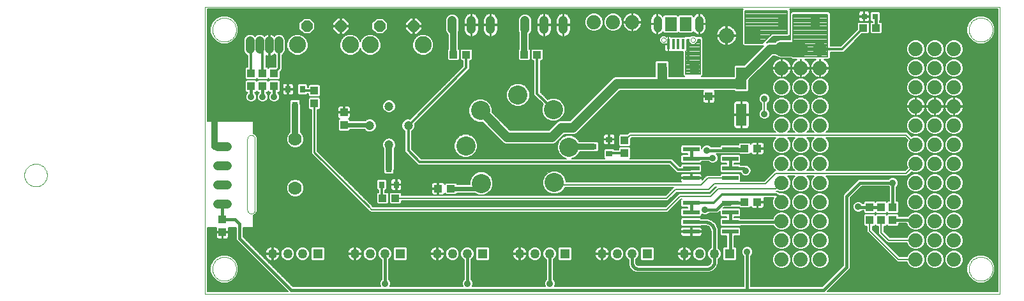
<source format=gtl>
G75*
%MOIN*%
%OFA0B0*%
%FSLAX24Y24*%
%IPPOS*%
%LPD*%
%AMOC8*
5,1,8,0,0,1.08239X$1,22.5*
%
%ADD10C,0.0000*%
%ADD11C,0.0740*%
%ADD12C,0.0472*%
%ADD13C,0.1000*%
%ADD14R,0.0500X0.0500*%
%ADD15C,0.0500*%
%ADD16R,0.0394X0.0433*%
%ADD17C,0.0450*%
%ADD18C,0.0700*%
%ADD19R,0.0315X0.0354*%
%ADD20R,0.0800X0.0800*%
%ADD21C,0.0800*%
%ADD22R,0.0433X0.0394*%
%ADD23R,0.0315X0.0315*%
%ADD24R,0.0551X0.1181*%
%ADD25C,0.0480*%
%ADD26C,0.0472*%
%ADD27R,0.0500X0.0579*%
%ADD28R,0.0157X0.0531*%
%ADD29R,0.0591X0.0748*%
%ADD30C,0.0433*%
%ADD31R,0.0354X0.0315*%
%ADD32R,0.0866X0.0236*%
%ADD33OC8,0.0600*%
%ADD34C,0.0885*%
%ADD35C,0.0060*%
%ADD36C,0.0360*%
%ADD37C,0.0320*%
%ADD38C,0.0160*%
%ADD39C,0.0080*%
%ADD40C,0.0760*%
%ADD41C,0.0500*%
%ADD42C,0.0120*%
%ADD43C,0.0240*%
%ADD44C,0.0100*%
D10*
X010250Y001052D02*
X010250Y016052D01*
X051750Y016052D01*
X051750Y001052D01*
X010250Y001052D01*
X010625Y002352D02*
X010627Y002402D01*
X010633Y002451D01*
X010643Y002500D01*
X010656Y002547D01*
X010674Y002594D01*
X010695Y002639D01*
X010719Y002682D01*
X010747Y002723D01*
X010778Y002762D01*
X010812Y002798D01*
X010849Y002832D01*
X010889Y002862D01*
X010930Y002889D01*
X010974Y002913D01*
X011019Y002933D01*
X011066Y002949D01*
X011114Y002962D01*
X011163Y002971D01*
X011213Y002976D01*
X011262Y002977D01*
X011312Y002974D01*
X011361Y002967D01*
X011410Y002956D01*
X011457Y002942D01*
X011503Y002923D01*
X011548Y002901D01*
X011591Y002876D01*
X011631Y002847D01*
X011669Y002815D01*
X011705Y002781D01*
X011738Y002743D01*
X011767Y002703D01*
X011793Y002661D01*
X011816Y002617D01*
X011835Y002571D01*
X011851Y002524D01*
X011863Y002475D01*
X011871Y002426D01*
X011875Y002377D01*
X011875Y002327D01*
X011871Y002278D01*
X011863Y002229D01*
X011851Y002180D01*
X011835Y002133D01*
X011816Y002087D01*
X011793Y002043D01*
X011767Y002001D01*
X011738Y001961D01*
X011705Y001923D01*
X011669Y001889D01*
X011631Y001857D01*
X011591Y001828D01*
X011548Y001803D01*
X011503Y001781D01*
X011457Y001762D01*
X011410Y001748D01*
X011361Y001737D01*
X011312Y001730D01*
X011262Y001727D01*
X011213Y001728D01*
X011163Y001733D01*
X011114Y001742D01*
X011066Y001755D01*
X011019Y001771D01*
X010974Y001791D01*
X010930Y001815D01*
X010889Y001842D01*
X010849Y001872D01*
X010812Y001906D01*
X010778Y001942D01*
X010747Y001981D01*
X010719Y002022D01*
X010695Y002065D01*
X010674Y002110D01*
X010656Y002157D01*
X010643Y002204D01*
X010633Y002253D01*
X010627Y002302D01*
X010625Y002352D01*
X012450Y005452D02*
X012450Y009152D01*
X012650Y009352D02*
X012676Y009350D01*
X012702Y009345D01*
X012727Y009337D01*
X012750Y009325D01*
X012772Y009311D01*
X012791Y009293D01*
X012809Y009274D01*
X012823Y009252D01*
X012835Y009229D01*
X012843Y009204D01*
X012848Y009178D01*
X012850Y009152D01*
X012850Y005452D01*
X012650Y005252D02*
X012624Y005254D01*
X012598Y005259D01*
X012573Y005267D01*
X012550Y005279D01*
X012528Y005293D01*
X012509Y005311D01*
X012491Y005330D01*
X012477Y005352D01*
X012465Y005375D01*
X012457Y005400D01*
X012452Y005426D01*
X012450Y005452D01*
X012650Y005252D02*
X012676Y005254D01*
X012702Y005259D01*
X012727Y005267D01*
X012750Y005279D01*
X012772Y005293D01*
X012791Y005311D01*
X012809Y005330D01*
X012823Y005352D01*
X012835Y005375D01*
X012843Y005400D01*
X012848Y005426D01*
X012850Y005452D01*
X012450Y009152D02*
X012452Y009178D01*
X012457Y009204D01*
X012465Y009229D01*
X012477Y009252D01*
X012491Y009274D01*
X012509Y009293D01*
X012528Y009311D01*
X012550Y009325D01*
X012573Y009337D01*
X012598Y009345D01*
X012624Y009350D01*
X012650Y009352D01*
X000809Y007252D02*
X000811Y007300D01*
X000817Y007348D01*
X000827Y007395D01*
X000840Y007441D01*
X000858Y007486D01*
X000878Y007530D01*
X000903Y007572D01*
X000931Y007611D01*
X000961Y007648D01*
X000995Y007682D01*
X001032Y007714D01*
X001070Y007743D01*
X001111Y007768D01*
X001154Y007790D01*
X001199Y007808D01*
X001245Y007822D01*
X001292Y007833D01*
X001340Y007840D01*
X001388Y007843D01*
X001436Y007842D01*
X001484Y007837D01*
X001532Y007828D01*
X001578Y007816D01*
X001623Y007799D01*
X001667Y007779D01*
X001709Y007756D01*
X001749Y007729D01*
X001787Y007699D01*
X001822Y007666D01*
X001854Y007630D01*
X001884Y007592D01*
X001910Y007551D01*
X001932Y007508D01*
X001952Y007464D01*
X001967Y007419D01*
X001979Y007372D01*
X001987Y007324D01*
X001991Y007276D01*
X001991Y007228D01*
X001987Y007180D01*
X001979Y007132D01*
X001967Y007085D01*
X001952Y007040D01*
X001932Y006996D01*
X001910Y006953D01*
X001884Y006912D01*
X001854Y006874D01*
X001822Y006838D01*
X001787Y006805D01*
X001749Y006775D01*
X001709Y006748D01*
X001667Y006725D01*
X001623Y006705D01*
X001578Y006688D01*
X001532Y006676D01*
X001484Y006667D01*
X001436Y006662D01*
X001388Y006661D01*
X001340Y006664D01*
X001292Y006671D01*
X001245Y006682D01*
X001199Y006696D01*
X001154Y006714D01*
X001111Y006736D01*
X001070Y006761D01*
X001032Y006790D01*
X000995Y006822D01*
X000961Y006856D01*
X000931Y006893D01*
X000903Y006932D01*
X000878Y006974D01*
X000858Y007018D01*
X000840Y007063D01*
X000827Y007109D01*
X000817Y007156D01*
X000811Y007204D01*
X000809Y007252D01*
X010625Y014852D02*
X010627Y014902D01*
X010633Y014951D01*
X010643Y015000D01*
X010656Y015047D01*
X010674Y015094D01*
X010695Y015139D01*
X010719Y015182D01*
X010747Y015223D01*
X010778Y015262D01*
X010812Y015298D01*
X010849Y015332D01*
X010889Y015362D01*
X010930Y015389D01*
X010974Y015413D01*
X011019Y015433D01*
X011066Y015449D01*
X011114Y015462D01*
X011163Y015471D01*
X011213Y015476D01*
X011262Y015477D01*
X011312Y015474D01*
X011361Y015467D01*
X011410Y015456D01*
X011457Y015442D01*
X011503Y015423D01*
X011548Y015401D01*
X011591Y015376D01*
X011631Y015347D01*
X011669Y015315D01*
X011705Y015281D01*
X011738Y015243D01*
X011767Y015203D01*
X011793Y015161D01*
X011816Y015117D01*
X011835Y015071D01*
X011851Y015024D01*
X011863Y014975D01*
X011871Y014926D01*
X011875Y014877D01*
X011875Y014827D01*
X011871Y014778D01*
X011863Y014729D01*
X011851Y014680D01*
X011835Y014633D01*
X011816Y014587D01*
X011793Y014543D01*
X011767Y014501D01*
X011738Y014461D01*
X011705Y014423D01*
X011669Y014389D01*
X011631Y014357D01*
X011591Y014328D01*
X011548Y014303D01*
X011503Y014281D01*
X011457Y014262D01*
X011410Y014248D01*
X011361Y014237D01*
X011312Y014230D01*
X011262Y014227D01*
X011213Y014228D01*
X011163Y014233D01*
X011114Y014242D01*
X011066Y014255D01*
X011019Y014271D01*
X010974Y014291D01*
X010930Y014315D01*
X010889Y014342D01*
X010849Y014372D01*
X010812Y014406D01*
X010778Y014442D01*
X010747Y014481D01*
X010719Y014522D01*
X010695Y014565D01*
X010674Y014610D01*
X010656Y014657D01*
X010643Y014704D01*
X010633Y014753D01*
X010627Y014802D01*
X010625Y014852D01*
X034064Y014325D02*
X034066Y014346D01*
X034072Y014366D01*
X034081Y014386D01*
X034093Y014403D01*
X034108Y014417D01*
X034126Y014429D01*
X034146Y014437D01*
X034166Y014442D01*
X034187Y014443D01*
X034208Y014440D01*
X034228Y014434D01*
X034247Y014423D01*
X034264Y014410D01*
X034277Y014394D01*
X034288Y014376D01*
X034296Y014356D01*
X034300Y014336D01*
X034300Y014314D01*
X034296Y014294D01*
X034288Y014274D01*
X034277Y014256D01*
X034264Y014240D01*
X034247Y014227D01*
X034228Y014216D01*
X034208Y014210D01*
X034187Y014207D01*
X034166Y014208D01*
X034146Y014213D01*
X034126Y014221D01*
X034108Y014233D01*
X034093Y014247D01*
X034081Y014264D01*
X034072Y014284D01*
X034066Y014304D01*
X034064Y014325D01*
X035600Y014325D02*
X035602Y014346D01*
X035608Y014366D01*
X035617Y014386D01*
X035629Y014403D01*
X035644Y014417D01*
X035662Y014429D01*
X035682Y014437D01*
X035702Y014442D01*
X035723Y014443D01*
X035744Y014440D01*
X035764Y014434D01*
X035783Y014423D01*
X035800Y014410D01*
X035813Y014394D01*
X035824Y014376D01*
X035832Y014356D01*
X035836Y014336D01*
X035836Y014314D01*
X035832Y014294D01*
X035824Y014274D01*
X035813Y014256D01*
X035800Y014240D01*
X035783Y014227D01*
X035764Y014216D01*
X035744Y014210D01*
X035723Y014207D01*
X035702Y014208D01*
X035682Y014213D01*
X035662Y014221D01*
X035644Y014233D01*
X035629Y014247D01*
X035617Y014264D01*
X035608Y014284D01*
X035602Y014304D01*
X035600Y014325D01*
X050125Y014852D02*
X050127Y014902D01*
X050133Y014951D01*
X050143Y015000D01*
X050156Y015047D01*
X050174Y015094D01*
X050195Y015139D01*
X050219Y015182D01*
X050247Y015223D01*
X050278Y015262D01*
X050312Y015298D01*
X050349Y015332D01*
X050389Y015362D01*
X050430Y015389D01*
X050474Y015413D01*
X050519Y015433D01*
X050566Y015449D01*
X050614Y015462D01*
X050663Y015471D01*
X050713Y015476D01*
X050762Y015477D01*
X050812Y015474D01*
X050861Y015467D01*
X050910Y015456D01*
X050957Y015442D01*
X051003Y015423D01*
X051048Y015401D01*
X051091Y015376D01*
X051131Y015347D01*
X051169Y015315D01*
X051205Y015281D01*
X051238Y015243D01*
X051267Y015203D01*
X051293Y015161D01*
X051316Y015117D01*
X051335Y015071D01*
X051351Y015024D01*
X051363Y014975D01*
X051371Y014926D01*
X051375Y014877D01*
X051375Y014827D01*
X051371Y014778D01*
X051363Y014729D01*
X051351Y014680D01*
X051335Y014633D01*
X051316Y014587D01*
X051293Y014543D01*
X051267Y014501D01*
X051238Y014461D01*
X051205Y014423D01*
X051169Y014389D01*
X051131Y014357D01*
X051091Y014328D01*
X051048Y014303D01*
X051003Y014281D01*
X050957Y014262D01*
X050910Y014248D01*
X050861Y014237D01*
X050812Y014230D01*
X050762Y014227D01*
X050713Y014228D01*
X050663Y014233D01*
X050614Y014242D01*
X050566Y014255D01*
X050519Y014271D01*
X050474Y014291D01*
X050430Y014315D01*
X050389Y014342D01*
X050349Y014372D01*
X050312Y014406D01*
X050278Y014442D01*
X050247Y014481D01*
X050219Y014522D01*
X050195Y014565D01*
X050174Y014610D01*
X050156Y014657D01*
X050143Y014704D01*
X050133Y014753D01*
X050127Y014802D01*
X050125Y014852D01*
X050125Y002352D02*
X050127Y002402D01*
X050133Y002451D01*
X050143Y002500D01*
X050156Y002547D01*
X050174Y002594D01*
X050195Y002639D01*
X050219Y002682D01*
X050247Y002723D01*
X050278Y002762D01*
X050312Y002798D01*
X050349Y002832D01*
X050389Y002862D01*
X050430Y002889D01*
X050474Y002913D01*
X050519Y002933D01*
X050566Y002949D01*
X050614Y002962D01*
X050663Y002971D01*
X050713Y002976D01*
X050762Y002977D01*
X050812Y002974D01*
X050861Y002967D01*
X050910Y002956D01*
X050957Y002942D01*
X051003Y002923D01*
X051048Y002901D01*
X051091Y002876D01*
X051131Y002847D01*
X051169Y002815D01*
X051205Y002781D01*
X051238Y002743D01*
X051267Y002703D01*
X051293Y002661D01*
X051316Y002617D01*
X051335Y002571D01*
X051351Y002524D01*
X051363Y002475D01*
X051371Y002426D01*
X051375Y002377D01*
X051375Y002327D01*
X051371Y002278D01*
X051363Y002229D01*
X051351Y002180D01*
X051335Y002133D01*
X051316Y002087D01*
X051293Y002043D01*
X051267Y002001D01*
X051238Y001961D01*
X051205Y001923D01*
X051169Y001889D01*
X051131Y001857D01*
X051091Y001828D01*
X051048Y001803D01*
X051003Y001781D01*
X050957Y001762D01*
X050910Y001748D01*
X050861Y001737D01*
X050812Y001730D01*
X050762Y001727D01*
X050713Y001728D01*
X050663Y001733D01*
X050614Y001742D01*
X050566Y001755D01*
X050519Y001771D01*
X050474Y001791D01*
X050430Y001815D01*
X050389Y001842D01*
X050349Y001872D01*
X050312Y001906D01*
X050278Y001942D01*
X050247Y001981D01*
X050219Y002022D01*
X050195Y002065D01*
X050174Y002110D01*
X050156Y002157D01*
X050143Y002204D01*
X050133Y002253D01*
X050127Y002302D01*
X050125Y002352D01*
D11*
X049350Y002852D03*
X048350Y002852D03*
X047350Y002852D03*
X047350Y003852D03*
X048350Y003852D03*
X049350Y003852D03*
X049350Y004852D03*
X048350Y004852D03*
X047350Y004852D03*
X047350Y005852D03*
X048350Y005852D03*
X049350Y005852D03*
X049350Y006852D03*
X048350Y006852D03*
X047350Y006852D03*
X047350Y007852D03*
X048350Y007852D03*
X049350Y007852D03*
X049350Y008852D03*
X048350Y008852D03*
X047350Y008852D03*
X047350Y009852D03*
X048350Y009852D03*
X049350Y009852D03*
X049350Y010852D03*
X048350Y010852D03*
X047350Y010852D03*
X047350Y011852D03*
X048350Y011852D03*
X049350Y011852D03*
X049350Y012852D03*
X048350Y012852D03*
X047350Y012852D03*
X047350Y013852D03*
X048350Y013852D03*
X049350Y013852D03*
X042350Y013852D03*
X041350Y013852D03*
X040350Y013852D03*
X040350Y012852D03*
X041350Y012852D03*
X042350Y012852D03*
X042350Y011852D03*
X041350Y011852D03*
X040350Y011852D03*
X040350Y010852D03*
X041350Y010852D03*
X042350Y010852D03*
X042350Y009852D03*
X041350Y009852D03*
X040350Y009852D03*
X040350Y008852D03*
X041350Y008852D03*
X042350Y008852D03*
X042350Y007852D03*
X041350Y007852D03*
X040350Y007852D03*
X040350Y006852D03*
X041350Y006852D03*
X042350Y006852D03*
X042350Y005852D03*
X041350Y005852D03*
X040350Y005852D03*
X040350Y004852D03*
X041350Y004852D03*
X042350Y004852D03*
X042350Y003852D03*
X041350Y003852D03*
X040350Y003852D03*
X040350Y002852D03*
X041350Y002852D03*
X042350Y002852D03*
X032550Y015252D03*
X031550Y015252D03*
X030550Y015252D03*
D12*
X019850Y010856D03*
X018846Y009852D03*
X020854Y009852D03*
X019850Y008848D03*
D13*
X023858Y008785D03*
X024669Y006825D03*
X028477Y006872D03*
X029242Y008719D03*
X028431Y010679D03*
X026583Y011445D03*
X024623Y010633D03*
D14*
X024731Y003152D03*
X020431Y003152D03*
X016131Y003152D03*
X029031Y003152D03*
X033331Y003152D03*
X037631Y003152D03*
D15*
X036844Y003152D03*
X036056Y003152D03*
X035269Y003152D03*
X032544Y003152D03*
X031756Y003152D03*
X030969Y003152D03*
X028244Y003152D03*
X027456Y003152D03*
X026669Y003152D03*
X023944Y003152D03*
X023156Y003152D03*
X022369Y003152D03*
X019644Y003152D03*
X018856Y003152D03*
X018069Y003152D03*
X015344Y003152D03*
X014556Y003152D03*
X013769Y003152D03*
D16*
X011150Y004268D03*
X011150Y004937D03*
X017500Y009868D03*
X017500Y010537D03*
X015950Y011018D03*
X015950Y011687D03*
X013850Y011918D03*
X013250Y011918D03*
X012650Y011918D03*
X012650Y012587D03*
X013250Y012587D03*
X013850Y012587D03*
X032150Y009087D03*
X032150Y008418D03*
X036550Y011368D03*
X036550Y012037D03*
X044950Y005587D03*
X045550Y005587D03*
X046150Y005587D03*
X046150Y004918D03*
X045550Y004918D03*
X044950Y004918D03*
D17*
X014100Y013827D02*
X014100Y014277D01*
X013600Y014277D02*
X013600Y013827D01*
X013100Y013827D02*
X013100Y014277D01*
X012600Y014277D02*
X012600Y013827D01*
D18*
X014950Y009132D03*
X014950Y006573D03*
D19*
X019476Y006759D03*
X020224Y006759D03*
X019850Y007585D03*
X014950Y010919D03*
X014576Y011746D03*
X015324Y011746D03*
D20*
X038850Y014552D03*
D21*
X037472Y014552D03*
D22*
X044615Y014952D03*
X045285Y014952D03*
X027585Y013552D03*
X026915Y013552D03*
X023885Y013552D03*
X023215Y013552D03*
X038415Y008652D03*
X039085Y008652D03*
X039085Y005852D03*
X038415Y005852D03*
X023085Y006552D03*
X022415Y006552D03*
X020185Y006052D03*
X019515Y006052D03*
D23*
X044655Y015552D03*
X045245Y015552D03*
D24*
X038250Y012297D03*
X038250Y010407D03*
D25*
X028950Y014862D02*
X028950Y015342D01*
X027950Y015342D02*
X027950Y014862D01*
X026950Y014862D02*
X026950Y015342D01*
X025150Y015342D02*
X025150Y014862D01*
X024150Y014862D02*
X024150Y015342D01*
X023150Y015342D02*
X023150Y014862D01*
D26*
X011386Y008752D02*
X010914Y008752D01*
X010914Y007752D02*
X011386Y007752D01*
X011386Y006752D02*
X010914Y006752D01*
X010914Y005752D02*
X011386Y005752D01*
D27*
X034104Y012852D03*
X035796Y012852D03*
X040404Y015252D03*
X042096Y015252D03*
D28*
X035462Y014099D03*
X035206Y014099D03*
X034950Y014099D03*
X034694Y014099D03*
X034438Y014099D03*
D29*
X034556Y015148D03*
X035344Y015152D03*
D30*
X036043Y015369D02*
X036043Y014936D01*
X033857Y014936D02*
X033857Y015369D01*
D31*
X031344Y009126D03*
X030517Y008752D03*
X031344Y008378D03*
D32*
X035626Y008602D03*
X035626Y008102D03*
X035626Y007602D03*
X035626Y007102D03*
X037674Y007102D03*
X037674Y007602D03*
X037674Y008102D03*
X037674Y008602D03*
X037674Y005802D03*
X037674Y005302D03*
X037674Y004802D03*
X037674Y004302D03*
X035626Y004302D03*
X035626Y004802D03*
X035626Y005302D03*
X035626Y005802D03*
D33*
X021140Y015042D03*
X019360Y015042D03*
X017340Y015042D03*
X015560Y015042D03*
D34*
X015070Y014062D03*
X017830Y014062D03*
X018870Y014062D03*
X021630Y014062D03*
D35*
X021119Y014273D02*
X019381Y014273D01*
X019405Y014215D02*
X021095Y014215D01*
X021078Y014172D02*
X021078Y013952D01*
X021162Y013749D01*
X021317Y013594D01*
X021520Y013510D01*
X021740Y013510D01*
X021943Y013594D01*
X022098Y013749D01*
X022182Y013952D01*
X022182Y014172D01*
X022098Y014375D01*
X021943Y014531D01*
X021740Y014615D01*
X021520Y014615D01*
X021317Y014531D01*
X021162Y014375D01*
X021078Y014172D01*
X021078Y014156D02*
X019422Y014156D01*
X019422Y014172D02*
X019338Y014375D01*
X019183Y014531D01*
X018980Y014615D01*
X018760Y014615D01*
X018557Y014531D01*
X018402Y014375D01*
X018350Y014251D01*
X018298Y014375D01*
X018143Y014531D01*
X017940Y014615D01*
X017720Y014615D01*
X017517Y014531D01*
X017362Y014375D01*
X017278Y014172D01*
X017278Y013952D01*
X017362Y013749D01*
X017517Y013594D01*
X017720Y013510D01*
X017940Y013510D01*
X018143Y013594D01*
X018298Y013749D01*
X018350Y013874D01*
X018402Y013749D01*
X018557Y013594D01*
X018760Y013510D01*
X018980Y013510D01*
X019183Y013594D01*
X019338Y013749D01*
X019422Y013952D01*
X019422Y014172D01*
X019422Y014098D02*
X021078Y014098D01*
X021078Y014039D02*
X019422Y014039D01*
X019422Y013981D02*
X021078Y013981D01*
X021090Y013922D02*
X019410Y013922D01*
X019386Y013864D02*
X021114Y013864D01*
X021138Y013805D02*
X019362Y013805D01*
X019336Y013747D02*
X021164Y013747D01*
X021223Y013688D02*
X019277Y013688D01*
X019219Y013630D02*
X021281Y013630D01*
X021371Y013571D02*
X019128Y013571D01*
X018987Y013513D02*
X021513Y013513D01*
X021747Y013513D02*
X022889Y013513D01*
X022889Y013571D02*
X021888Y013571D01*
X021979Y013630D02*
X022889Y013630D01*
X022889Y013688D02*
X022037Y013688D01*
X022096Y013747D02*
X022889Y013747D01*
X022889Y013795D02*
X022889Y013310D01*
X022953Y013245D01*
X023477Y013245D01*
X023542Y013310D01*
X023542Y013795D01*
X023485Y013851D01*
X023485Y014757D01*
X023500Y014793D01*
X023500Y015412D01*
X023447Y015540D01*
X023348Y015639D01*
X023220Y015692D01*
X023080Y015692D01*
X022952Y015639D01*
X022853Y015540D01*
X022800Y015412D01*
X022800Y014793D01*
X022853Y014664D01*
X022945Y014572D01*
X022945Y013851D01*
X022889Y013795D01*
X022899Y013805D02*
X022122Y013805D01*
X022146Y013864D02*
X022945Y013864D01*
X022945Y013922D02*
X022170Y013922D01*
X022182Y013981D02*
X022945Y013981D01*
X022945Y014039D02*
X022182Y014039D01*
X022182Y014098D02*
X022945Y014098D01*
X022945Y014156D02*
X022182Y014156D01*
X022165Y014215D02*
X022945Y014215D01*
X022945Y014273D02*
X022141Y014273D01*
X022116Y014332D02*
X022945Y014332D01*
X022945Y014390D02*
X022083Y014390D01*
X022025Y014449D02*
X022945Y014449D01*
X022945Y014507D02*
X021966Y014507D01*
X021858Y014566D02*
X022945Y014566D01*
X022893Y014624D02*
X021330Y014624D01*
X021318Y014612D02*
X021570Y014864D01*
X021570Y015012D01*
X021170Y015012D01*
X021170Y014612D01*
X021318Y014612D01*
X021402Y014566D02*
X019098Y014566D01*
X019190Y014632D02*
X019530Y014632D01*
X019770Y014872D01*
X019770Y015212D01*
X019530Y015452D01*
X019190Y015452D01*
X018950Y015212D01*
X018950Y014872D01*
X019190Y014632D01*
X019140Y014683D02*
X017589Y014683D01*
X017647Y014741D02*
X019081Y014741D01*
X019023Y014800D02*
X017706Y014800D01*
X017764Y014858D02*
X018964Y014858D01*
X018950Y014917D02*
X017770Y014917D01*
X017770Y014864D02*
X017770Y015012D01*
X017370Y015012D01*
X017370Y014612D01*
X017518Y014612D01*
X017770Y014864D01*
X017770Y014975D02*
X018950Y014975D01*
X018950Y015034D02*
X017370Y015034D01*
X017370Y015012D02*
X017370Y015072D01*
X017770Y015072D01*
X017770Y015220D01*
X017518Y015472D01*
X017370Y015472D01*
X017370Y015072D01*
X017310Y015072D01*
X017310Y015012D01*
X017370Y015012D01*
X017370Y014975D02*
X017310Y014975D01*
X017310Y015012D02*
X017310Y014612D01*
X017162Y014612D01*
X016910Y014864D01*
X016910Y015012D01*
X017310Y015012D01*
X017310Y015034D02*
X015970Y015034D01*
X015970Y015092D02*
X016910Y015092D01*
X016910Y015072D02*
X017310Y015072D01*
X017310Y015472D01*
X017162Y015472D01*
X016910Y015220D01*
X016910Y015072D01*
X016910Y015151D02*
X015970Y015151D01*
X015970Y015209D02*
X016910Y015209D01*
X016957Y015268D02*
X015914Y015268D01*
X015970Y015212D02*
X015730Y015452D01*
X015390Y015452D01*
X015150Y015212D01*
X015150Y014872D01*
X015390Y014632D01*
X015730Y014632D01*
X015970Y014872D01*
X015970Y015212D01*
X015856Y015326D02*
X017016Y015326D01*
X017074Y015385D02*
X015797Y015385D01*
X015739Y015443D02*
X017133Y015443D01*
X017310Y015443D02*
X017370Y015443D01*
X017370Y015385D02*
X017310Y015385D01*
X017310Y015326D02*
X017370Y015326D01*
X017370Y015268D02*
X017310Y015268D01*
X017310Y015209D02*
X017370Y015209D01*
X017370Y015151D02*
X017310Y015151D01*
X017310Y015092D02*
X017370Y015092D01*
X017370Y014917D02*
X017310Y014917D01*
X017310Y014858D02*
X017370Y014858D01*
X017370Y014800D02*
X017310Y014800D01*
X017310Y014741D02*
X017370Y014741D01*
X017370Y014683D02*
X017310Y014683D01*
X017310Y014624D02*
X017370Y014624D01*
X017530Y014624D02*
X020950Y014624D01*
X020962Y014612D02*
X021110Y014612D01*
X021110Y015012D01*
X021170Y015012D01*
X021170Y015072D01*
X021570Y015072D01*
X021570Y015220D01*
X021318Y015472D01*
X021170Y015472D01*
X021170Y015072D01*
X021110Y015072D01*
X021110Y015012D01*
X020710Y015012D01*
X020710Y014864D01*
X020962Y014612D01*
X020891Y014683D02*
X019580Y014683D01*
X019639Y014741D02*
X020833Y014741D01*
X020774Y014800D02*
X019697Y014800D01*
X019756Y014858D02*
X020716Y014858D01*
X020710Y014917D02*
X019770Y014917D01*
X019770Y014975D02*
X020710Y014975D01*
X020710Y015072D02*
X021110Y015072D01*
X021110Y015472D01*
X020962Y015472D01*
X020710Y015220D01*
X020710Y015072D01*
X020710Y015092D02*
X019770Y015092D01*
X019770Y015034D02*
X021110Y015034D01*
X021110Y015092D02*
X021170Y015092D01*
X021170Y015034D02*
X022800Y015034D01*
X022800Y015092D02*
X021570Y015092D01*
X021570Y015151D02*
X022800Y015151D01*
X022800Y015209D02*
X021570Y015209D01*
X021523Y015268D02*
X022800Y015268D01*
X022800Y015326D02*
X021464Y015326D01*
X021406Y015385D02*
X022800Y015385D01*
X022813Y015443D02*
X021347Y015443D01*
X021170Y015443D02*
X021110Y015443D01*
X021110Y015385D02*
X021170Y015385D01*
X021170Y015326D02*
X021110Y015326D01*
X021110Y015268D02*
X021170Y015268D01*
X021170Y015209D02*
X021110Y015209D01*
X021110Y015151D02*
X021170Y015151D01*
X021170Y014975D02*
X021110Y014975D01*
X021110Y014917D02*
X021170Y014917D01*
X021170Y014858D02*
X021110Y014858D01*
X021110Y014800D02*
X021170Y014800D01*
X021170Y014741D02*
X021110Y014741D01*
X021110Y014683D02*
X021170Y014683D01*
X021170Y014624D02*
X021110Y014624D01*
X021235Y014449D02*
X019265Y014449D01*
X019206Y014507D02*
X021294Y014507D01*
X021177Y014390D02*
X019323Y014390D01*
X019356Y014332D02*
X021144Y014332D01*
X021389Y014683D02*
X022845Y014683D01*
X022821Y014741D02*
X021447Y014741D01*
X021506Y014800D02*
X022800Y014800D01*
X022800Y014858D02*
X021564Y014858D01*
X021570Y014917D02*
X022800Y014917D01*
X022800Y014975D02*
X021570Y014975D01*
X020710Y015151D02*
X019770Y015151D01*
X019770Y015209D02*
X020710Y015209D01*
X020757Y015268D02*
X019714Y015268D01*
X019656Y015326D02*
X020816Y015326D01*
X020874Y015385D02*
X019597Y015385D01*
X019539Y015443D02*
X020933Y015443D01*
X019181Y015443D02*
X017547Y015443D01*
X017606Y015385D02*
X019123Y015385D01*
X019064Y015326D02*
X017664Y015326D01*
X017723Y015268D02*
X019006Y015268D01*
X018950Y015209D02*
X017770Y015209D01*
X017770Y015151D02*
X018950Y015151D01*
X018950Y015092D02*
X017770Y015092D01*
X016910Y014975D02*
X015970Y014975D01*
X015970Y014917D02*
X016910Y014917D01*
X016916Y014858D02*
X015956Y014858D01*
X015897Y014800D02*
X016974Y014800D01*
X017033Y014741D02*
X015839Y014741D01*
X015780Y014683D02*
X017091Y014683D01*
X017150Y014624D02*
X013675Y014624D01*
X013704Y014619D02*
X013635Y014632D01*
X013630Y014632D01*
X013630Y014082D01*
X013570Y014082D01*
X013570Y014632D01*
X013565Y014632D01*
X013496Y014619D01*
X013432Y014592D01*
X013374Y014553D01*
X013336Y014515D01*
X013290Y014561D01*
X013167Y014612D01*
X013033Y014612D01*
X012910Y014561D01*
X012850Y014501D01*
X012790Y014561D01*
X012667Y014612D01*
X012533Y014612D01*
X012410Y014561D01*
X012316Y014467D01*
X012265Y014344D01*
X012265Y013761D01*
X012316Y013637D01*
X012410Y013543D01*
X012480Y013514D01*
X012480Y012913D01*
X012408Y012913D01*
X012343Y012849D01*
X012343Y012325D01*
X012408Y012260D01*
X012892Y012260D01*
X012950Y012318D01*
X013008Y012260D01*
X013492Y012260D01*
X013550Y012318D01*
X013608Y012260D01*
X014092Y012260D01*
X014157Y012325D01*
X014157Y012653D01*
X014270Y012766D01*
X014270Y013535D01*
X014290Y013543D01*
X014384Y013637D01*
X014435Y013761D01*
X014435Y014344D01*
X014384Y014467D01*
X014290Y014561D01*
X014167Y014612D01*
X014033Y014612D01*
X013910Y014561D01*
X013864Y014515D01*
X013826Y014553D01*
X013768Y014592D01*
X013704Y014619D01*
X013630Y014624D02*
X013570Y014624D01*
X013525Y014624D02*
X011951Y014624D01*
X011927Y014566D02*
X012421Y014566D01*
X012356Y014507D02*
X011903Y014507D01*
X011878Y014449D02*
X012308Y014449D01*
X012284Y014390D02*
X011828Y014390D01*
X011873Y014436D02*
X011985Y014706D01*
X011985Y014998D01*
X011873Y015269D01*
X011666Y015475D01*
X011396Y015587D01*
X011104Y015587D01*
X010834Y015475D01*
X010627Y015269D01*
X010515Y014998D01*
X010515Y014706D01*
X010627Y014436D01*
X010834Y014229D01*
X011104Y014117D01*
X011396Y014117D01*
X011666Y014229D01*
X011873Y014436D01*
X011769Y014332D02*
X012265Y014332D01*
X012265Y014273D02*
X011711Y014273D01*
X011632Y014215D02*
X012265Y014215D01*
X012265Y014156D02*
X011490Y014156D01*
X011010Y014156D02*
X010360Y014156D01*
X010360Y014098D02*
X012265Y014098D01*
X012265Y014039D02*
X010360Y014039D01*
X010360Y013981D02*
X012265Y013981D01*
X012265Y013922D02*
X010360Y013922D01*
X010360Y013864D02*
X012265Y013864D01*
X012265Y013805D02*
X010360Y013805D01*
X010360Y013747D02*
X012271Y013747D01*
X012295Y013688D02*
X010360Y013688D01*
X010360Y013630D02*
X012324Y013630D01*
X012382Y013571D02*
X010360Y013571D01*
X010360Y013513D02*
X012480Y013513D01*
X012480Y013454D02*
X010360Y013454D01*
X010360Y013396D02*
X012480Y013396D01*
X012480Y013337D02*
X010360Y013337D01*
X010360Y013279D02*
X012480Y013279D01*
X012480Y013220D02*
X010360Y013220D01*
X010360Y013162D02*
X012480Y013162D01*
X012480Y013103D02*
X010360Y013103D01*
X010360Y013045D02*
X012480Y013045D01*
X012480Y012986D02*
X010360Y012986D01*
X010360Y012928D02*
X012480Y012928D01*
X012363Y012869D02*
X010360Y012869D01*
X010360Y012811D02*
X012343Y012811D01*
X012343Y012752D02*
X010360Y012752D01*
X010360Y012694D02*
X012343Y012694D01*
X012343Y012635D02*
X010360Y012635D01*
X010360Y012577D02*
X012343Y012577D01*
X012343Y012518D02*
X010360Y012518D01*
X010360Y012460D02*
X012343Y012460D01*
X012343Y012401D02*
X010360Y012401D01*
X010360Y012343D02*
X012343Y012343D01*
X012384Y012284D02*
X010360Y012284D01*
X010360Y012226D02*
X012389Y012226D01*
X012408Y012244D02*
X012343Y012180D01*
X012343Y011655D01*
X012408Y011591D01*
X012460Y011591D01*
X012460Y011572D01*
X012404Y011517D01*
X012360Y011410D01*
X012360Y011295D01*
X012404Y011188D01*
X012486Y011106D01*
X012592Y011062D01*
X012708Y011062D01*
X012814Y011106D01*
X012896Y011188D01*
X012940Y011295D01*
X012940Y011410D01*
X012896Y011517D01*
X012840Y011572D01*
X012840Y011591D01*
X012892Y011591D01*
X012950Y011649D01*
X013008Y011591D01*
X013060Y011591D01*
X013060Y011572D01*
X013004Y011517D01*
X012960Y011410D01*
X012960Y011295D01*
X013004Y011188D01*
X013086Y011106D01*
X013192Y011062D01*
X013308Y011062D01*
X013414Y011106D01*
X013496Y011188D01*
X013540Y011295D01*
X013540Y011410D01*
X013496Y011517D01*
X013440Y011572D01*
X013440Y011591D01*
X013492Y011591D01*
X013550Y011649D01*
X013608Y011591D01*
X013660Y011591D01*
X013660Y011572D01*
X013604Y011517D01*
X013560Y011410D01*
X013560Y011295D01*
X013604Y011188D01*
X013686Y011106D01*
X013792Y011062D01*
X013908Y011062D01*
X014014Y011106D01*
X014096Y011188D01*
X014140Y011295D01*
X014140Y011410D01*
X014096Y011517D01*
X014040Y011572D01*
X014040Y011591D01*
X014092Y011591D01*
X014157Y011655D01*
X014157Y012180D01*
X014092Y012244D01*
X013608Y012244D01*
X013550Y012187D01*
X013492Y012244D01*
X013008Y012244D01*
X012950Y012187D01*
X012892Y012244D01*
X012408Y012244D01*
X012343Y012167D02*
X010360Y012167D01*
X010360Y012109D02*
X012343Y012109D01*
X012343Y012050D02*
X010360Y012050D01*
X010360Y011992D02*
X012343Y011992D01*
X012343Y011933D02*
X010360Y011933D01*
X010360Y011875D02*
X012343Y011875D01*
X012343Y011816D02*
X010360Y011816D01*
X010360Y011758D02*
X012343Y011758D01*
X012343Y011699D02*
X010360Y011699D01*
X010360Y011641D02*
X012358Y011641D01*
X012460Y011582D02*
X010360Y011582D01*
X010360Y011524D02*
X012411Y011524D01*
X012383Y011465D02*
X010360Y011465D01*
X010360Y011407D02*
X012360Y011407D01*
X012360Y011348D02*
X010360Y011348D01*
X010360Y011290D02*
X012362Y011290D01*
X012386Y011231D02*
X010360Y011231D01*
X010360Y011173D02*
X012419Y011173D01*
X012478Y011114D02*
X010360Y011114D01*
X010360Y011056D02*
X014683Y011056D01*
X014683Y011114D02*
X014022Y011114D01*
X014081Y011173D02*
X014713Y011173D01*
X014683Y011142D02*
X014747Y011206D01*
X015153Y011206D01*
X015217Y011142D01*
X015217Y010979D01*
X015220Y010973D01*
X015220Y009512D01*
X015340Y009392D01*
X015410Y009223D01*
X015410Y009040D01*
X015340Y008871D01*
X015211Y008742D01*
X015041Y008672D01*
X014858Y008672D01*
X014689Y008742D01*
X014560Y008871D01*
X014490Y009040D01*
X014490Y009223D01*
X014560Y009392D01*
X014680Y009512D01*
X014680Y010973D01*
X014683Y010979D01*
X014683Y011142D01*
X014683Y010997D02*
X010360Y010997D01*
X010360Y010939D02*
X014680Y010939D01*
X014680Y010880D02*
X010360Y010880D01*
X010360Y010822D02*
X014680Y010822D01*
X014680Y010763D02*
X010360Y010763D01*
X010360Y010705D02*
X014680Y010705D01*
X014680Y010646D02*
X010360Y010646D01*
X010360Y010588D02*
X014680Y010588D01*
X014680Y010529D02*
X010360Y010529D01*
X010360Y010471D02*
X014680Y010471D01*
X014680Y010412D02*
X010360Y010412D01*
X010360Y010354D02*
X014680Y010354D01*
X014680Y010295D02*
X010360Y010295D01*
X010360Y010237D02*
X014680Y010237D01*
X014680Y010178D02*
X010360Y010178D01*
X010360Y010120D02*
X014680Y010120D01*
X014680Y010061D02*
X012780Y010061D01*
X012780Y010065D02*
X012762Y010082D01*
X010360Y010082D01*
X010360Y015942D01*
X038328Y015942D01*
X038300Y015914D01*
X038300Y014090D01*
X038388Y014002D01*
X039391Y014002D01*
X038386Y012998D01*
X037929Y012998D01*
X037864Y012933D01*
X037864Y012421D01*
X037856Y012412D01*
X036172Y012412D01*
X036250Y012490D01*
X036250Y014414D01*
X036162Y014502D01*
X035864Y014502D01*
X035812Y014554D01*
X035623Y014554D01*
X035572Y014502D01*
X035288Y014502D01*
X035260Y014475D01*
X035082Y014475D01*
X035078Y014471D01*
X035074Y014475D01*
X034826Y014475D01*
X034822Y014471D01*
X034818Y014475D01*
X034586Y014475D01*
X034567Y014486D01*
X034534Y014495D01*
X034448Y014495D01*
X034448Y014108D01*
X034429Y014108D01*
X034429Y014090D01*
X034229Y014090D01*
X034229Y013816D01*
X034238Y013783D01*
X034255Y013754D01*
X034280Y013729D01*
X034309Y013712D01*
X034342Y013703D01*
X034429Y013703D01*
X034429Y014090D01*
X034448Y014090D01*
X034448Y013703D01*
X034534Y013703D01*
X034567Y013712D01*
X034586Y013723D01*
X034818Y013723D01*
X034822Y013727D01*
X034826Y013723D01*
X035074Y013723D01*
X035078Y013727D01*
X035082Y013723D01*
X035200Y013723D01*
X035200Y012490D01*
X035278Y012412D01*
X034464Y012412D01*
X034464Y013187D01*
X034399Y013252D01*
X033808Y013252D01*
X033744Y013187D01*
X033744Y012412D01*
X031678Y012412D01*
X031546Y012357D01*
X029301Y010112D01*
X028778Y010112D01*
X028646Y010057D01*
X028201Y009612D01*
X026153Y009612D01*
X025233Y010532D01*
X025233Y010754D01*
X025140Y010978D01*
X024969Y011150D01*
X024744Y011243D01*
X024502Y011243D01*
X024277Y011150D01*
X024106Y010978D01*
X024013Y010754D01*
X024013Y010511D01*
X024106Y010287D01*
X024277Y010116D01*
X024502Y010023D01*
X024724Y010023D01*
X025800Y008947D01*
X025932Y008892D01*
X028422Y008892D01*
X028554Y008947D01*
X028655Y009048D01*
X028999Y009392D01*
X029522Y009392D01*
X029654Y009447D01*
X029755Y009548D01*
X031899Y011692D01*
X036280Y011692D01*
X036273Y011688D01*
X036249Y011664D01*
X036232Y011634D01*
X036223Y011601D01*
X036223Y011398D01*
X036520Y011398D01*
X036520Y011338D01*
X036223Y011338D01*
X036223Y011134D01*
X036232Y011101D01*
X036249Y011071D01*
X036273Y011047D01*
X036303Y011030D01*
X036336Y011021D01*
X036520Y011021D01*
X036520Y011338D01*
X036580Y011338D01*
X036580Y011398D01*
X036877Y011398D01*
X036877Y011601D01*
X036868Y011634D01*
X036851Y011664D01*
X036827Y011688D01*
X036820Y011692D01*
X037864Y011692D01*
X037864Y011661D01*
X037929Y011597D01*
X038571Y011597D01*
X038636Y011661D01*
X038636Y012229D01*
X039899Y013492D01*
X040017Y013492D01*
X040072Y013437D01*
X040253Y013362D01*
X040828Y013362D01*
X040888Y013302D01*
X041132Y013302D01*
X041088Y013280D01*
X041024Y013234D01*
X040969Y013178D01*
X040922Y013114D01*
X040887Y013044D01*
X040862Y012969D01*
X040850Y012892D01*
X040838Y012969D01*
X040813Y013044D01*
X040778Y013114D01*
X040731Y013178D01*
X040676Y013234D01*
X040612Y013280D01*
X040542Y013316D01*
X040467Y013340D01*
X040389Y013352D01*
X040380Y013352D01*
X040380Y012882D01*
X040850Y012882D01*
X040850Y012892D01*
X040850Y012882D01*
X041320Y012882D01*
X041320Y012822D01*
X041380Y012822D01*
X041380Y012352D01*
X041389Y012352D01*
X041467Y012365D01*
X041542Y012389D01*
X041612Y012425D01*
X041676Y012471D01*
X041731Y012527D01*
X041778Y012590D01*
X041813Y012660D01*
X041838Y012735D01*
X041850Y012813D01*
X041862Y012735D01*
X041887Y012660D01*
X041922Y012590D01*
X041969Y012527D01*
X042024Y012471D01*
X042088Y012425D01*
X042158Y012389D01*
X042233Y012365D01*
X042311Y012352D01*
X042320Y012352D01*
X042320Y012822D01*
X042380Y012822D01*
X042380Y012352D01*
X042389Y012352D01*
X042467Y012365D01*
X042542Y012389D01*
X042612Y012425D01*
X042676Y012471D01*
X042731Y012527D01*
X042778Y012590D01*
X042813Y012660D01*
X042838Y012735D01*
X042850Y012813D01*
X042850Y012822D01*
X042380Y012822D01*
X042380Y012882D01*
X042850Y012882D01*
X042850Y012892D01*
X042838Y012969D01*
X042813Y013044D01*
X042778Y013114D01*
X042731Y013178D01*
X042676Y013234D01*
X042612Y013280D01*
X042568Y013302D01*
X042812Y013302D01*
X042900Y013390D01*
X042900Y013682D01*
X043586Y013682D01*
X044549Y014645D01*
X044877Y014645D01*
X044942Y014710D01*
X044942Y015195D01*
X044877Y015259D01*
X044353Y015259D01*
X044289Y015195D01*
X044289Y014866D01*
X043445Y014022D01*
X042900Y014022D01*
X042900Y015714D01*
X042812Y015802D01*
X040888Y015802D01*
X040800Y015714D01*
X040800Y014342D01*
X040253Y014342D01*
X040072Y014268D01*
X040017Y014212D01*
X039678Y014212D01*
X039582Y014172D01*
X039912Y014502D01*
X040712Y014502D01*
X040800Y014590D01*
X040800Y015914D01*
X040772Y015942D01*
X051640Y015942D01*
X051640Y001162D01*
X042729Y001162D01*
X043829Y002262D01*
X043940Y002374D01*
X043940Y006074D01*
X044529Y006662D01*
X045930Y006662D01*
X045960Y006632D01*
X045960Y005913D01*
X045908Y005913D01*
X045850Y005856D01*
X045792Y005913D01*
X045308Y005913D01*
X045250Y005856D01*
X045192Y005913D01*
X044708Y005913D01*
X044643Y005849D01*
X044643Y005777D01*
X044585Y005777D01*
X044514Y005848D01*
X044408Y005892D01*
X044292Y005892D01*
X044186Y005848D01*
X044104Y005767D01*
X044060Y005660D01*
X044060Y005545D01*
X044104Y005438D01*
X044186Y005356D01*
X044292Y005312D01*
X044408Y005312D01*
X044514Y005356D01*
X044555Y005397D01*
X044643Y005397D01*
X044643Y005325D01*
X044708Y005260D01*
X045192Y005260D01*
X045250Y005318D01*
X045308Y005260D01*
X045792Y005260D01*
X045850Y005318D01*
X045908Y005260D01*
X046392Y005260D01*
X046457Y005325D01*
X046457Y005849D01*
X046392Y005913D01*
X046340Y005913D01*
X046340Y006632D01*
X046396Y006688D01*
X046440Y006795D01*
X046440Y006910D01*
X046396Y007017D01*
X046314Y007098D01*
X046208Y007142D01*
X046092Y007142D01*
X045986Y007098D01*
X045930Y007042D01*
X044371Y007042D01*
X044260Y006931D01*
X043560Y006231D01*
X043560Y002531D01*
X042471Y001442D01*
X038740Y001442D01*
X038740Y003032D01*
X038796Y003088D01*
X038840Y003195D01*
X038840Y003310D01*
X038796Y003417D01*
X038714Y003498D01*
X038608Y003542D01*
X038492Y003542D01*
X038386Y003498D01*
X038304Y003417D01*
X038260Y003310D01*
X038260Y003195D01*
X038304Y003088D01*
X038360Y003032D01*
X038360Y001442D01*
X028502Y001442D01*
X028540Y001535D01*
X028540Y001650D01*
X028496Y001757D01*
X028439Y001813D01*
X028435Y002842D01*
X028448Y002847D01*
X028549Y002948D01*
X028604Y003081D01*
X028604Y003224D01*
X028549Y003356D01*
X028448Y003457D01*
X028315Y003512D01*
X028172Y003512D01*
X028040Y003457D01*
X027939Y003356D01*
X027884Y003224D01*
X027884Y003081D01*
X027939Y002948D01*
X028040Y002847D01*
X028055Y002841D01*
X028059Y001811D01*
X028004Y001757D01*
X027960Y001650D01*
X027960Y001535D01*
X027998Y001442D01*
X024202Y001442D01*
X024240Y001535D01*
X024240Y001650D01*
X024196Y001757D01*
X024140Y001812D01*
X024140Y002844D01*
X024148Y002847D01*
X024249Y002948D01*
X024304Y003081D01*
X024304Y003224D01*
X024249Y003356D01*
X024148Y003457D01*
X024015Y003512D01*
X023872Y003512D01*
X023740Y003457D01*
X023639Y003356D01*
X023584Y003224D01*
X023584Y003081D01*
X023639Y002948D01*
X023740Y002847D01*
X023760Y002839D01*
X023760Y001812D01*
X023704Y001757D01*
X023660Y001650D01*
X023660Y001535D01*
X023698Y001442D01*
X019902Y001442D01*
X019940Y001535D01*
X019940Y001650D01*
X019896Y001757D01*
X019840Y001812D01*
X019840Y002844D01*
X019848Y002847D01*
X019949Y002948D01*
X020004Y003081D01*
X020004Y003224D01*
X019949Y003356D01*
X019848Y003457D01*
X019715Y003512D01*
X019572Y003512D01*
X019440Y003457D01*
X019339Y003356D01*
X019284Y003224D01*
X019284Y003081D01*
X019339Y002948D01*
X019440Y002847D01*
X019460Y002839D01*
X019460Y001812D01*
X019404Y001757D01*
X019360Y001650D01*
X019360Y001535D01*
X019398Y001442D01*
X014829Y001442D01*
X012240Y004031D01*
X012240Y004522D01*
X012762Y004522D01*
X012780Y004540D01*
X012780Y005169D01*
X012877Y005225D01*
X012877Y005225D01*
X012877Y005225D01*
X012960Y005369D01*
X012960Y009235D01*
X012877Y009379D01*
X012877Y009379D01*
X012780Y009435D01*
X012780Y010065D01*
X012780Y010003D02*
X014680Y010003D01*
X014680Y009944D02*
X012780Y009944D01*
X012780Y009886D02*
X014680Y009886D01*
X014680Y009827D02*
X012780Y009827D01*
X012780Y009769D02*
X014680Y009769D01*
X014680Y009710D02*
X012780Y009710D01*
X012780Y009652D02*
X014680Y009652D01*
X014680Y009593D02*
X012780Y009593D01*
X012780Y009535D02*
X014680Y009535D01*
X014644Y009476D02*
X012780Y009476D01*
X012810Y009418D02*
X014585Y009418D01*
X014546Y009359D02*
X012888Y009359D01*
X012877Y009379D02*
X012877Y009379D01*
X012922Y009301D02*
X014522Y009301D01*
X014498Y009242D02*
X012956Y009242D01*
X012960Y009184D02*
X014490Y009184D01*
X014490Y009125D02*
X012960Y009125D01*
X012960Y009067D02*
X014490Y009067D01*
X014503Y009008D02*
X012960Y009008D01*
X012960Y008950D02*
X014527Y008950D01*
X014552Y008891D02*
X012960Y008891D01*
X012960Y008833D02*
X014598Y008833D01*
X014657Y008774D02*
X012960Y008774D01*
X012960Y008716D02*
X014752Y008716D01*
X015148Y008716D02*
X015790Y008716D01*
X015790Y008774D02*
X015243Y008774D01*
X015302Y008833D02*
X015790Y008833D01*
X015790Y008891D02*
X015348Y008891D01*
X015373Y008950D02*
X015790Y008950D01*
X015790Y009008D02*
X015397Y009008D01*
X015410Y009067D02*
X015790Y009067D01*
X015790Y009125D02*
X015410Y009125D01*
X015410Y009184D02*
X015790Y009184D01*
X015790Y009242D02*
X015402Y009242D01*
X015378Y009301D02*
X015790Y009301D01*
X015790Y009359D02*
X015354Y009359D01*
X015315Y009418D02*
X015790Y009418D01*
X015790Y009476D02*
X015256Y009476D01*
X015220Y009535D02*
X015790Y009535D01*
X015790Y009593D02*
X015220Y009593D01*
X015220Y009652D02*
X015790Y009652D01*
X015790Y009710D02*
X015220Y009710D01*
X015220Y009769D02*
X015790Y009769D01*
X015790Y009827D02*
X015220Y009827D01*
X015220Y009886D02*
X015790Y009886D01*
X015790Y009944D02*
X015220Y009944D01*
X015220Y010003D02*
X015790Y010003D01*
X015790Y010061D02*
X015220Y010061D01*
X015220Y010120D02*
X015790Y010120D01*
X015790Y010178D02*
X015220Y010178D01*
X015220Y010237D02*
X015790Y010237D01*
X015790Y010295D02*
X015220Y010295D01*
X015220Y010354D02*
X015790Y010354D01*
X015790Y010412D02*
X015220Y010412D01*
X015220Y010471D02*
X015790Y010471D01*
X015790Y010529D02*
X015220Y010529D01*
X015220Y010588D02*
X015790Y010588D01*
X015790Y010646D02*
X015220Y010646D01*
X015220Y010705D02*
X015694Y010705D01*
X015708Y010691D02*
X015790Y010691D01*
X015790Y008386D01*
X018734Y005442D01*
X018748Y005442D01*
X018800Y005390D01*
X018888Y005302D01*
X034412Y005302D01*
X035112Y006002D01*
X035120Y006002D01*
X035083Y005966D01*
X035083Y005639D01*
X035148Y005574D01*
X035436Y005574D01*
X035436Y005530D01*
X035148Y005530D01*
X035083Y005466D01*
X035083Y005139D01*
X035148Y005074D01*
X036105Y005074D01*
X036169Y005139D01*
X036169Y005223D01*
X036186Y005206D01*
X036292Y005162D01*
X036408Y005162D01*
X036514Y005206D01*
X036570Y005262D01*
X037029Y005262D01*
X037131Y005364D01*
X037131Y005139D01*
X037195Y005074D01*
X037484Y005074D01*
X037484Y005030D01*
X037195Y005030D01*
X036105Y005030D01*
X035148Y005030D01*
X035083Y004966D01*
X035083Y004639D01*
X035148Y004574D01*
X036105Y004574D01*
X036143Y004612D01*
X036350Y004612D01*
X036409Y004606D01*
X036519Y004561D01*
X036603Y004477D01*
X036648Y004368D01*
X036654Y004309D01*
X036654Y003463D01*
X036640Y003457D01*
X036539Y003356D01*
X036484Y003224D01*
X036484Y003081D01*
X036539Y002948D01*
X036640Y002847D01*
X036660Y002839D01*
X036660Y002752D01*
X036656Y002711D01*
X036625Y002636D01*
X036567Y002578D01*
X036491Y002546D01*
X036450Y002542D01*
X032850Y002542D01*
X032827Y002544D01*
X032785Y002562D01*
X032753Y002594D01*
X032736Y002636D01*
X032734Y002659D01*
X032734Y002841D01*
X032748Y002847D01*
X032849Y002948D01*
X032904Y003081D01*
X032904Y003224D01*
X032849Y003356D01*
X032748Y003457D01*
X032615Y003512D01*
X032472Y003512D01*
X032340Y003457D01*
X032239Y003356D01*
X032184Y003224D01*
X032184Y003081D01*
X032239Y002948D01*
X032340Y002847D01*
X032354Y002841D01*
X032354Y002560D01*
X032429Y002377D01*
X032569Y002238D01*
X032751Y002162D01*
X036567Y002162D01*
X036784Y002252D01*
X036784Y002252D01*
X036950Y002418D01*
X037040Y002635D01*
X037040Y002844D01*
X037048Y002847D01*
X037149Y002948D01*
X037204Y003081D01*
X037204Y003224D01*
X037149Y003356D01*
X037048Y003457D01*
X037034Y003463D01*
X037034Y004445D01*
X036930Y004696D01*
X036737Y004888D01*
X036486Y004992D01*
X036143Y004992D01*
X036105Y005030D01*
X036120Y005089D02*
X037180Y005089D01*
X037195Y005030D02*
X037131Y004966D01*
X037131Y004639D01*
X037195Y004574D01*
X038152Y004574D01*
X038190Y004612D01*
X039930Y004612D01*
X039943Y004580D01*
X040078Y004445D01*
X040255Y004372D01*
X040445Y004372D01*
X040622Y004445D01*
X040757Y004580D01*
X040830Y004757D01*
X040830Y004948D01*
X040757Y005124D01*
X040622Y005259D01*
X040445Y005332D01*
X040255Y005332D01*
X040078Y005259D01*
X039943Y005124D01*
X039888Y004992D01*
X038190Y004992D01*
X038152Y005030D01*
X037864Y005030D01*
X037864Y005074D01*
X038152Y005074D01*
X038217Y005139D01*
X038217Y005466D01*
X038152Y005530D01*
X037297Y005530D01*
X037329Y005562D01*
X037702Y005562D01*
X037714Y005574D01*
X038125Y005574D01*
X038153Y005545D01*
X038677Y005545D01*
X038742Y005610D01*
X038742Y005624D01*
X038747Y005605D01*
X038764Y005576D01*
X038788Y005551D01*
X038818Y005534D01*
X038851Y005525D01*
X039055Y005525D01*
X039055Y005822D01*
X039115Y005822D01*
X039115Y005882D01*
X039431Y005882D01*
X039431Y006066D01*
X039427Y006082D01*
X039790Y006082D01*
X039799Y006075D01*
X039859Y006082D01*
X039920Y006082D01*
X039922Y006084D01*
X039924Y006084D01*
X039926Y006083D01*
X039921Y006083D01*
X039926Y006083D02*
X039870Y005948D01*
X039870Y005757D01*
X039943Y005580D01*
X040078Y005445D01*
X040255Y005372D01*
X040445Y005372D01*
X040622Y005445D01*
X040757Y005580D01*
X040830Y005757D01*
X040830Y005948D01*
X040757Y006124D01*
X040622Y006259D01*
X040445Y006332D01*
X040255Y006332D01*
X040241Y006327D01*
X040192Y006366D01*
X040067Y006402D01*
X040112Y006402D01*
X040133Y006423D01*
X040255Y006372D01*
X040445Y006372D01*
X040622Y006445D01*
X040757Y006580D01*
X040830Y006757D01*
X040830Y006948D01*
X040757Y007124D01*
X040679Y007202D01*
X041021Y007202D01*
X040943Y007124D01*
X040870Y006948D01*
X040870Y006757D01*
X040943Y006580D01*
X041078Y006445D01*
X041255Y006372D01*
X041445Y006372D01*
X041622Y006445D01*
X041757Y006580D01*
X041830Y006757D01*
X041830Y006948D01*
X041757Y007124D01*
X041679Y007202D01*
X042021Y007202D01*
X041943Y007124D01*
X041870Y006948D01*
X041870Y006757D01*
X041943Y006580D01*
X042078Y006445D01*
X042255Y006372D01*
X042445Y006372D01*
X042622Y006445D01*
X042757Y006580D01*
X042830Y006757D01*
X042830Y006948D01*
X042757Y007124D01*
X042679Y007202D01*
X046912Y007202D01*
X047133Y007423D01*
X047255Y007372D01*
X047445Y007372D01*
X047622Y007445D01*
X047757Y007580D01*
X047830Y007757D01*
X047830Y007948D01*
X047757Y008124D01*
X047622Y008259D01*
X047445Y008332D01*
X047255Y008332D01*
X047078Y008259D01*
X046943Y008124D01*
X046870Y007948D01*
X046870Y007757D01*
X046920Y007635D01*
X046788Y007502D01*
X042679Y007502D01*
X042757Y007580D01*
X042830Y007757D01*
X042830Y007948D01*
X042757Y008124D01*
X042622Y008259D01*
X042445Y008332D01*
X042255Y008332D01*
X042078Y008259D01*
X041943Y008124D01*
X041870Y007948D01*
X041870Y007757D01*
X041943Y007580D01*
X042021Y007502D01*
X041679Y007502D01*
X041757Y007580D01*
X041830Y007757D01*
X041830Y007948D01*
X041757Y008124D01*
X041622Y008259D01*
X041445Y008332D01*
X041255Y008332D01*
X041078Y008259D01*
X040943Y008124D01*
X040870Y007948D01*
X040870Y007757D01*
X040943Y007580D01*
X041021Y007502D01*
X040679Y007502D01*
X040757Y007580D01*
X040830Y007757D01*
X040830Y007948D01*
X040757Y008124D01*
X040622Y008259D01*
X040445Y008332D01*
X040255Y008332D01*
X040078Y008259D01*
X039943Y008124D01*
X039870Y007948D01*
X039870Y007757D01*
X039943Y007580D01*
X040021Y007502D01*
X039988Y007502D01*
X039900Y007414D01*
X039438Y006952D01*
X038217Y006952D01*
X038217Y007266D01*
X038152Y007330D01*
X037195Y007330D01*
X037131Y007266D01*
X037131Y007252D01*
X036438Y007252D01*
X036350Y007164D01*
X036189Y007004D01*
X036189Y007073D01*
X035655Y007073D01*
X035655Y007131D01*
X035597Y007131D01*
X035597Y007073D01*
X035063Y007073D01*
X035063Y006967D01*
X035072Y006934D01*
X035089Y006904D01*
X035091Y006902D01*
X029087Y006902D01*
X029087Y006993D01*
X028994Y007217D01*
X028823Y007389D01*
X028598Y007482D01*
X028356Y007482D01*
X028131Y007389D01*
X027960Y007217D01*
X027867Y006993D01*
X027867Y006750D01*
X027960Y006526D01*
X028131Y006355D01*
X028356Y006262D01*
X028598Y006262D01*
X028823Y006355D01*
X028994Y006526D01*
X029026Y006602D01*
X034688Y006602D01*
X034650Y006564D01*
X034288Y006202D01*
X020511Y006202D01*
X020511Y006295D01*
X020447Y006359D01*
X019923Y006359D01*
X019858Y006295D01*
X019858Y005810D01*
X019923Y005745D01*
X020447Y005745D01*
X020511Y005810D01*
X020511Y005902D01*
X034412Y005902D01*
X034862Y006352D01*
X036612Y006352D01*
X036912Y006652D01*
X036938Y006652D01*
X036900Y006614D01*
X036588Y006302D01*
X034988Y006302D01*
X034288Y005602D01*
X019012Y005602D01*
X018960Y005654D01*
X018960Y005669D01*
X016110Y008519D01*
X016110Y010691D01*
X016192Y010691D01*
X016257Y010755D01*
X016257Y011280D01*
X016192Y011344D01*
X015708Y011344D01*
X015643Y011280D01*
X015643Y010755D01*
X015708Y010691D01*
X015643Y010763D02*
X015220Y010763D01*
X015220Y010822D02*
X015643Y010822D01*
X015643Y010880D02*
X015220Y010880D01*
X015220Y010939D02*
X015643Y010939D01*
X015643Y010997D02*
X015217Y010997D01*
X015217Y011056D02*
X015643Y011056D01*
X015643Y011114D02*
X015217Y011114D01*
X015187Y011173D02*
X015643Y011173D01*
X015643Y011231D02*
X014114Y011231D01*
X014138Y011290D02*
X015653Y011290D01*
X015708Y011360D02*
X015643Y011425D01*
X015643Y011517D01*
X015585Y011517D01*
X015527Y011459D01*
X015121Y011459D01*
X015057Y011523D01*
X015057Y011969D01*
X015121Y012033D01*
X015527Y012033D01*
X015591Y011969D01*
X015591Y011857D01*
X015643Y011857D01*
X015643Y011949D01*
X015708Y012013D01*
X016192Y012013D01*
X016257Y011949D01*
X016257Y011425D01*
X016192Y011360D01*
X015708Y011360D01*
X015661Y011407D02*
X014140Y011407D01*
X014140Y011348D02*
X022110Y011348D01*
X022168Y011407D02*
X016239Y011407D01*
X016257Y011465D02*
X022227Y011465D01*
X022285Y011524D02*
X016257Y011524D01*
X016257Y011582D02*
X022344Y011582D01*
X022402Y011641D02*
X016257Y011641D01*
X016257Y011699D02*
X022461Y011699D01*
X022519Y011758D02*
X016257Y011758D01*
X016257Y011816D02*
X022578Y011816D01*
X022636Y011875D02*
X016257Y011875D01*
X016257Y011933D02*
X022695Y011933D01*
X022753Y011992D02*
X016214Y011992D01*
X015686Y011992D02*
X015568Y011992D01*
X015591Y011933D02*
X015643Y011933D01*
X015643Y011875D02*
X015591Y011875D01*
X015080Y011992D02*
X014844Y011992D01*
X014837Y012003D02*
X014813Y012027D01*
X014784Y012044D01*
X014751Y012053D01*
X014606Y012053D01*
X014606Y011776D01*
X014546Y011776D01*
X014546Y012053D01*
X014401Y012053D01*
X014368Y012044D01*
X014339Y012027D01*
X014314Y012003D01*
X014297Y011973D01*
X014289Y011940D01*
X014289Y011776D01*
X014546Y011776D01*
X014546Y011716D01*
X014289Y011716D01*
X014289Y011552D01*
X014297Y011519D01*
X014314Y011489D01*
X014339Y011465D01*
X014368Y011448D01*
X014401Y011439D01*
X014546Y011439D01*
X014546Y011716D01*
X014606Y011716D01*
X014606Y011776D01*
X014863Y011776D01*
X014863Y011940D01*
X014855Y011973D01*
X014837Y012003D01*
X014863Y011933D02*
X015057Y011933D01*
X015057Y011875D02*
X014863Y011875D01*
X014863Y011816D02*
X015057Y011816D01*
X015057Y011758D02*
X014606Y011758D01*
X014606Y011716D02*
X014863Y011716D01*
X014863Y011552D01*
X014855Y011519D01*
X014837Y011489D01*
X014813Y011465D01*
X014784Y011448D01*
X014751Y011439D01*
X014606Y011439D01*
X014606Y011716D01*
X014606Y011699D02*
X014546Y011699D01*
X014546Y011641D02*
X014606Y011641D01*
X014606Y011582D02*
X014546Y011582D01*
X014546Y011524D02*
X014606Y011524D01*
X014606Y011465D02*
X014546Y011465D01*
X014338Y011465D02*
X014117Y011465D01*
X014089Y011524D02*
X014296Y011524D01*
X014289Y011582D02*
X014040Y011582D01*
X014142Y011641D02*
X014289Y011641D01*
X014289Y011699D02*
X014157Y011699D01*
X014157Y011758D02*
X014546Y011758D01*
X014546Y011816D02*
X014606Y011816D01*
X014606Y011875D02*
X014546Y011875D01*
X014546Y011933D02*
X014606Y011933D01*
X014606Y011992D02*
X014546Y011992D01*
X014546Y012050D02*
X014606Y012050D01*
X014761Y012050D02*
X022812Y012050D01*
X022870Y012109D02*
X014157Y012109D01*
X014157Y012167D02*
X022929Y012167D01*
X022987Y012226D02*
X014111Y012226D01*
X014116Y012284D02*
X023046Y012284D01*
X023104Y012343D02*
X014157Y012343D01*
X014157Y012401D02*
X023163Y012401D01*
X023221Y012460D02*
X014157Y012460D01*
X014157Y012518D02*
X023280Y012518D01*
X023338Y012577D02*
X014157Y012577D01*
X014157Y012635D02*
X023397Y012635D01*
X023455Y012694D02*
X014197Y012694D01*
X014256Y012752D02*
X023514Y012752D01*
X023572Y012811D02*
X014270Y012811D01*
X014270Y012869D02*
X023631Y012869D01*
X023689Y012928D02*
X014270Y012928D01*
X014270Y012986D02*
X023715Y012986D01*
X023715Y012953D02*
X020949Y010188D01*
X020923Y010198D01*
X020785Y010198D01*
X020658Y010146D01*
X020560Y010048D01*
X020508Y009921D01*
X020508Y009783D01*
X020560Y009656D01*
X020658Y009559D01*
X020684Y009548D01*
X020684Y008478D01*
X021280Y007882D01*
X021380Y007782D01*
X034480Y007782D01*
X034780Y007482D01*
X034880Y007382D01*
X035140Y007382D01*
X035148Y007374D01*
X036105Y007374D01*
X036169Y007439D01*
X036169Y007766D01*
X036105Y007830D01*
X035148Y007830D01*
X035083Y007766D01*
X035083Y007722D01*
X035020Y007722D01*
X034620Y008122D01*
X032424Y008122D01*
X032457Y008155D01*
X032457Y008680D01*
X032392Y008744D01*
X031908Y008744D01*
X031843Y008680D01*
X031843Y008588D01*
X031625Y008588D01*
X031566Y008646D01*
X031121Y008646D01*
X031057Y008581D01*
X031057Y008175D01*
X031109Y008122D01*
X029395Y008122D01*
X029588Y008202D01*
X029760Y008374D01*
X029804Y008482D01*
X031057Y008482D01*
X031057Y008540D02*
X030795Y008540D01*
X030804Y008549D02*
X030804Y008955D01*
X030740Y009020D01*
X030577Y009020D01*
X030571Y009022D01*
X029777Y009022D01*
X029760Y009065D01*
X029588Y009237D01*
X029364Y009329D01*
X029121Y009329D01*
X028897Y009237D01*
X028725Y009065D01*
X028632Y008841D01*
X028632Y008598D01*
X028725Y008374D01*
X028897Y008202D01*
X029090Y008122D01*
X021520Y008122D01*
X021024Y008619D01*
X021024Y009548D01*
X021050Y009559D01*
X021147Y009656D01*
X021200Y009783D01*
X021200Y009921D01*
X021189Y009947D01*
X024055Y012813D01*
X024055Y013245D01*
X024147Y013245D01*
X024211Y013310D01*
X024211Y013795D01*
X024147Y013859D01*
X023623Y013859D01*
X023558Y013795D01*
X023558Y013310D01*
X023623Y013245D01*
X023715Y013245D01*
X023715Y012953D01*
X023715Y013045D02*
X014270Y013045D01*
X014270Y013103D02*
X023715Y013103D01*
X023715Y013162D02*
X014270Y013162D01*
X014270Y013220D02*
X023715Y013220D01*
X023589Y013279D02*
X023511Y013279D01*
X023542Y013337D02*
X023558Y013337D01*
X023558Y013396D02*
X023542Y013396D01*
X023542Y013454D02*
X023558Y013454D01*
X023558Y013513D02*
X023542Y013513D01*
X023542Y013571D02*
X023558Y013571D01*
X023558Y013630D02*
X023542Y013630D01*
X023542Y013688D02*
X023558Y013688D01*
X023558Y013747D02*
X023542Y013747D01*
X023531Y013805D02*
X023569Y013805D01*
X023485Y013864D02*
X026645Y013864D01*
X026645Y013851D02*
X026589Y013795D01*
X026589Y013310D01*
X026653Y013245D01*
X027177Y013245D01*
X027242Y013310D01*
X027242Y013795D01*
X027185Y013851D01*
X027185Y014603D01*
X027247Y014664D01*
X027300Y014793D01*
X027300Y015412D01*
X027247Y015540D01*
X027148Y015639D01*
X027020Y015692D01*
X026880Y015692D01*
X026752Y015639D01*
X026653Y015540D01*
X026600Y015412D01*
X026600Y014793D01*
X026645Y014683D01*
X026645Y013851D01*
X026599Y013805D02*
X024201Y013805D01*
X024211Y013747D02*
X026589Y013747D01*
X026589Y013688D02*
X024211Y013688D01*
X024211Y013630D02*
X026589Y013630D01*
X026589Y013571D02*
X024211Y013571D01*
X024211Y013513D02*
X026589Y013513D01*
X026589Y013454D02*
X024211Y013454D01*
X024211Y013396D02*
X026589Y013396D01*
X026589Y013337D02*
X024211Y013337D01*
X024180Y013279D02*
X026620Y013279D01*
X027211Y013279D02*
X027289Y013279D01*
X027258Y013310D02*
X027323Y013245D01*
X027415Y013245D01*
X027415Y011455D01*
X027893Y010976D01*
X027821Y010801D01*
X027821Y010558D01*
X027913Y010334D01*
X028085Y010162D01*
X028309Y010069D01*
X028552Y010069D01*
X028776Y010162D01*
X028948Y010334D01*
X029041Y010558D01*
X029041Y010801D01*
X028948Y011025D01*
X028776Y011196D01*
X028552Y011289D01*
X028309Y011289D01*
X028134Y011217D01*
X027755Y011596D01*
X027755Y013245D01*
X027847Y013245D01*
X027911Y013310D01*
X027911Y013795D01*
X027847Y013859D01*
X027323Y013859D01*
X027258Y013795D01*
X027258Y013310D01*
X027258Y013337D02*
X027242Y013337D01*
X027242Y013396D02*
X027258Y013396D01*
X027258Y013454D02*
X027242Y013454D01*
X027242Y013513D02*
X027258Y013513D01*
X027258Y013571D02*
X027242Y013571D01*
X027242Y013630D02*
X027258Y013630D01*
X027258Y013688D02*
X027242Y013688D01*
X027242Y013747D02*
X027258Y013747D01*
X027269Y013805D02*
X027231Y013805D01*
X027185Y013864D02*
X034229Y013864D01*
X034229Y013922D02*
X027185Y013922D01*
X027185Y013981D02*
X034229Y013981D01*
X034229Y014039D02*
X027185Y014039D01*
X027185Y014098D02*
X034087Y014098D01*
X034088Y014097D02*
X034277Y014097D01*
X034288Y014108D01*
X034429Y014108D01*
X034429Y014495D01*
X034342Y014495D01*
X034337Y014493D01*
X034277Y014554D01*
X034088Y014554D01*
X033954Y014420D01*
X033954Y014231D01*
X034088Y014097D01*
X034029Y014156D02*
X027185Y014156D01*
X027185Y014215D02*
X033970Y014215D01*
X033954Y014273D02*
X027185Y014273D01*
X027185Y014332D02*
X033954Y014332D01*
X033954Y014390D02*
X027185Y014390D01*
X027185Y014449D02*
X033983Y014449D01*
X034042Y014507D02*
X029060Y014507D01*
X029058Y014506D02*
X029125Y014534D01*
X029186Y014575D01*
X029237Y014626D01*
X029278Y014687D01*
X029306Y014754D01*
X029320Y014826D01*
X029320Y015072D01*
X028980Y015072D01*
X028980Y014492D01*
X028986Y014492D01*
X029058Y014506D01*
X028980Y014507D02*
X028920Y014507D01*
X028920Y014492D02*
X028920Y015072D01*
X028980Y015072D01*
X028980Y015132D01*
X029320Y015132D01*
X029320Y015379D01*
X029306Y015450D01*
X029278Y015517D01*
X029237Y015578D01*
X029186Y015630D01*
X029125Y015670D01*
X029058Y015698D01*
X028986Y015712D01*
X028980Y015712D01*
X028980Y015132D01*
X028920Y015132D01*
X028920Y015072D01*
X028580Y015072D01*
X028580Y014826D01*
X028594Y014754D01*
X028622Y014687D01*
X028663Y014626D01*
X028714Y014575D01*
X028775Y014534D01*
X028842Y014506D01*
X028914Y014492D01*
X028920Y014492D01*
X028920Y014566D02*
X028980Y014566D01*
X028980Y014624D02*
X028920Y014624D01*
X028920Y014683D02*
X028980Y014683D01*
X028980Y014741D02*
X028920Y014741D01*
X028920Y014800D02*
X028980Y014800D01*
X028980Y014858D02*
X028920Y014858D01*
X028920Y014917D02*
X028980Y014917D01*
X028980Y014975D02*
X028920Y014975D01*
X028920Y015034D02*
X028980Y015034D01*
X028980Y015092D02*
X030097Y015092D01*
X030121Y015034D02*
X029320Y015034D01*
X029320Y014975D02*
X030148Y014975D01*
X030143Y014980D02*
X030278Y014845D01*
X030455Y014772D01*
X030645Y014772D01*
X030822Y014845D01*
X030957Y014980D01*
X031030Y015157D01*
X031030Y015348D01*
X030957Y015524D01*
X030822Y015659D01*
X030645Y015732D01*
X030455Y015732D01*
X030278Y015659D01*
X030143Y015524D01*
X030070Y015348D01*
X030070Y015157D01*
X030143Y014980D01*
X030207Y014917D02*
X029320Y014917D01*
X029320Y014858D02*
X030265Y014858D01*
X030388Y014800D02*
X029315Y014800D01*
X029300Y014741D02*
X033571Y014741D01*
X033588Y014715D02*
X033637Y014667D01*
X033693Y014629D01*
X033756Y014602D01*
X033823Y014589D01*
X033838Y014589D01*
X033838Y015133D01*
X033511Y015133D01*
X033511Y014902D01*
X033524Y014835D01*
X033550Y014772D01*
X033588Y014715D01*
X033620Y014683D02*
X029275Y014683D01*
X029235Y014624D02*
X033704Y014624D01*
X033838Y014624D02*
X033877Y014624D01*
X033877Y014589D02*
X033892Y014589D01*
X033959Y014602D01*
X034022Y014629D01*
X034078Y014667D01*
X034127Y014715D01*
X034151Y014751D01*
X034151Y014729D01*
X034215Y014664D01*
X034897Y014664D01*
X034952Y014719D01*
X035003Y014668D01*
X035685Y014668D01*
X035749Y014733D01*
X035749Y014751D01*
X035773Y014715D01*
X035822Y014667D01*
X035878Y014629D01*
X035941Y014602D01*
X036008Y014589D01*
X036023Y014589D01*
X036023Y015133D01*
X036062Y015133D01*
X036062Y015171D01*
X036389Y015171D01*
X036389Y015403D01*
X036376Y015470D01*
X036350Y015533D01*
X036312Y015590D01*
X036263Y015638D01*
X036207Y015676D01*
X036144Y015702D01*
X036077Y015715D01*
X036062Y015715D01*
X036062Y015171D01*
X036023Y015171D01*
X036023Y015715D01*
X036008Y015715D01*
X035941Y015702D01*
X035878Y015676D01*
X035822Y015638D01*
X035773Y015590D01*
X035749Y015553D01*
X035749Y015572D01*
X035685Y015636D01*
X035003Y015636D01*
X034948Y015581D01*
X034897Y015632D01*
X034215Y015632D01*
X034151Y015568D01*
X034151Y015553D01*
X034127Y015590D01*
X034078Y015638D01*
X034022Y015676D01*
X033959Y015702D01*
X033892Y015715D01*
X033877Y015715D01*
X033877Y015171D01*
X033838Y015171D01*
X033838Y015133D01*
X033877Y015133D01*
X033877Y014589D01*
X033877Y014683D02*
X033838Y014683D01*
X033838Y014741D02*
X033877Y014741D01*
X033877Y014800D02*
X033838Y014800D01*
X033838Y014858D02*
X033877Y014858D01*
X033877Y014917D02*
X033838Y014917D01*
X033838Y014975D02*
X033877Y014975D01*
X033877Y015034D02*
X033838Y015034D01*
X033838Y015092D02*
X033877Y015092D01*
X033838Y015151D02*
X033040Y015151D01*
X033038Y015135D02*
X033050Y015213D01*
X033050Y015222D01*
X032580Y015222D01*
X032580Y014752D01*
X032589Y014752D01*
X032667Y014765D01*
X032742Y014789D01*
X032812Y014825D01*
X032876Y014871D01*
X032931Y014927D01*
X032978Y014990D01*
X033013Y015060D01*
X033038Y015135D01*
X033024Y015092D02*
X033511Y015092D01*
X033511Y015034D02*
X033000Y015034D01*
X032967Y014975D02*
X033511Y014975D01*
X033511Y014917D02*
X032922Y014917D01*
X032858Y014858D02*
X033520Y014858D01*
X033539Y014800D02*
X032763Y014800D01*
X032580Y014800D02*
X032520Y014800D01*
X032520Y014752D02*
X032520Y015222D01*
X032580Y015222D01*
X032580Y015282D01*
X033050Y015282D01*
X033050Y015292D01*
X033038Y015369D01*
X033013Y015444D01*
X032978Y015514D01*
X032931Y015578D01*
X032876Y015634D01*
X032812Y015680D01*
X032742Y015716D01*
X032667Y015740D01*
X032589Y015752D01*
X032580Y015752D01*
X032580Y015282D01*
X032520Y015282D01*
X032520Y015222D01*
X032050Y015222D01*
X032050Y015213D01*
X032062Y015135D01*
X032087Y015060D01*
X032122Y014990D01*
X032169Y014927D01*
X032224Y014871D01*
X032288Y014825D01*
X032358Y014789D01*
X032433Y014765D01*
X032511Y014752D01*
X032520Y014752D01*
X032520Y014858D02*
X032580Y014858D01*
X032580Y014917D02*
X032520Y014917D01*
X032520Y014975D02*
X032580Y014975D01*
X032580Y015034D02*
X032520Y015034D01*
X032520Y015092D02*
X032580Y015092D01*
X032580Y015151D02*
X032520Y015151D01*
X032520Y015209D02*
X032580Y015209D01*
X032580Y015268D02*
X033511Y015268D01*
X033511Y015326D02*
X033045Y015326D01*
X033033Y015385D02*
X033511Y015385D01*
X033511Y015403D02*
X033511Y015171D01*
X033838Y015171D01*
X033838Y015715D01*
X033823Y015715D01*
X033756Y015702D01*
X033693Y015676D01*
X033637Y015638D01*
X033588Y015590D01*
X033550Y015533D01*
X033524Y015470D01*
X033511Y015403D01*
X033519Y015443D02*
X033014Y015443D01*
X032984Y015502D02*
X033537Y015502D01*
X033569Y015560D02*
X032944Y015560D01*
X032891Y015619D02*
X033617Y015619D01*
X033697Y015677D02*
X032816Y015677D01*
X032680Y015736D02*
X038300Y015736D01*
X038300Y015794D02*
X010360Y015794D01*
X010360Y015736D02*
X032420Y015736D01*
X032433Y015740D02*
X032358Y015716D01*
X032288Y015680D01*
X032224Y015634D01*
X032169Y015578D01*
X032122Y015514D01*
X032087Y015444D01*
X032062Y015369D01*
X032050Y015292D01*
X032050Y015282D01*
X032520Y015282D01*
X032520Y015752D01*
X032511Y015752D01*
X032433Y015740D01*
X032520Y015736D02*
X032580Y015736D01*
X032580Y015677D02*
X032520Y015677D01*
X032520Y015619D02*
X032580Y015619D01*
X032580Y015560D02*
X032520Y015560D01*
X032520Y015502D02*
X032580Y015502D01*
X032580Y015443D02*
X032520Y015443D01*
X032520Y015385D02*
X032580Y015385D01*
X032580Y015326D02*
X032520Y015326D01*
X032520Y015268D02*
X032030Y015268D01*
X032030Y015326D02*
X032055Y015326D01*
X032030Y015348D02*
X031957Y015524D01*
X031822Y015659D01*
X031645Y015732D01*
X031455Y015732D01*
X031278Y015659D01*
X031143Y015524D01*
X031070Y015348D01*
X031070Y015157D01*
X031143Y014980D01*
X031278Y014845D01*
X031455Y014772D01*
X031645Y014772D01*
X031822Y014845D01*
X031957Y014980D01*
X032030Y015157D01*
X032030Y015348D01*
X032015Y015385D02*
X032067Y015385D01*
X032086Y015443D02*
X031990Y015443D01*
X031966Y015502D02*
X032116Y015502D01*
X032156Y015560D02*
X031921Y015560D01*
X031862Y015619D02*
X032209Y015619D01*
X032284Y015677D02*
X031778Y015677D01*
X031322Y015677D02*
X030778Y015677D01*
X030862Y015619D02*
X031238Y015619D01*
X031179Y015560D02*
X030921Y015560D01*
X030966Y015502D02*
X031134Y015502D01*
X031110Y015443D02*
X030990Y015443D01*
X031015Y015385D02*
X031085Y015385D01*
X031070Y015326D02*
X031030Y015326D01*
X031030Y015268D02*
X031070Y015268D01*
X031070Y015209D02*
X031030Y015209D01*
X031028Y015151D02*
X031072Y015151D01*
X031097Y015092D02*
X031003Y015092D01*
X030979Y015034D02*
X031121Y015034D01*
X031148Y014975D02*
X030952Y014975D01*
X030893Y014917D02*
X031207Y014917D01*
X031265Y014858D02*
X030835Y014858D01*
X030712Y014800D02*
X031388Y014800D01*
X031712Y014800D02*
X032337Y014800D01*
X032242Y014858D02*
X031835Y014858D01*
X031893Y014917D02*
X032178Y014917D01*
X032133Y014975D02*
X031952Y014975D01*
X031979Y015034D02*
X032100Y015034D01*
X032076Y015092D02*
X032003Y015092D01*
X032028Y015151D02*
X032060Y015151D01*
X032051Y015209D02*
X032030Y015209D01*
X033049Y015209D02*
X033511Y015209D01*
X033838Y015209D02*
X033877Y015209D01*
X033877Y015268D02*
X033838Y015268D01*
X033838Y015326D02*
X033877Y015326D01*
X033877Y015385D02*
X033838Y015385D01*
X033838Y015443D02*
X033877Y015443D01*
X033877Y015502D02*
X033838Y015502D01*
X033838Y015560D02*
X033877Y015560D01*
X033877Y015619D02*
X033838Y015619D01*
X033838Y015677D02*
X033877Y015677D01*
X034018Y015677D02*
X035882Y015677D01*
X035802Y015619D02*
X035702Y015619D01*
X035749Y015560D02*
X035754Y015560D01*
X036023Y015560D02*
X036062Y015560D01*
X036062Y015502D02*
X036023Y015502D01*
X036023Y015443D02*
X036062Y015443D01*
X036062Y015385D02*
X036023Y015385D01*
X036023Y015326D02*
X036062Y015326D01*
X036062Y015268D02*
X036023Y015268D01*
X036023Y015209D02*
X036062Y015209D01*
X036062Y015151D02*
X038300Y015151D01*
X038300Y015209D02*
X036389Y015209D01*
X036389Y015268D02*
X038300Y015268D01*
X038300Y015326D02*
X036389Y015326D01*
X036389Y015385D02*
X038300Y015385D01*
X038300Y015443D02*
X036381Y015443D01*
X036363Y015502D02*
X038300Y015502D01*
X038300Y015560D02*
X036331Y015560D01*
X036283Y015619D02*
X038300Y015619D01*
X038300Y015677D02*
X036203Y015677D01*
X036062Y015677D02*
X036023Y015677D01*
X036023Y015619D02*
X036062Y015619D01*
X034985Y015619D02*
X034911Y015619D01*
X034202Y015619D02*
X034098Y015619D01*
X034146Y015560D02*
X034151Y015560D01*
X036023Y015092D02*
X036062Y015092D01*
X036062Y015133D02*
X036062Y014589D01*
X036077Y014589D01*
X036144Y014602D01*
X036207Y014629D01*
X036263Y014667D01*
X036312Y014715D01*
X036350Y014772D01*
X036376Y014835D01*
X036389Y014902D01*
X036389Y015133D01*
X036062Y015133D01*
X036062Y015034D02*
X036023Y015034D01*
X036023Y014975D02*
X036062Y014975D01*
X036062Y014917D02*
X036023Y014917D01*
X036023Y014858D02*
X036062Y014858D01*
X036062Y014800D02*
X036023Y014800D01*
X036023Y014741D02*
X036062Y014741D01*
X036062Y014683D02*
X036023Y014683D01*
X036023Y014624D02*
X036062Y014624D01*
X036196Y014624D02*
X036947Y014624D01*
X036942Y014594D02*
X036942Y014582D01*
X037442Y014582D01*
X037442Y014522D01*
X037502Y014522D01*
X037502Y014022D01*
X037514Y014022D01*
X037596Y014035D01*
X037675Y014061D01*
X037750Y014099D01*
X037817Y014148D01*
X037876Y014207D01*
X037925Y014274D01*
X037963Y014349D01*
X037989Y014428D01*
X038002Y014511D01*
X038002Y014522D01*
X037502Y014522D01*
X037502Y014582D01*
X038002Y014582D01*
X038002Y014594D01*
X037989Y014676D01*
X037963Y014756D01*
X037925Y014830D01*
X037876Y014898D01*
X037817Y014956D01*
X037750Y015006D01*
X037675Y015043D01*
X037596Y015069D01*
X037514Y015082D01*
X037502Y015082D01*
X037502Y014582D01*
X037442Y014582D01*
X037442Y015082D01*
X037430Y015082D01*
X037348Y015069D01*
X037269Y015043D01*
X037194Y015006D01*
X037127Y014956D01*
X037068Y014898D01*
X037019Y014830D01*
X036981Y014756D01*
X036955Y014676D01*
X036942Y014594D01*
X036942Y014522D02*
X036942Y014511D01*
X036955Y014428D01*
X036981Y014349D01*
X037019Y014274D01*
X037068Y014207D01*
X037127Y014148D01*
X037194Y014099D01*
X037269Y014061D01*
X037348Y014035D01*
X037430Y014022D01*
X037442Y014022D01*
X037442Y014522D01*
X036942Y014522D01*
X036943Y014507D02*
X035858Y014507D01*
X035889Y014624D02*
X034011Y014624D01*
X034095Y014683D02*
X034197Y014683D01*
X034151Y014741D02*
X034144Y014741D01*
X034323Y014507D02*
X035577Y014507D01*
X035699Y014683D02*
X035805Y014683D01*
X035756Y014741D02*
X035749Y014741D01*
X036280Y014683D02*
X036957Y014683D01*
X036976Y014741D02*
X036329Y014741D01*
X036361Y014800D02*
X037003Y014800D01*
X037039Y014858D02*
X036380Y014858D01*
X036389Y014917D02*
X037087Y014917D01*
X037153Y014975D02*
X036389Y014975D01*
X036389Y015034D02*
X037250Y015034D01*
X037442Y015034D02*
X037502Y015034D01*
X037502Y014975D02*
X037442Y014975D01*
X037442Y014917D02*
X037502Y014917D01*
X037502Y014858D02*
X037442Y014858D01*
X037442Y014800D02*
X037502Y014800D01*
X037502Y014741D02*
X037442Y014741D01*
X037442Y014683D02*
X037502Y014683D01*
X037502Y014624D02*
X037442Y014624D01*
X037442Y014566D02*
X029172Y014566D01*
X028840Y014507D02*
X028060Y014507D01*
X028058Y014506D02*
X028125Y014534D01*
X028186Y014575D01*
X028237Y014626D01*
X028278Y014687D01*
X028306Y014754D01*
X028320Y014826D01*
X028320Y015072D01*
X027980Y015072D01*
X027980Y014492D01*
X027986Y014492D01*
X028058Y014506D01*
X027980Y014507D02*
X027920Y014507D01*
X027920Y014492D02*
X027920Y015072D01*
X027980Y015072D01*
X027980Y015132D01*
X028320Y015132D01*
X028320Y015379D01*
X028306Y015450D01*
X028278Y015517D01*
X028237Y015578D01*
X028186Y015630D01*
X028125Y015670D01*
X028058Y015698D01*
X027986Y015712D01*
X027980Y015712D01*
X027980Y015132D01*
X027920Y015132D01*
X027920Y015072D01*
X027580Y015072D01*
X027580Y014826D01*
X027594Y014754D01*
X027622Y014687D01*
X027663Y014626D01*
X027714Y014575D01*
X027775Y014534D01*
X027842Y014506D01*
X027914Y014492D01*
X027920Y014492D01*
X027920Y014566D02*
X027980Y014566D01*
X027980Y014624D02*
X027920Y014624D01*
X027920Y014683D02*
X027980Y014683D01*
X027980Y014741D02*
X027920Y014741D01*
X027920Y014800D02*
X027980Y014800D01*
X027980Y014858D02*
X027920Y014858D01*
X027920Y014917D02*
X027980Y014917D01*
X027980Y014975D02*
X027920Y014975D01*
X027920Y015034D02*
X027980Y015034D01*
X027980Y015092D02*
X028920Y015092D01*
X028920Y015132D02*
X028580Y015132D01*
X028580Y015379D01*
X028594Y015450D01*
X028622Y015517D01*
X028663Y015578D01*
X028714Y015630D01*
X028775Y015670D01*
X028842Y015698D01*
X028914Y015712D01*
X028920Y015712D01*
X028920Y015132D01*
X028920Y015151D02*
X028980Y015151D01*
X028980Y015209D02*
X028920Y015209D01*
X028920Y015268D02*
X028980Y015268D01*
X028980Y015326D02*
X028920Y015326D01*
X028920Y015385D02*
X028980Y015385D01*
X028980Y015443D02*
X028920Y015443D01*
X028920Y015502D02*
X028980Y015502D01*
X028980Y015560D02*
X028920Y015560D01*
X028920Y015619D02*
X028980Y015619D01*
X028980Y015677D02*
X028920Y015677D01*
X028792Y015677D02*
X028108Y015677D01*
X028197Y015619D02*
X028703Y015619D01*
X028651Y015560D02*
X028249Y015560D01*
X028284Y015502D02*
X028616Y015502D01*
X028593Y015443D02*
X028307Y015443D01*
X028319Y015385D02*
X028581Y015385D01*
X028580Y015326D02*
X028320Y015326D01*
X028320Y015268D02*
X028580Y015268D01*
X028580Y015209D02*
X028320Y015209D01*
X028320Y015151D02*
X028580Y015151D01*
X028580Y015034D02*
X028320Y015034D01*
X028320Y014975D02*
X028580Y014975D01*
X028580Y014917D02*
X028320Y014917D01*
X028320Y014858D02*
X028580Y014858D01*
X028585Y014800D02*
X028315Y014800D01*
X028300Y014741D02*
X028600Y014741D01*
X028625Y014683D02*
X028275Y014683D01*
X028235Y014624D02*
X028665Y014624D01*
X028728Y014566D02*
X028172Y014566D01*
X027840Y014507D02*
X027185Y014507D01*
X027185Y014566D02*
X027728Y014566D01*
X027665Y014624D02*
X027207Y014624D01*
X027255Y014683D02*
X027625Y014683D01*
X027600Y014741D02*
X027279Y014741D01*
X027300Y014800D02*
X027585Y014800D01*
X027580Y014858D02*
X027300Y014858D01*
X027300Y014917D02*
X027580Y014917D01*
X027580Y014975D02*
X027300Y014975D01*
X027300Y015034D02*
X027580Y015034D01*
X027580Y015132D02*
X027920Y015132D01*
X027920Y015712D01*
X027914Y015712D01*
X027842Y015698D01*
X027775Y015670D01*
X027714Y015630D01*
X027663Y015578D01*
X027622Y015517D01*
X027594Y015450D01*
X027580Y015379D01*
X027580Y015132D01*
X027580Y015151D02*
X027300Y015151D01*
X027300Y015209D02*
X027580Y015209D01*
X027580Y015268D02*
X027300Y015268D01*
X027300Y015326D02*
X027580Y015326D01*
X027581Y015385D02*
X027300Y015385D01*
X027287Y015443D02*
X027593Y015443D01*
X027616Y015502D02*
X027263Y015502D01*
X027227Y015560D02*
X027651Y015560D01*
X027703Y015619D02*
X027168Y015619D01*
X027056Y015677D02*
X027792Y015677D01*
X027920Y015677D02*
X027980Y015677D01*
X027980Y015619D02*
X027920Y015619D01*
X027920Y015560D02*
X027980Y015560D01*
X027980Y015502D02*
X027920Y015502D01*
X027920Y015443D02*
X027980Y015443D01*
X027980Y015385D02*
X027920Y015385D01*
X027920Y015326D02*
X027980Y015326D01*
X027980Y015268D02*
X027920Y015268D01*
X027920Y015209D02*
X027980Y015209D01*
X027980Y015151D02*
X027920Y015151D01*
X027920Y015092D02*
X027300Y015092D01*
X026600Y015092D02*
X025180Y015092D01*
X025180Y015072D02*
X025180Y015132D01*
X025520Y015132D01*
X025520Y015379D01*
X025506Y015450D01*
X025478Y015517D01*
X025437Y015578D01*
X025386Y015630D01*
X025325Y015670D01*
X025258Y015698D01*
X025186Y015712D01*
X025180Y015712D01*
X025180Y015132D01*
X025120Y015132D01*
X025120Y015072D01*
X025180Y015072D01*
X025180Y014492D01*
X025186Y014492D01*
X025258Y014506D01*
X025325Y014534D01*
X025386Y014575D01*
X025437Y014626D01*
X025478Y014687D01*
X025506Y014754D01*
X025520Y014826D01*
X025520Y015072D01*
X025180Y015072D01*
X025180Y015034D02*
X025120Y015034D01*
X025120Y015072D02*
X025120Y014492D01*
X025114Y014492D01*
X025042Y014506D01*
X024975Y014534D01*
X024914Y014575D01*
X024863Y014626D01*
X024822Y014687D01*
X024794Y014754D01*
X024780Y014826D01*
X024780Y015072D01*
X025120Y015072D01*
X025120Y015092D02*
X024180Y015092D01*
X024180Y015072D02*
X024180Y015132D01*
X024520Y015132D01*
X024520Y015379D01*
X024506Y015450D01*
X024478Y015517D01*
X024437Y015578D01*
X024386Y015630D01*
X024325Y015670D01*
X024258Y015698D01*
X024186Y015712D01*
X024180Y015712D01*
X024180Y015132D01*
X024120Y015132D01*
X024120Y015072D01*
X024180Y015072D01*
X024180Y014492D01*
X024186Y014492D01*
X024258Y014506D01*
X024325Y014534D01*
X024386Y014575D01*
X024437Y014626D01*
X024478Y014687D01*
X024506Y014754D01*
X024520Y014826D01*
X024520Y015072D01*
X024180Y015072D01*
X024180Y015034D02*
X024120Y015034D01*
X024120Y015072D02*
X024120Y014492D01*
X024114Y014492D01*
X024042Y014506D01*
X023975Y014534D01*
X023914Y014575D01*
X023863Y014626D01*
X023822Y014687D01*
X023794Y014754D01*
X023780Y014826D01*
X023780Y015072D01*
X024120Y015072D01*
X024120Y015092D02*
X023500Y015092D01*
X023500Y015034D02*
X023780Y015034D01*
X023780Y014975D02*
X023500Y014975D01*
X023500Y014917D02*
X023780Y014917D01*
X023780Y014858D02*
X023500Y014858D01*
X023500Y014800D02*
X023785Y014800D01*
X023800Y014741D02*
X023485Y014741D01*
X023485Y014683D02*
X023825Y014683D01*
X023865Y014624D02*
X023485Y014624D01*
X023485Y014566D02*
X023928Y014566D01*
X024040Y014507D02*
X023485Y014507D01*
X023485Y014449D02*
X026645Y014449D01*
X026645Y014507D02*
X025260Y014507D01*
X025180Y014507D02*
X025120Y014507D01*
X025120Y014566D02*
X025180Y014566D01*
X025180Y014624D02*
X025120Y014624D01*
X025120Y014683D02*
X025180Y014683D01*
X025180Y014741D02*
X025120Y014741D01*
X025120Y014800D02*
X025180Y014800D01*
X025180Y014858D02*
X025120Y014858D01*
X025120Y014917D02*
X025180Y014917D01*
X025180Y014975D02*
X025120Y014975D01*
X025120Y015132D02*
X024780Y015132D01*
X024780Y015379D01*
X024794Y015450D01*
X024822Y015517D01*
X024863Y015578D01*
X024914Y015630D01*
X024975Y015670D01*
X025042Y015698D01*
X025114Y015712D01*
X025120Y015712D01*
X025120Y015132D01*
X025120Y015151D02*
X025180Y015151D01*
X025180Y015209D02*
X025120Y015209D01*
X025120Y015268D02*
X025180Y015268D01*
X025180Y015326D02*
X025120Y015326D01*
X025120Y015385D02*
X025180Y015385D01*
X025180Y015443D02*
X025120Y015443D01*
X025120Y015502D02*
X025180Y015502D01*
X025180Y015560D02*
X025120Y015560D01*
X025120Y015619D02*
X025180Y015619D01*
X025180Y015677D02*
X025120Y015677D01*
X024992Y015677D02*
X024308Y015677D01*
X024397Y015619D02*
X024903Y015619D01*
X024851Y015560D02*
X024449Y015560D01*
X024484Y015502D02*
X024816Y015502D01*
X024793Y015443D02*
X024507Y015443D01*
X024519Y015385D02*
X024781Y015385D01*
X024780Y015326D02*
X024520Y015326D01*
X024520Y015268D02*
X024780Y015268D01*
X024780Y015209D02*
X024520Y015209D01*
X024520Y015151D02*
X024780Y015151D01*
X024780Y015034D02*
X024520Y015034D01*
X024520Y014975D02*
X024780Y014975D01*
X024780Y014917D02*
X024520Y014917D01*
X024520Y014858D02*
X024780Y014858D01*
X024785Y014800D02*
X024515Y014800D01*
X024500Y014741D02*
X024800Y014741D01*
X024825Y014683D02*
X024475Y014683D01*
X024435Y014624D02*
X024865Y014624D01*
X024928Y014566D02*
X024372Y014566D01*
X024260Y014507D02*
X025040Y014507D01*
X025372Y014566D02*
X026645Y014566D01*
X026645Y014624D02*
X025435Y014624D01*
X025475Y014683D02*
X026645Y014683D01*
X026621Y014741D02*
X025500Y014741D01*
X025515Y014800D02*
X026600Y014800D01*
X026600Y014858D02*
X025520Y014858D01*
X025520Y014917D02*
X026600Y014917D01*
X026600Y014975D02*
X025520Y014975D01*
X025520Y015034D02*
X026600Y015034D01*
X026600Y015151D02*
X025520Y015151D01*
X025520Y015209D02*
X026600Y015209D01*
X026600Y015268D02*
X025520Y015268D01*
X025520Y015326D02*
X026600Y015326D01*
X026600Y015385D02*
X025519Y015385D01*
X025507Y015443D02*
X026613Y015443D01*
X026637Y015502D02*
X025484Y015502D01*
X025449Y015560D02*
X026673Y015560D01*
X026732Y015619D02*
X025397Y015619D01*
X025308Y015677D02*
X026844Y015677D01*
X029108Y015677D02*
X030322Y015677D01*
X030238Y015619D02*
X029197Y015619D01*
X029249Y015560D02*
X030179Y015560D01*
X030134Y015502D02*
X029284Y015502D01*
X029307Y015443D02*
X030110Y015443D01*
X030085Y015385D02*
X029319Y015385D01*
X029320Y015326D02*
X030070Y015326D01*
X030070Y015268D02*
X029320Y015268D01*
X029320Y015209D02*
X030070Y015209D01*
X030072Y015151D02*
X029320Y015151D01*
X026645Y014390D02*
X023485Y014390D01*
X023485Y014332D02*
X026645Y014332D01*
X026645Y014273D02*
X023485Y014273D01*
X023485Y014215D02*
X026645Y014215D01*
X026645Y014156D02*
X023485Y014156D01*
X023485Y014098D02*
X026645Y014098D01*
X026645Y014039D02*
X023485Y014039D01*
X023485Y013981D02*
X026645Y013981D01*
X026645Y013922D02*
X023485Y013922D01*
X022889Y013454D02*
X014270Y013454D01*
X014270Y013396D02*
X022889Y013396D01*
X022889Y013337D02*
X014270Y013337D01*
X014270Y013279D02*
X022920Y013279D01*
X024055Y013220D02*
X027415Y013220D01*
X027415Y013162D02*
X024055Y013162D01*
X024055Y013103D02*
X027415Y013103D01*
X027415Y013045D02*
X024055Y013045D01*
X024055Y012986D02*
X027415Y012986D01*
X027415Y012928D02*
X024055Y012928D01*
X024055Y012869D02*
X027415Y012869D01*
X027415Y012811D02*
X024053Y012811D01*
X023994Y012752D02*
X027415Y012752D01*
X027415Y012694D02*
X023936Y012694D01*
X023877Y012635D02*
X027415Y012635D01*
X027415Y012577D02*
X023819Y012577D01*
X023760Y012518D02*
X027415Y012518D01*
X027415Y012460D02*
X023702Y012460D01*
X023643Y012401D02*
X027415Y012401D01*
X027415Y012343D02*
X023585Y012343D01*
X023526Y012284D02*
X027415Y012284D01*
X027415Y012226D02*
X023468Y012226D01*
X023409Y012167D02*
X027415Y012167D01*
X027415Y012109D02*
X023351Y012109D01*
X023292Y012050D02*
X026451Y012050D01*
X026461Y012055D02*
X026237Y011962D01*
X026066Y011790D01*
X025973Y011566D01*
X025973Y011323D01*
X026066Y011099D01*
X026237Y010927D01*
X026461Y010835D01*
X026704Y010835D01*
X026928Y010927D01*
X027100Y011099D01*
X027193Y011323D01*
X027193Y011566D01*
X027100Y011790D01*
X026928Y011962D01*
X026704Y012055D01*
X026461Y012055D01*
X026310Y011992D02*
X023234Y011992D01*
X023175Y011933D02*
X026209Y011933D01*
X026150Y011875D02*
X023117Y011875D01*
X023058Y011816D02*
X026092Y011816D01*
X026052Y011758D02*
X023000Y011758D01*
X022941Y011699D02*
X026028Y011699D01*
X026004Y011641D02*
X022883Y011641D01*
X022824Y011582D02*
X025980Y011582D01*
X025973Y011524D02*
X022766Y011524D01*
X022707Y011465D02*
X025973Y011465D01*
X025973Y011407D02*
X022649Y011407D01*
X022590Y011348D02*
X025973Y011348D01*
X025987Y011290D02*
X022532Y011290D01*
X022473Y011231D02*
X024474Y011231D01*
X024333Y011173D02*
X022415Y011173D01*
X022356Y011114D02*
X024242Y011114D01*
X024183Y011056D02*
X022298Y011056D01*
X022239Y010997D02*
X024125Y010997D01*
X024089Y010939D02*
X022181Y010939D01*
X022122Y010880D02*
X024065Y010880D01*
X024041Y010822D02*
X022064Y010822D01*
X022005Y010763D02*
X024017Y010763D01*
X024013Y010705D02*
X021947Y010705D01*
X021888Y010646D02*
X024013Y010646D01*
X024013Y010588D02*
X021830Y010588D01*
X021771Y010529D02*
X024013Y010529D01*
X024030Y010471D02*
X021713Y010471D01*
X021654Y010412D02*
X024054Y010412D01*
X024078Y010354D02*
X021596Y010354D01*
X021537Y010295D02*
X024103Y010295D01*
X024156Y010237D02*
X021479Y010237D01*
X021420Y010178D02*
X024215Y010178D01*
X024273Y010120D02*
X021362Y010120D01*
X021303Y010061D02*
X024409Y010061D01*
X024744Y010003D02*
X021245Y010003D01*
X021191Y009944D02*
X024802Y009944D01*
X024861Y009886D02*
X021200Y009886D01*
X021200Y009827D02*
X024919Y009827D01*
X024978Y009769D02*
X021194Y009769D01*
X021170Y009710D02*
X025036Y009710D01*
X025095Y009652D02*
X021143Y009652D01*
X021085Y009593D02*
X025153Y009593D01*
X025212Y009535D02*
X021024Y009535D01*
X021024Y009476D02*
X025270Y009476D01*
X025329Y009418D02*
X021024Y009418D01*
X021024Y009359D02*
X023650Y009359D01*
X023736Y009395D02*
X023512Y009302D01*
X023340Y009131D01*
X023248Y008906D01*
X023248Y008664D01*
X023340Y008440D01*
X023512Y008268D01*
X023736Y008175D01*
X023979Y008175D01*
X024203Y008268D01*
X024375Y008440D01*
X024468Y008664D01*
X024468Y008906D01*
X024375Y009131D01*
X024203Y009302D01*
X023979Y009395D01*
X023736Y009395D01*
X023511Y009301D02*
X021024Y009301D01*
X021024Y009242D02*
X023452Y009242D01*
X023394Y009184D02*
X021024Y009184D01*
X021024Y009125D02*
X023338Y009125D01*
X023314Y009067D02*
X021024Y009067D01*
X021024Y009008D02*
X023290Y009008D01*
X023266Y008950D02*
X021024Y008950D01*
X021024Y008891D02*
X023248Y008891D01*
X023248Y008833D02*
X021024Y008833D01*
X021024Y008774D02*
X023248Y008774D01*
X023248Y008716D02*
X021024Y008716D01*
X021024Y008657D02*
X023250Y008657D01*
X023275Y008599D02*
X021044Y008599D01*
X021102Y008540D02*
X023299Y008540D01*
X023323Y008482D02*
X021161Y008482D01*
X021219Y008423D02*
X023357Y008423D01*
X023415Y008365D02*
X021278Y008365D01*
X021336Y008306D02*
X023474Y008306D01*
X023561Y008248D02*
X021395Y008248D01*
X021453Y008189D02*
X023702Y008189D01*
X024013Y008189D02*
X028928Y008189D01*
X028851Y008248D02*
X024154Y008248D01*
X024241Y008306D02*
X028793Y008306D01*
X028734Y008365D02*
X024300Y008365D01*
X024358Y008423D02*
X028705Y008423D01*
X028681Y008482D02*
X024392Y008482D01*
X024416Y008540D02*
X028656Y008540D01*
X028632Y008599D02*
X024441Y008599D01*
X024465Y008657D02*
X028632Y008657D01*
X028632Y008716D02*
X024468Y008716D01*
X024468Y008774D02*
X028632Y008774D01*
X028632Y008833D02*
X024468Y008833D01*
X024468Y008891D02*
X028653Y008891D01*
X028678Y008950D02*
X028557Y008950D01*
X028615Y009008D02*
X028702Y009008D01*
X028727Y009067D02*
X028674Y009067D01*
X028732Y009125D02*
X028786Y009125D01*
X028791Y009184D02*
X028844Y009184D01*
X028849Y009242D02*
X028911Y009242D01*
X028908Y009301D02*
X029052Y009301D01*
X028966Y009359D02*
X031060Y009359D01*
X031063Y009364D02*
X031045Y009334D01*
X031037Y009301D01*
X031037Y009156D01*
X031314Y009156D01*
X031314Y009414D01*
X031149Y009414D01*
X031116Y009405D01*
X031087Y009388D01*
X031063Y009364D01*
X031037Y009301D02*
X029433Y009301D01*
X029574Y009242D02*
X031037Y009242D01*
X031037Y009184D02*
X029641Y009184D01*
X029699Y009125D02*
X031314Y009125D01*
X031314Y009096D02*
X031037Y009096D01*
X031037Y008952D01*
X031045Y008919D01*
X031063Y008889D01*
X031087Y008865D01*
X031116Y008848D01*
X031149Y008839D01*
X031314Y008839D01*
X031314Y009096D01*
X031374Y009096D01*
X031374Y009156D01*
X031651Y009156D01*
X031651Y009301D01*
X031642Y009334D01*
X031625Y009364D01*
X031601Y009388D01*
X031571Y009405D01*
X031538Y009414D01*
X031374Y009414D01*
X031374Y009156D01*
X031314Y009156D01*
X031314Y009096D01*
X031314Y009067D02*
X031374Y009067D01*
X031374Y009096D02*
X031374Y008839D01*
X031538Y008839D01*
X031571Y008848D01*
X031601Y008865D01*
X031625Y008889D01*
X031642Y008919D01*
X031651Y008952D01*
X031651Y009096D01*
X031374Y009096D01*
X031374Y009125D02*
X031843Y009125D01*
X031843Y009067D02*
X031651Y009067D01*
X031651Y009008D02*
X031843Y009008D01*
X031843Y008950D02*
X031650Y008950D01*
X031626Y008891D02*
X031843Y008891D01*
X031843Y008833D02*
X030804Y008833D01*
X030804Y008891D02*
X031061Y008891D01*
X031037Y008950D02*
X030804Y008950D01*
X030751Y009008D02*
X031037Y009008D01*
X031037Y009067D02*
X029758Y009067D01*
X029583Y009418D02*
X032303Y009418D01*
X032300Y009414D02*
X032300Y009414D01*
X032299Y009413D01*
X031908Y009413D01*
X031843Y009349D01*
X031843Y008825D01*
X031908Y008760D01*
X032392Y008760D01*
X032457Y008825D01*
X032457Y009147D01*
X032512Y009202D01*
X040021Y009202D01*
X039943Y009124D01*
X039870Y008948D01*
X039870Y008757D01*
X039943Y008580D01*
X040078Y008445D01*
X040255Y008372D01*
X040445Y008372D01*
X040622Y008445D01*
X040757Y008580D01*
X040830Y008757D01*
X040830Y008948D01*
X040757Y009124D01*
X040679Y009202D01*
X041021Y009202D01*
X040943Y009124D01*
X040870Y008948D01*
X040870Y008757D01*
X040943Y008580D01*
X041078Y008445D01*
X041255Y008372D01*
X041445Y008372D01*
X041622Y008445D01*
X041757Y008580D01*
X041830Y008757D01*
X041830Y008948D01*
X041757Y009124D01*
X041679Y009202D01*
X042021Y009202D01*
X041943Y009124D01*
X041870Y008948D01*
X041870Y008757D01*
X041943Y008580D01*
X042078Y008445D01*
X042255Y008372D01*
X042445Y008372D01*
X042622Y008445D01*
X042757Y008580D01*
X042830Y008757D01*
X042830Y008948D01*
X042757Y009124D01*
X042679Y009202D01*
X046788Y009202D01*
X046920Y009070D01*
X046870Y008948D01*
X046870Y008757D01*
X046943Y008580D01*
X047078Y008445D01*
X047255Y008372D01*
X047445Y008372D01*
X047622Y008445D01*
X047757Y008580D01*
X047830Y008757D01*
X047830Y008948D01*
X047757Y009124D01*
X047622Y009259D01*
X047445Y009332D01*
X047255Y009332D01*
X047133Y009282D01*
X046912Y009502D01*
X042679Y009502D01*
X042757Y009580D01*
X042830Y009757D01*
X042830Y009948D01*
X042757Y010124D01*
X042622Y010259D01*
X042445Y010332D01*
X042255Y010332D01*
X042078Y010259D01*
X041943Y010124D01*
X041870Y009948D01*
X041870Y009757D01*
X041943Y009580D01*
X042021Y009502D01*
X041679Y009502D01*
X041757Y009580D01*
X041830Y009757D01*
X041830Y009948D01*
X041757Y010124D01*
X041622Y010259D01*
X041445Y010332D01*
X041255Y010332D01*
X041078Y010259D01*
X040943Y010124D01*
X040870Y009948D01*
X040870Y009757D01*
X040943Y009580D01*
X041021Y009502D01*
X040679Y009502D01*
X040757Y009580D01*
X040830Y009757D01*
X040830Y009948D01*
X040757Y010124D01*
X040622Y010259D01*
X040445Y010332D01*
X040255Y010332D01*
X040078Y010259D01*
X039943Y010124D01*
X039870Y009948D01*
X039870Y009757D01*
X039943Y009580D01*
X040021Y009502D01*
X032388Y009502D01*
X032300Y009414D01*
X032362Y009476D02*
X029683Y009476D01*
X029742Y009535D02*
X039989Y009535D01*
X039938Y009593D02*
X029800Y009593D01*
X029859Y009652D02*
X039913Y009652D01*
X039889Y009710D02*
X038601Y009710D01*
X038605Y009713D02*
X038630Y009737D01*
X038647Y009767D01*
X038656Y009800D01*
X038656Y010377D01*
X038280Y010377D01*
X038280Y009687D01*
X038543Y009687D01*
X038576Y009696D01*
X038605Y009713D01*
X038647Y009769D02*
X039870Y009769D01*
X039870Y009827D02*
X038656Y009827D01*
X038656Y009886D02*
X039870Y009886D01*
X039870Y009944D02*
X038656Y009944D01*
X038656Y010003D02*
X039893Y010003D01*
X039917Y010061D02*
X038656Y010061D01*
X038656Y010120D02*
X039941Y010120D01*
X039997Y010178D02*
X039546Y010178D01*
X039508Y010162D02*
X039614Y010206D01*
X039696Y010288D01*
X039740Y010395D01*
X039740Y010510D01*
X039696Y010617D01*
X039614Y010698D01*
X039600Y010704D01*
X039600Y011000D01*
X039614Y011006D01*
X039696Y011088D01*
X039740Y011195D01*
X039740Y011310D01*
X039696Y011417D01*
X039614Y011498D01*
X039508Y011542D01*
X039392Y011542D01*
X039286Y011498D01*
X039204Y011417D01*
X039160Y011310D01*
X039160Y011195D01*
X039204Y011088D01*
X039286Y011006D01*
X039300Y011000D01*
X039300Y010704D01*
X039286Y010698D01*
X039204Y010617D01*
X039160Y010510D01*
X039160Y010395D01*
X039204Y010288D01*
X039286Y010206D01*
X039392Y010162D01*
X039508Y010162D01*
X039354Y010178D02*
X038656Y010178D01*
X038656Y010237D02*
X039255Y010237D01*
X039201Y010295D02*
X038656Y010295D01*
X038656Y010354D02*
X039177Y010354D01*
X039160Y010412D02*
X038280Y010412D01*
X038280Y010437D02*
X038656Y010437D01*
X038656Y011015D01*
X038647Y011048D01*
X038630Y011078D01*
X038605Y011102D01*
X038576Y011119D01*
X038543Y011128D01*
X038280Y011128D01*
X038280Y010437D01*
X038280Y010377D01*
X038220Y010377D01*
X038220Y009687D01*
X037957Y009687D01*
X037924Y009696D01*
X037895Y009713D01*
X037870Y009737D01*
X037853Y009767D01*
X037844Y009800D01*
X037844Y010377D01*
X038220Y010377D01*
X038220Y010437D01*
X037844Y010437D01*
X037844Y011015D01*
X037853Y011048D01*
X037870Y011078D01*
X037895Y011102D01*
X037924Y011119D01*
X037957Y011128D01*
X038220Y011128D01*
X038220Y010437D01*
X038280Y010437D01*
X038280Y010471D02*
X038220Y010471D01*
X038220Y010529D02*
X038280Y010529D01*
X038280Y010588D02*
X038220Y010588D01*
X038220Y010646D02*
X038280Y010646D01*
X038280Y010705D02*
X038220Y010705D01*
X038220Y010763D02*
X038280Y010763D01*
X038280Y010822D02*
X038220Y010822D01*
X038220Y010880D02*
X038280Y010880D01*
X038280Y010939D02*
X038220Y010939D01*
X038220Y010997D02*
X038280Y010997D01*
X038280Y011056D02*
X038220Y011056D01*
X038220Y011114D02*
X038280Y011114D01*
X038584Y011114D02*
X039193Y011114D01*
X039169Y011173D02*
X036877Y011173D01*
X036877Y011134D02*
X036877Y011338D01*
X036580Y011338D01*
X036580Y011021D01*
X036764Y011021D01*
X036797Y011030D01*
X036827Y011047D01*
X036851Y011071D01*
X036868Y011101D01*
X036877Y011134D01*
X036872Y011114D02*
X037916Y011114D01*
X037858Y011056D02*
X036835Y011056D01*
X036877Y011231D02*
X039160Y011231D01*
X039160Y011290D02*
X036877Y011290D01*
X036877Y011407D02*
X039200Y011407D01*
X039176Y011348D02*
X036580Y011348D01*
X036580Y011290D02*
X036520Y011290D01*
X036520Y011348D02*
X031555Y011348D01*
X031497Y011290D02*
X036223Y011290D01*
X036223Y011231D02*
X031438Y011231D01*
X031380Y011173D02*
X036223Y011173D01*
X036228Y011114D02*
X031321Y011114D01*
X031263Y011056D02*
X036265Y011056D01*
X036520Y011056D02*
X036580Y011056D01*
X036580Y011114D02*
X036520Y011114D01*
X036520Y011173D02*
X036580Y011173D01*
X036580Y011231D02*
X036520Y011231D01*
X036223Y011407D02*
X031614Y011407D01*
X031672Y011465D02*
X036223Y011465D01*
X036223Y011524D02*
X031731Y011524D01*
X031789Y011582D02*
X036223Y011582D01*
X036236Y011641D02*
X031848Y011641D01*
X031063Y011875D02*
X027755Y011875D01*
X027755Y011933D02*
X031122Y011933D01*
X031180Y011992D02*
X027755Y011992D01*
X027755Y012050D02*
X031239Y012050D01*
X031297Y012109D02*
X027755Y012109D01*
X027755Y012167D02*
X031356Y012167D01*
X031414Y012226D02*
X027755Y012226D01*
X027755Y012284D02*
X031473Y012284D01*
X031531Y012343D02*
X027755Y012343D01*
X027755Y012401D02*
X031652Y012401D01*
X031005Y011816D02*
X027755Y011816D01*
X027755Y011758D02*
X030946Y011758D01*
X030888Y011699D02*
X027755Y011699D01*
X027755Y011641D02*
X030829Y011641D01*
X030771Y011582D02*
X027768Y011582D01*
X027826Y011524D02*
X030712Y011524D01*
X030654Y011465D02*
X027885Y011465D01*
X027943Y011407D02*
X030595Y011407D01*
X030537Y011348D02*
X028002Y011348D01*
X028060Y011290D02*
X030478Y011290D01*
X030420Y011231D02*
X028692Y011231D01*
X028800Y011173D02*
X030361Y011173D01*
X030303Y011114D02*
X028858Y011114D01*
X028917Y011056D02*
X030244Y011056D01*
X030186Y010997D02*
X028959Y010997D01*
X028983Y010939D02*
X030127Y010939D01*
X030069Y010880D02*
X029008Y010880D01*
X029032Y010822D02*
X030010Y010822D01*
X029952Y010763D02*
X029041Y010763D01*
X029041Y010705D02*
X029893Y010705D01*
X029835Y010646D02*
X029041Y010646D01*
X029041Y010588D02*
X029776Y010588D01*
X029718Y010529D02*
X029029Y010529D01*
X029004Y010471D02*
X029659Y010471D01*
X029601Y010412D02*
X028980Y010412D01*
X028956Y010354D02*
X029542Y010354D01*
X029484Y010295D02*
X028909Y010295D01*
X028851Y010237D02*
X029425Y010237D01*
X029367Y010178D02*
X028792Y010178D01*
X028674Y010120D02*
X029308Y010120D01*
X028655Y010061D02*
X025704Y010061D01*
X025762Y010003D02*
X028591Y010003D01*
X028533Y009944D02*
X025821Y009944D01*
X025879Y009886D02*
X028474Y009886D01*
X028416Y009827D02*
X025938Y009827D01*
X025996Y009769D02*
X028357Y009769D01*
X028299Y009710D02*
X026055Y009710D01*
X026113Y009652D02*
X028240Y009652D01*
X028187Y010120D02*
X025645Y010120D01*
X025587Y010178D02*
X028069Y010178D01*
X028010Y010237D02*
X025528Y010237D01*
X025470Y010295D02*
X027952Y010295D01*
X027905Y010354D02*
X025411Y010354D01*
X025353Y010412D02*
X027881Y010412D01*
X027857Y010471D02*
X025294Y010471D01*
X025236Y010529D02*
X027832Y010529D01*
X027821Y010588D02*
X025233Y010588D01*
X025233Y010646D02*
X027821Y010646D01*
X027821Y010705D02*
X025233Y010705D01*
X025229Y010763D02*
X027821Y010763D01*
X027829Y010822D02*
X025205Y010822D01*
X025181Y010880D02*
X026351Y010880D01*
X026226Y010939D02*
X025157Y010939D01*
X025121Y010997D02*
X026167Y010997D01*
X026109Y011056D02*
X025063Y011056D01*
X025004Y011114D02*
X026059Y011114D01*
X026035Y011173D02*
X024913Y011173D01*
X024772Y011231D02*
X026011Y011231D01*
X026998Y010997D02*
X027872Y010997D01*
X027878Y010939D02*
X026940Y010939D01*
X026814Y010880D02*
X027854Y010880D01*
X027814Y011056D02*
X027057Y011056D01*
X027106Y011114D02*
X027755Y011114D01*
X027697Y011173D02*
X027130Y011173D01*
X027155Y011231D02*
X027638Y011231D01*
X027580Y011290D02*
X027179Y011290D01*
X027193Y011348D02*
X027521Y011348D01*
X027463Y011407D02*
X027193Y011407D01*
X027193Y011465D02*
X027415Y011465D01*
X027415Y011524D02*
X027193Y011524D01*
X027186Y011582D02*
X027415Y011582D01*
X027415Y011641D02*
X027162Y011641D01*
X027138Y011699D02*
X027415Y011699D01*
X027415Y011758D02*
X027113Y011758D01*
X027074Y011816D02*
X027415Y011816D01*
X027415Y011875D02*
X027015Y011875D01*
X026957Y011933D02*
X027415Y011933D01*
X027415Y011992D02*
X026856Y011992D01*
X026715Y012050D02*
X027415Y012050D01*
X027755Y012460D02*
X033744Y012460D01*
X033744Y012518D02*
X027755Y012518D01*
X027755Y012577D02*
X033744Y012577D01*
X033744Y012635D02*
X027755Y012635D01*
X027755Y012694D02*
X033744Y012694D01*
X033744Y012752D02*
X027755Y012752D01*
X027755Y012811D02*
X033744Y012811D01*
X033744Y012869D02*
X027755Y012869D01*
X027755Y012928D02*
X033744Y012928D01*
X033744Y012986D02*
X027755Y012986D01*
X027755Y013045D02*
X033744Y013045D01*
X033744Y013103D02*
X027755Y013103D01*
X027755Y013162D02*
X033744Y013162D01*
X033777Y013220D02*
X027755Y013220D01*
X027880Y013279D02*
X035200Y013279D01*
X035200Y013337D02*
X027911Y013337D01*
X027911Y013396D02*
X035200Y013396D01*
X035200Y013454D02*
X027911Y013454D01*
X027911Y013513D02*
X035200Y013513D01*
X035200Y013571D02*
X027911Y013571D01*
X027911Y013630D02*
X035200Y013630D01*
X035200Y013688D02*
X027911Y013688D01*
X027911Y013747D02*
X034262Y013747D01*
X034232Y013805D02*
X027901Y013805D01*
X024180Y014507D02*
X024120Y014507D01*
X024120Y014566D02*
X024180Y014566D01*
X024180Y014624D02*
X024120Y014624D01*
X024120Y014683D02*
X024180Y014683D01*
X024180Y014741D02*
X024120Y014741D01*
X024120Y014800D02*
X024180Y014800D01*
X024180Y014858D02*
X024120Y014858D01*
X024120Y014917D02*
X024180Y014917D01*
X024180Y014975D02*
X024120Y014975D01*
X024120Y015132D02*
X023780Y015132D01*
X023780Y015379D01*
X023794Y015450D01*
X023822Y015517D01*
X023863Y015578D01*
X023914Y015630D01*
X023975Y015670D01*
X024042Y015698D01*
X024114Y015712D01*
X024120Y015712D01*
X024120Y015132D01*
X024120Y015151D02*
X024180Y015151D01*
X024180Y015209D02*
X024120Y015209D01*
X024120Y015268D02*
X024180Y015268D01*
X024180Y015326D02*
X024120Y015326D01*
X024120Y015385D02*
X024180Y015385D01*
X024180Y015443D02*
X024120Y015443D01*
X024120Y015502D02*
X024180Y015502D01*
X024180Y015560D02*
X024120Y015560D01*
X024120Y015619D02*
X024180Y015619D01*
X024180Y015677D02*
X024120Y015677D01*
X023992Y015677D02*
X023256Y015677D01*
X023368Y015619D02*
X023903Y015619D01*
X023851Y015560D02*
X023427Y015560D01*
X023463Y015502D02*
X023816Y015502D01*
X023793Y015443D02*
X023487Y015443D01*
X023500Y015385D02*
X023781Y015385D01*
X023780Y015326D02*
X023500Y015326D01*
X023500Y015268D02*
X023780Y015268D01*
X023780Y015209D02*
X023500Y015209D01*
X023500Y015151D02*
X023780Y015151D01*
X022873Y015560D02*
X011461Y015560D01*
X011602Y015502D02*
X022837Y015502D01*
X022932Y015619D02*
X010360Y015619D01*
X010360Y015677D02*
X023044Y015677D01*
X018642Y014566D02*
X018058Y014566D01*
X018166Y014507D02*
X018534Y014507D01*
X018475Y014449D02*
X018225Y014449D01*
X018283Y014390D02*
X018417Y014390D01*
X018384Y014332D02*
X018316Y014332D01*
X018341Y014273D02*
X018359Y014273D01*
X017435Y014449D02*
X015465Y014449D01*
X015406Y014507D02*
X017494Y014507D01*
X017602Y014566D02*
X015298Y014566D01*
X015383Y014531D02*
X015180Y014615D01*
X014960Y014615D01*
X014757Y014531D01*
X014602Y014375D01*
X014518Y014172D01*
X014518Y013952D01*
X014602Y013749D01*
X014757Y013594D01*
X014960Y013510D01*
X015180Y013510D01*
X015383Y013594D01*
X015538Y013749D01*
X015622Y013952D01*
X015622Y014172D01*
X015538Y014375D01*
X015383Y014531D01*
X015340Y014683D02*
X011975Y014683D01*
X011985Y014741D02*
X015281Y014741D01*
X015223Y014800D02*
X011985Y014800D01*
X011985Y014858D02*
X015164Y014858D01*
X015150Y014917D02*
X011985Y014917D01*
X011985Y014975D02*
X015150Y014975D01*
X015150Y015034D02*
X011970Y015034D01*
X011946Y015092D02*
X015150Y015092D01*
X015150Y015151D02*
X011922Y015151D01*
X011898Y015209D02*
X015150Y015209D01*
X015206Y015268D02*
X011873Y015268D01*
X011815Y015326D02*
X015264Y015326D01*
X015323Y015385D02*
X011757Y015385D01*
X011698Y015443D02*
X015381Y015443D01*
X014842Y014566D02*
X014279Y014566D01*
X014344Y014507D02*
X014734Y014507D01*
X014675Y014449D02*
X014392Y014449D01*
X014416Y014390D02*
X014617Y014390D01*
X014584Y014332D02*
X014435Y014332D01*
X014435Y014273D02*
X014559Y014273D01*
X014535Y014215D02*
X014435Y014215D01*
X014435Y014156D02*
X014518Y014156D01*
X014518Y014098D02*
X014435Y014098D01*
X014435Y014039D02*
X014518Y014039D01*
X014518Y013981D02*
X014435Y013981D01*
X014435Y013922D02*
X014530Y013922D01*
X014554Y013864D02*
X014435Y013864D01*
X014435Y013805D02*
X014578Y013805D01*
X014604Y013747D02*
X014429Y013747D01*
X014405Y013688D02*
X014663Y013688D01*
X014721Y013630D02*
X014376Y013630D01*
X014318Y013571D02*
X014811Y013571D01*
X014953Y013513D02*
X014270Y013513D01*
X013930Y013513D02*
X013768Y013513D01*
X013826Y013551D01*
X013864Y013589D01*
X013910Y013543D01*
X013930Y013535D01*
X013930Y012913D01*
X013608Y012913D01*
X013550Y012856D01*
X013492Y012913D01*
X013420Y012913D01*
X013420Y013521D01*
X013432Y013513D01*
X013496Y013486D01*
X013565Y013472D01*
X013570Y013472D01*
X013570Y014022D01*
X013630Y014022D01*
X013630Y013472D01*
X013635Y013472D01*
X013704Y013486D01*
X013768Y013513D01*
X013846Y013571D02*
X013882Y013571D01*
X013930Y013454D02*
X013420Y013454D01*
X013420Y013396D02*
X013930Y013396D01*
X013930Y013337D02*
X013420Y013337D01*
X013420Y013279D02*
X013930Y013279D01*
X013930Y013220D02*
X013420Y013220D01*
X013420Y013162D02*
X013930Y013162D01*
X013930Y013103D02*
X013420Y013103D01*
X013420Y013045D02*
X013930Y013045D01*
X013930Y012986D02*
X013420Y012986D01*
X013420Y012928D02*
X013930Y012928D01*
X013563Y012869D02*
X013537Y012869D01*
X013516Y012284D02*
X013584Y012284D01*
X013589Y012226D02*
X013511Y012226D01*
X012989Y012226D02*
X012911Y012226D01*
X012916Y012284D02*
X012984Y012284D01*
X014157Y012050D02*
X014391Y012050D01*
X014308Y011992D02*
X014157Y011992D01*
X014157Y011933D02*
X014289Y011933D01*
X014289Y011875D02*
X014157Y011875D01*
X014157Y011816D02*
X014289Y011816D01*
X014863Y011699D02*
X015057Y011699D01*
X015057Y011641D02*
X014863Y011641D01*
X014863Y011582D02*
X015057Y011582D01*
X015057Y011524D02*
X014856Y011524D01*
X014814Y011465D02*
X015114Y011465D01*
X015534Y011465D02*
X015643Y011465D01*
X016247Y011290D02*
X022051Y011290D01*
X021993Y011231D02*
X016257Y011231D01*
X016257Y011173D02*
X019710Y011173D01*
X019654Y011150D02*
X019781Y011202D01*
X019919Y011202D01*
X020046Y011150D01*
X020144Y011052D01*
X020196Y010925D01*
X020196Y010787D01*
X020144Y010660D01*
X020046Y010563D01*
X019919Y010510D01*
X019781Y010510D01*
X019654Y010563D01*
X019556Y010660D01*
X019504Y010787D01*
X019504Y010925D01*
X019556Y011052D01*
X019654Y011150D01*
X019618Y011114D02*
X016257Y011114D01*
X016257Y011056D02*
X019560Y011056D01*
X019534Y010997D02*
X016257Y010997D01*
X016257Y010939D02*
X019509Y010939D01*
X019504Y010880D02*
X017726Y010880D01*
X017714Y010883D02*
X017530Y010883D01*
X017530Y010567D01*
X017470Y010567D01*
X017470Y010883D01*
X017286Y010883D01*
X017253Y010875D01*
X017223Y010857D01*
X017199Y010833D01*
X017182Y010804D01*
X017173Y010771D01*
X017173Y010567D01*
X017470Y010567D01*
X017470Y010507D01*
X017173Y010507D01*
X017173Y010303D01*
X017182Y010270D01*
X017199Y010241D01*
X017223Y010216D01*
X017253Y010199D01*
X017272Y010194D01*
X017258Y010194D01*
X017193Y010130D01*
X017193Y009605D01*
X017258Y009541D01*
X017742Y009541D01*
X017807Y009605D01*
X017807Y009638D01*
X018571Y009638D01*
X018650Y009559D01*
X018777Y009506D01*
X018915Y009506D01*
X019042Y009559D01*
X019140Y009656D01*
X019192Y009783D01*
X019192Y009921D01*
X019140Y010048D01*
X019042Y010146D01*
X018915Y010198D01*
X018777Y010198D01*
X018650Y010146D01*
X018602Y010098D01*
X017807Y010098D01*
X017807Y010130D01*
X017742Y010194D01*
X017728Y010194D01*
X017747Y010199D01*
X017777Y010216D01*
X017801Y010241D01*
X017818Y010270D01*
X017827Y010303D01*
X017827Y010507D01*
X017530Y010507D01*
X017530Y010567D01*
X017827Y010567D01*
X017827Y010771D01*
X017818Y010804D01*
X017801Y010833D01*
X017777Y010857D01*
X017747Y010875D01*
X017714Y010883D01*
X017807Y010822D02*
X019504Y010822D01*
X019514Y010763D02*
X017827Y010763D01*
X017827Y010705D02*
X019538Y010705D01*
X019570Y010646D02*
X017827Y010646D01*
X017827Y010588D02*
X019629Y010588D01*
X019734Y010529D02*
X017530Y010529D01*
X017530Y010588D02*
X017470Y010588D01*
X017470Y010646D02*
X017530Y010646D01*
X017530Y010705D02*
X017470Y010705D01*
X017470Y010763D02*
X017530Y010763D01*
X017530Y010822D02*
X017470Y010822D01*
X017470Y010880D02*
X017530Y010880D01*
X017274Y010880D02*
X016257Y010880D01*
X016257Y010822D02*
X017193Y010822D01*
X017173Y010763D02*
X016257Y010763D01*
X016206Y010705D02*
X017173Y010705D01*
X017173Y010646D02*
X016110Y010646D01*
X016110Y010588D02*
X017173Y010588D01*
X017173Y010471D02*
X016110Y010471D01*
X016110Y010529D02*
X017470Y010529D01*
X017173Y010412D02*
X016110Y010412D01*
X016110Y010354D02*
X017173Y010354D01*
X017175Y010295D02*
X016110Y010295D01*
X016110Y010237D02*
X017203Y010237D01*
X017242Y010178D02*
X016110Y010178D01*
X016110Y010120D02*
X017193Y010120D01*
X017193Y010061D02*
X016110Y010061D01*
X016110Y010003D02*
X017193Y010003D01*
X017193Y009944D02*
X016110Y009944D01*
X016110Y009886D02*
X017193Y009886D01*
X017193Y009827D02*
X016110Y009827D01*
X016110Y009769D02*
X017193Y009769D01*
X017193Y009710D02*
X016110Y009710D01*
X016110Y009652D02*
X017193Y009652D01*
X017205Y009593D02*
X016110Y009593D01*
X016110Y009535D02*
X018708Y009535D01*
X018615Y009593D02*
X017795Y009593D01*
X017807Y010120D02*
X018624Y010120D01*
X018728Y010178D02*
X017758Y010178D01*
X017797Y010237D02*
X020998Y010237D01*
X021057Y010295D02*
X017825Y010295D01*
X017827Y010354D02*
X021115Y010354D01*
X021174Y010412D02*
X017827Y010412D01*
X017827Y010471D02*
X021232Y010471D01*
X021291Y010529D02*
X019966Y010529D01*
X020071Y010588D02*
X021349Y010588D01*
X021408Y010646D02*
X020130Y010646D01*
X020162Y010705D02*
X021466Y010705D01*
X021525Y010763D02*
X020186Y010763D01*
X020196Y010822D02*
X021583Y010822D01*
X021642Y010880D02*
X020196Y010880D01*
X020191Y010939D02*
X021700Y010939D01*
X021759Y010997D02*
X020166Y010997D01*
X020140Y011056D02*
X021817Y011056D01*
X021876Y011114D02*
X020082Y011114D01*
X019990Y011173D02*
X021934Y011173D01*
X020736Y010178D02*
X018964Y010178D01*
X019068Y010120D02*
X020632Y010120D01*
X020573Y010061D02*
X019127Y010061D01*
X019158Y010003D02*
X020542Y010003D01*
X020517Y009944D02*
X019183Y009944D01*
X019192Y009886D02*
X020508Y009886D01*
X020508Y009827D02*
X019192Y009827D01*
X019186Y009769D02*
X020514Y009769D01*
X020538Y009710D02*
X019162Y009710D01*
X019135Y009652D02*
X020565Y009652D01*
X020623Y009593D02*
X019077Y009593D01*
X018984Y009535D02*
X020684Y009535D01*
X020684Y009476D02*
X016110Y009476D01*
X016110Y009418D02*
X020684Y009418D01*
X020684Y009359D02*
X016110Y009359D01*
X016110Y009301D02*
X020684Y009301D01*
X020684Y009242D02*
X016110Y009242D01*
X016110Y009184D02*
X019755Y009184D01*
X019781Y009195D02*
X019654Y009142D01*
X019556Y009044D01*
X019504Y008917D01*
X019504Y008779D01*
X019556Y008652D01*
X019580Y008629D01*
X019580Y007532D01*
X019583Y007526D01*
X019583Y007363D01*
X019647Y007298D01*
X020053Y007298D01*
X020117Y007363D01*
X020117Y007526D01*
X020120Y007532D01*
X020120Y008629D01*
X020144Y008652D01*
X020196Y008779D01*
X020196Y008917D01*
X020144Y009044D01*
X020046Y009142D01*
X019919Y009195D01*
X019781Y009195D01*
X019637Y009125D02*
X016110Y009125D01*
X016110Y009067D02*
X019579Y009067D01*
X019542Y009008D02*
X016110Y009008D01*
X016110Y008950D02*
X019517Y008950D01*
X019504Y008891D02*
X016110Y008891D01*
X016110Y008833D02*
X019504Y008833D01*
X019506Y008774D02*
X016110Y008774D01*
X016110Y008716D02*
X019530Y008716D01*
X019554Y008657D02*
X016110Y008657D01*
X016110Y008599D02*
X019580Y008599D01*
X019580Y008540D02*
X016110Y008540D01*
X016147Y008482D02*
X019580Y008482D01*
X019580Y008423D02*
X016205Y008423D01*
X016264Y008365D02*
X019580Y008365D01*
X019580Y008306D02*
X016322Y008306D01*
X016381Y008248D02*
X019580Y008248D01*
X019580Y008189D02*
X016439Y008189D01*
X016498Y008131D02*
X019580Y008131D01*
X019580Y008072D02*
X016556Y008072D01*
X016615Y008014D02*
X019580Y008014D01*
X019580Y007955D02*
X016673Y007955D01*
X016732Y007897D02*
X019580Y007897D01*
X019580Y007838D02*
X016790Y007838D01*
X016849Y007780D02*
X019580Y007780D01*
X019580Y007721D02*
X016907Y007721D01*
X016966Y007663D02*
X019580Y007663D01*
X019580Y007604D02*
X017024Y007604D01*
X017083Y007546D02*
X019580Y007546D01*
X019583Y007487D02*
X017141Y007487D01*
X017200Y007429D02*
X019583Y007429D01*
X019583Y007370D02*
X017258Y007370D01*
X017317Y007312D02*
X019633Y007312D01*
X019679Y007046D02*
X019273Y007046D01*
X019209Y006981D01*
X019209Y006536D01*
X019273Y006471D01*
X019306Y006471D01*
X019306Y006359D01*
X019253Y006359D01*
X019189Y006295D01*
X019189Y005810D01*
X019253Y005745D01*
X019777Y005745D01*
X019842Y005810D01*
X019842Y006295D01*
X019777Y006359D01*
X019646Y006359D01*
X019646Y006471D01*
X019679Y006471D01*
X019743Y006536D01*
X019743Y006981D01*
X019679Y007046D01*
X019705Y007019D02*
X019966Y007019D01*
X019963Y007016D02*
X019945Y006986D01*
X019937Y006953D01*
X019937Y006789D01*
X020194Y006789D01*
X020194Y007066D01*
X020049Y007066D01*
X020016Y007057D01*
X019987Y007040D01*
X019963Y007016D01*
X019939Y006961D02*
X019743Y006961D01*
X019743Y006902D02*
X019937Y006902D01*
X019937Y006844D02*
X019743Y006844D01*
X019743Y006785D02*
X020194Y006785D01*
X020194Y006789D02*
X020194Y006729D01*
X019937Y006729D01*
X019937Y006564D01*
X019945Y006531D01*
X019963Y006502D01*
X019987Y006477D01*
X020016Y006460D01*
X020049Y006451D01*
X020194Y006451D01*
X020194Y006729D01*
X020254Y006729D01*
X020254Y006789D01*
X020194Y006789D01*
X020194Y006844D02*
X020254Y006844D01*
X020254Y006789D02*
X020254Y007066D01*
X020399Y007066D01*
X020432Y007057D01*
X020461Y007040D01*
X020486Y007016D01*
X020503Y006986D01*
X020511Y006953D01*
X020511Y006789D01*
X020254Y006789D01*
X020254Y006785D02*
X022074Y006785D01*
X022078Y006799D02*
X022069Y006766D01*
X022069Y006582D01*
X022385Y006582D01*
X022385Y006522D01*
X022069Y006522D01*
X022069Y006338D01*
X022078Y006305D01*
X022095Y006276D01*
X022119Y006251D01*
X022149Y006234D01*
X022182Y006225D01*
X022385Y006225D01*
X022385Y006522D01*
X022445Y006522D01*
X022445Y006225D01*
X022649Y006225D01*
X022682Y006234D01*
X022712Y006251D01*
X022736Y006276D01*
X022753Y006305D01*
X022758Y006324D01*
X022758Y006310D01*
X022823Y006245D01*
X023347Y006245D01*
X023411Y006310D01*
X023411Y006322D01*
X024310Y006322D01*
X024324Y006308D01*
X024548Y006215D01*
X024791Y006215D01*
X025015Y006308D01*
X025187Y006480D01*
X025279Y006704D01*
X025279Y006947D01*
X025187Y007171D01*
X025015Y007342D01*
X024791Y007435D01*
X024548Y007435D01*
X024324Y007342D01*
X024152Y007171D01*
X024059Y006947D01*
X024059Y006782D01*
X023411Y006782D01*
X023411Y006795D01*
X023347Y006859D01*
X022823Y006859D01*
X022758Y006795D01*
X022758Y006780D01*
X022753Y006799D01*
X022736Y006829D01*
X022712Y006853D01*
X022682Y006870D01*
X022649Y006879D01*
X022445Y006879D01*
X022445Y006582D01*
X022385Y006582D01*
X022385Y006879D01*
X022182Y006879D01*
X022149Y006870D01*
X022119Y006853D01*
X022095Y006829D01*
X022078Y006799D01*
X022110Y006844D02*
X020511Y006844D01*
X020511Y006902D02*
X024059Y006902D01*
X024059Y006844D02*
X023362Y006844D01*
X023411Y006785D02*
X024059Y006785D01*
X024065Y006961D02*
X020509Y006961D01*
X020482Y007019D02*
X024090Y007019D01*
X024114Y007078D02*
X017551Y007078D01*
X017609Y007019D02*
X019247Y007019D01*
X019209Y006961D02*
X017668Y006961D01*
X017726Y006902D02*
X019209Y006902D01*
X019209Y006844D02*
X017785Y006844D01*
X017843Y006785D02*
X019209Y006785D01*
X019209Y006727D02*
X017902Y006727D01*
X017960Y006668D02*
X019209Y006668D01*
X019209Y006610D02*
X018019Y006610D01*
X018077Y006551D02*
X019209Y006551D01*
X019252Y006493D02*
X018136Y006493D01*
X018194Y006434D02*
X019306Y006434D01*
X019306Y006376D02*
X018253Y006376D01*
X018311Y006317D02*
X019211Y006317D01*
X019189Y006259D02*
X018370Y006259D01*
X018428Y006200D02*
X019189Y006200D01*
X019189Y006142D02*
X018487Y006142D01*
X018545Y006083D02*
X019189Y006083D01*
X019189Y006025D02*
X018604Y006025D01*
X018662Y005966D02*
X019189Y005966D01*
X019189Y005908D02*
X018721Y005908D01*
X018779Y005849D02*
X019189Y005849D01*
X019208Y005791D02*
X018838Y005791D01*
X018896Y005732D02*
X034418Y005732D01*
X034359Y005674D02*
X018955Y005674D01*
X018999Y005615D02*
X034301Y005615D01*
X034476Y005791D02*
X020492Y005791D01*
X020511Y005849D02*
X034535Y005849D01*
X034593Y005908D02*
X034418Y005908D01*
X034476Y005966D02*
X034652Y005966D01*
X034710Y006025D02*
X034535Y006025D01*
X034593Y006083D02*
X034769Y006083D01*
X034827Y006142D02*
X034652Y006142D01*
X034710Y006200D02*
X034886Y006200D01*
X034944Y006259D02*
X034769Y006259D01*
X034827Y006317D02*
X036603Y006317D01*
X036636Y006376D02*
X036661Y006376D01*
X036694Y006434D02*
X036720Y006434D01*
X036753Y006493D02*
X036778Y006493D01*
X036811Y006551D02*
X036837Y006551D01*
X036870Y006610D02*
X036895Y006610D01*
X036322Y007136D02*
X036189Y007136D01*
X036189Y007131D02*
X036189Y007237D01*
X036181Y007271D01*
X036163Y007300D01*
X036139Y007324D01*
X036110Y007341D01*
X036077Y007350D01*
X035655Y007350D01*
X035655Y007131D01*
X036189Y007131D01*
X036189Y007195D02*
X036380Y007195D01*
X036263Y007078D02*
X035655Y007078D01*
X035597Y007078D02*
X029052Y007078D01*
X029028Y007136D02*
X035063Y007136D01*
X035063Y007131D02*
X035597Y007131D01*
X035597Y007350D01*
X035176Y007350D01*
X035143Y007341D01*
X035113Y007324D01*
X035089Y007300D01*
X035072Y007271D01*
X035063Y007237D01*
X035063Y007131D01*
X035063Y007195D02*
X029003Y007195D01*
X028958Y007253D02*
X035068Y007253D01*
X035101Y007312D02*
X028900Y007312D01*
X028841Y007370D02*
X038207Y007370D01*
X038190Y007411D02*
X038224Y007328D01*
X038306Y007246D01*
X038412Y007202D01*
X038528Y007202D01*
X038634Y007246D01*
X038716Y007328D01*
X038760Y007435D01*
X038760Y007550D01*
X038716Y007657D01*
X038634Y007738D01*
X038528Y007782D01*
X038449Y007782D01*
X038439Y007792D01*
X038190Y007792D01*
X038152Y007830D01*
X037864Y007830D01*
X037864Y007874D01*
X038152Y007874D01*
X038217Y007939D01*
X038217Y008266D01*
X038152Y008330D01*
X037195Y008330D01*
X037131Y008266D01*
X037131Y007939D01*
X037195Y007874D01*
X037484Y007874D01*
X037484Y007830D01*
X037195Y007830D01*
X037131Y007766D01*
X037131Y007439D01*
X037195Y007374D01*
X038152Y007374D01*
X038190Y007411D01*
X038171Y007312D02*
X038240Y007312D01*
X038217Y007253D02*
X038299Y007253D01*
X038217Y007195D02*
X039680Y007195D01*
X039622Y007136D02*
X038217Y007136D01*
X038217Y007078D02*
X039563Y007078D01*
X039505Y007019D02*
X038217Y007019D01*
X038217Y006961D02*
X039446Y006961D01*
X039739Y007253D02*
X038641Y007253D01*
X038700Y007312D02*
X039797Y007312D01*
X039856Y007370D02*
X038733Y007370D01*
X038758Y007429D02*
X039914Y007429D01*
X039973Y007487D02*
X038760Y007487D01*
X038760Y007546D02*
X039978Y007546D01*
X039933Y007604D02*
X038737Y007604D01*
X038710Y007663D02*
X039909Y007663D01*
X039885Y007721D02*
X038651Y007721D01*
X038534Y007780D02*
X039870Y007780D01*
X039870Y007838D02*
X037864Y007838D01*
X038175Y007897D02*
X039870Y007897D01*
X039873Y007955D02*
X038217Y007955D01*
X038217Y008014D02*
X039897Y008014D01*
X039922Y008072D02*
X038217Y008072D01*
X038217Y008131D02*
X039950Y008131D01*
X040008Y008189D02*
X038217Y008189D01*
X038217Y008248D02*
X040067Y008248D01*
X040192Y008306D02*
X038176Y008306D01*
X038153Y008345D02*
X038677Y008345D01*
X038742Y008410D01*
X038742Y008424D01*
X038747Y008405D01*
X038764Y008376D01*
X038788Y008351D01*
X038818Y008334D01*
X038851Y008325D01*
X039055Y008325D01*
X039055Y008622D01*
X039115Y008622D01*
X039115Y008682D01*
X039431Y008682D01*
X039431Y008866D01*
X039422Y008899D01*
X039405Y008929D01*
X039381Y008953D01*
X039351Y008970D01*
X039318Y008979D01*
X039115Y008979D01*
X039115Y008682D01*
X039055Y008682D01*
X039055Y008979D01*
X038851Y008979D01*
X038818Y008970D01*
X038788Y008953D01*
X038764Y008929D01*
X038747Y008899D01*
X038742Y008880D01*
X038742Y008895D01*
X038677Y008959D01*
X038153Y008959D01*
X038089Y008895D01*
X038089Y008830D01*
X037195Y008830D01*
X037131Y008766D01*
X037131Y008742D01*
X036670Y008742D01*
X036614Y008798D01*
X036508Y008842D01*
X036392Y008842D01*
X036286Y008798D01*
X036204Y008717D01*
X036169Y008633D01*
X036169Y008766D01*
X036105Y008830D01*
X035148Y008830D01*
X035083Y008766D01*
X035083Y008439D01*
X035148Y008374D01*
X035436Y008374D01*
X035436Y008330D01*
X035148Y008330D01*
X035083Y008266D01*
X035083Y007939D01*
X035148Y007874D01*
X036105Y007874D01*
X036169Y007939D01*
X036169Y007962D01*
X036530Y007962D01*
X036586Y007906D01*
X036692Y007862D01*
X036808Y007862D01*
X036914Y007906D01*
X036996Y007988D01*
X037040Y008095D01*
X037040Y008210D01*
X036996Y008317D01*
X036950Y008362D01*
X038136Y008362D01*
X038153Y008345D01*
X038697Y008365D02*
X038775Y008365D01*
X038742Y008423D02*
X038742Y008423D01*
X039055Y008423D02*
X039115Y008423D01*
X039115Y008365D02*
X039055Y008365D01*
X039115Y008325D02*
X039318Y008325D01*
X039351Y008334D01*
X039381Y008351D01*
X039405Y008376D01*
X039422Y008405D01*
X039431Y008438D01*
X039431Y008622D01*
X039115Y008622D01*
X039115Y008325D01*
X039115Y008482D02*
X039055Y008482D01*
X039055Y008540D02*
X039115Y008540D01*
X039115Y008599D02*
X039055Y008599D01*
X039115Y008657D02*
X039911Y008657D01*
X039935Y008599D02*
X039431Y008599D01*
X039431Y008540D02*
X039983Y008540D01*
X040042Y008482D02*
X039431Y008482D01*
X039427Y008423D02*
X040131Y008423D01*
X040508Y008306D02*
X041192Y008306D01*
X041131Y008423D02*
X040569Y008423D01*
X040658Y008482D02*
X041042Y008482D01*
X040983Y008540D02*
X040717Y008540D01*
X040765Y008599D02*
X040935Y008599D01*
X040911Y008657D02*
X040789Y008657D01*
X040813Y008716D02*
X040887Y008716D01*
X040870Y008774D02*
X040830Y008774D01*
X040830Y008833D02*
X040870Y008833D01*
X040870Y008891D02*
X040830Y008891D01*
X040829Y008950D02*
X040871Y008950D01*
X040895Y009008D02*
X040805Y009008D01*
X040781Y009067D02*
X040919Y009067D01*
X040944Y009125D02*
X040756Y009125D01*
X040697Y009184D02*
X041003Y009184D01*
X040003Y009184D02*
X032494Y009184D01*
X032457Y009125D02*
X039944Y009125D01*
X039919Y009067D02*
X032457Y009067D01*
X032457Y009008D02*
X039895Y009008D01*
X039871Y008950D02*
X039384Y008950D01*
X039424Y008891D02*
X039870Y008891D01*
X039870Y008833D02*
X039431Y008833D01*
X039431Y008774D02*
X039870Y008774D01*
X039887Y008716D02*
X039431Y008716D01*
X039115Y008716D02*
X039055Y008716D01*
X039055Y008774D02*
X039115Y008774D01*
X039115Y008833D02*
X039055Y008833D01*
X039055Y008891D02*
X039115Y008891D01*
X039115Y008950D02*
X039055Y008950D01*
X038785Y008950D02*
X038687Y008950D01*
X038742Y008891D02*
X038745Y008891D01*
X038144Y008950D02*
X032457Y008950D01*
X032457Y008891D02*
X038089Y008891D01*
X038089Y008833D02*
X036531Y008833D01*
X036638Y008774D02*
X037139Y008774D01*
X036369Y008833D02*
X032457Y008833D01*
X032406Y008774D02*
X035092Y008774D01*
X035083Y008716D02*
X032421Y008716D01*
X032457Y008657D02*
X035083Y008657D01*
X035083Y008599D02*
X032457Y008599D01*
X032457Y008540D02*
X035083Y008540D01*
X035083Y008482D02*
X032457Y008482D01*
X032457Y008423D02*
X035099Y008423D01*
X035124Y008306D02*
X032457Y008306D01*
X032457Y008248D02*
X035083Y008248D01*
X035083Y008189D02*
X032457Y008189D01*
X032432Y008131D02*
X035083Y008131D01*
X035083Y008072D02*
X034670Y008072D01*
X034729Y008014D02*
X035083Y008014D01*
X035083Y007955D02*
X034787Y007955D01*
X034846Y007897D02*
X035125Y007897D01*
X035097Y007780D02*
X034963Y007780D01*
X034904Y007838D02*
X037484Y007838D01*
X037172Y007897D02*
X036891Y007897D01*
X036963Y007955D02*
X037131Y007955D01*
X037131Y008014D02*
X037007Y008014D01*
X037031Y008072D02*
X037131Y008072D01*
X037131Y008131D02*
X037040Y008131D01*
X037040Y008189D02*
X037131Y008189D01*
X037131Y008248D02*
X037024Y008248D01*
X037000Y008306D02*
X037171Y008306D01*
X036609Y007897D02*
X036128Y007897D01*
X036169Y007955D02*
X036537Y007955D01*
X036156Y007780D02*
X037144Y007780D01*
X037131Y007721D02*
X036169Y007721D01*
X036169Y007663D02*
X037131Y007663D01*
X037131Y007604D02*
X036169Y007604D01*
X036169Y007546D02*
X037131Y007546D01*
X037131Y007487D02*
X036169Y007487D01*
X036160Y007429D02*
X037140Y007429D01*
X037176Y007312D02*
X036152Y007312D01*
X036185Y007253D02*
X037131Y007253D01*
X036205Y007019D02*
X036189Y007019D01*
X035655Y007136D02*
X035597Y007136D01*
X035597Y007195D02*
X035655Y007195D01*
X035655Y007253D02*
X035597Y007253D01*
X035597Y007312D02*
X035655Y007312D01*
X035063Y007019D02*
X029076Y007019D01*
X029087Y006961D02*
X035065Y006961D01*
X035091Y006902D02*
X029087Y006902D01*
X029005Y006551D02*
X034637Y006551D01*
X034578Y006493D02*
X028961Y006493D01*
X028902Y006434D02*
X034520Y006434D01*
X034461Y006376D02*
X028844Y006376D01*
X028733Y006317D02*
X034403Y006317D01*
X034344Y006259D02*
X024896Y006259D01*
X025024Y006317D02*
X028221Y006317D01*
X028110Y006376D02*
X025083Y006376D01*
X025141Y006434D02*
X028052Y006434D01*
X027993Y006493D02*
X025192Y006493D01*
X025216Y006551D02*
X027949Y006551D01*
X027925Y006610D02*
X025240Y006610D01*
X025265Y006668D02*
X027901Y006668D01*
X027877Y006727D02*
X025279Y006727D01*
X025279Y006785D02*
X027867Y006785D01*
X027867Y006844D02*
X025279Y006844D01*
X025279Y006902D02*
X027867Y006902D01*
X027867Y006961D02*
X025274Y006961D01*
X025249Y007019D02*
X027878Y007019D01*
X027902Y007078D02*
X025225Y007078D01*
X025201Y007136D02*
X027926Y007136D01*
X027951Y007195D02*
X025163Y007195D01*
X025104Y007253D02*
X027996Y007253D01*
X028054Y007312D02*
X025046Y007312D01*
X024948Y007370D02*
X028113Y007370D01*
X028228Y007429D02*
X024806Y007429D01*
X024532Y007429D02*
X020117Y007429D01*
X020117Y007487D02*
X034775Y007487D01*
X034833Y007429D02*
X028726Y007429D01*
X029069Y008131D02*
X021512Y008131D01*
X021265Y007897D02*
X020120Y007897D01*
X020120Y007955D02*
X021207Y007955D01*
X021148Y008014D02*
X020120Y008014D01*
X020120Y008072D02*
X021090Y008072D01*
X021031Y008131D02*
X020120Y008131D01*
X020120Y008189D02*
X020973Y008189D01*
X020914Y008248D02*
X020120Y008248D01*
X020120Y008306D02*
X020856Y008306D01*
X020797Y008365D02*
X020120Y008365D01*
X020120Y008423D02*
X020739Y008423D01*
X020684Y008482D02*
X020120Y008482D01*
X020120Y008540D02*
X020684Y008540D01*
X020684Y008599D02*
X020120Y008599D01*
X020146Y008657D02*
X020684Y008657D01*
X020684Y008716D02*
X020170Y008716D01*
X020194Y008774D02*
X020684Y008774D01*
X020684Y008833D02*
X020196Y008833D01*
X020196Y008891D02*
X020684Y008891D01*
X020684Y008950D02*
X020183Y008950D01*
X020158Y009008D02*
X020684Y009008D01*
X020684Y009067D02*
X020121Y009067D01*
X020063Y009125D02*
X020684Y009125D01*
X020684Y009184D02*
X019945Y009184D01*
X016279Y007897D02*
X012960Y007897D01*
X012960Y007955D02*
X016221Y007955D01*
X016162Y008014D02*
X012960Y008014D01*
X012960Y008072D02*
X016104Y008072D01*
X016045Y008131D02*
X012960Y008131D01*
X012960Y008189D02*
X015987Y008189D01*
X015928Y008248D02*
X012960Y008248D01*
X012960Y008306D02*
X015870Y008306D01*
X015811Y008365D02*
X012960Y008365D01*
X012960Y008423D02*
X015790Y008423D01*
X015790Y008482D02*
X012960Y008482D01*
X012960Y008540D02*
X015790Y008540D01*
X015790Y008599D02*
X012960Y008599D01*
X012960Y008657D02*
X015790Y008657D01*
X016338Y007838D02*
X012960Y007838D01*
X012960Y007780D02*
X016396Y007780D01*
X016455Y007721D02*
X012960Y007721D01*
X012960Y007663D02*
X016513Y007663D01*
X016572Y007604D02*
X012960Y007604D01*
X012960Y007546D02*
X016630Y007546D01*
X016689Y007487D02*
X012960Y007487D01*
X012960Y007429D02*
X016747Y007429D01*
X016806Y007370D02*
X012960Y007370D01*
X012960Y007312D02*
X016864Y007312D01*
X016923Y007253D02*
X012960Y007253D01*
X012960Y007195D02*
X016981Y007195D01*
X017040Y007136D02*
X012960Y007136D01*
X012960Y007078D02*
X017098Y007078D01*
X017157Y007019D02*
X015074Y007019D01*
X015041Y007033D02*
X014858Y007033D01*
X014689Y006963D01*
X014560Y006833D01*
X014490Y006664D01*
X014490Y006481D01*
X014560Y006312D01*
X014689Y006183D01*
X014858Y006113D01*
X015041Y006113D01*
X015211Y006183D01*
X015340Y006312D01*
X015410Y006481D01*
X015410Y006664D01*
X015340Y006833D01*
X015211Y006963D01*
X015041Y007033D01*
X015212Y006961D02*
X017215Y006961D01*
X017274Y006902D02*
X015271Y006902D01*
X015329Y006844D02*
X017332Y006844D01*
X017391Y006785D02*
X015360Y006785D01*
X015384Y006727D02*
X017449Y006727D01*
X017508Y006668D02*
X015408Y006668D01*
X015410Y006610D02*
X017566Y006610D01*
X017625Y006551D02*
X015410Y006551D01*
X015410Y006493D02*
X017683Y006493D01*
X017742Y006434D02*
X015391Y006434D01*
X015366Y006376D02*
X017800Y006376D01*
X017859Y006317D02*
X015342Y006317D01*
X015287Y006259D02*
X017917Y006259D01*
X017976Y006200D02*
X015228Y006200D01*
X015112Y006142D02*
X018034Y006142D01*
X018093Y006083D02*
X012960Y006083D01*
X012960Y006025D02*
X018151Y006025D01*
X018210Y005966D02*
X012960Y005966D01*
X012960Y005908D02*
X018268Y005908D01*
X018327Y005849D02*
X012960Y005849D01*
X012960Y005791D02*
X018385Y005791D01*
X018444Y005732D02*
X012960Y005732D01*
X012960Y005674D02*
X018502Y005674D01*
X018561Y005615D02*
X012960Y005615D01*
X012960Y005557D02*
X018619Y005557D01*
X018678Y005498D02*
X012960Y005498D01*
X012960Y005440D02*
X018750Y005440D01*
X018809Y005381D02*
X012960Y005381D01*
X012933Y005323D02*
X018867Y005323D01*
X019823Y005791D02*
X019877Y005791D01*
X019858Y005849D02*
X019842Y005849D01*
X019842Y005908D02*
X019858Y005908D01*
X019858Y005966D02*
X019842Y005966D01*
X019842Y006025D02*
X019858Y006025D01*
X019858Y006083D02*
X019842Y006083D01*
X019842Y006142D02*
X019858Y006142D01*
X019858Y006200D02*
X019842Y006200D01*
X019842Y006259D02*
X019858Y006259D01*
X019881Y006317D02*
X019819Y006317D01*
X019646Y006376D02*
X022069Y006376D01*
X022069Y006434D02*
X019646Y006434D01*
X019700Y006493D02*
X019971Y006493D01*
X019940Y006551D02*
X019743Y006551D01*
X019743Y006610D02*
X019937Y006610D01*
X019937Y006668D02*
X019743Y006668D01*
X019743Y006727D02*
X019937Y006727D01*
X020194Y006727D02*
X020254Y006727D01*
X020254Y006729D02*
X020254Y006451D01*
X020399Y006451D01*
X020432Y006460D01*
X020461Y006477D01*
X020486Y006502D01*
X020503Y006531D01*
X020511Y006564D01*
X020511Y006729D01*
X020254Y006729D01*
X020254Y006668D02*
X020194Y006668D01*
X020194Y006610D02*
X020254Y006610D01*
X020254Y006551D02*
X020194Y006551D01*
X020194Y006493D02*
X020254Y006493D01*
X020477Y006493D02*
X022069Y006493D01*
X022069Y006610D02*
X020511Y006610D01*
X020511Y006668D02*
X022069Y006668D01*
X022069Y006727D02*
X020511Y006727D01*
X020508Y006551D02*
X022385Y006551D01*
X022385Y006493D02*
X022445Y006493D01*
X022445Y006434D02*
X022385Y006434D01*
X022385Y006376D02*
X022445Y006376D01*
X022445Y006317D02*
X022385Y006317D01*
X022385Y006259D02*
X022445Y006259D01*
X022719Y006259D02*
X022809Y006259D01*
X022758Y006317D02*
X022756Y006317D01*
X023360Y006259D02*
X024443Y006259D01*
X024315Y006317D02*
X023411Y006317D01*
X022445Y006610D02*
X022385Y006610D01*
X022385Y006668D02*
X022445Y006668D01*
X022445Y006727D02*
X022385Y006727D01*
X022385Y006785D02*
X022445Y006785D01*
X022445Y006844D02*
X022385Y006844D01*
X022721Y006844D02*
X022807Y006844D01*
X022758Y006785D02*
X022757Y006785D01*
X024138Y007136D02*
X017492Y007136D01*
X017434Y007195D02*
X024176Y007195D01*
X024235Y007253D02*
X017375Y007253D01*
X014826Y007019D02*
X012960Y007019D01*
X012960Y006961D02*
X014688Y006961D01*
X014629Y006902D02*
X012960Y006902D01*
X012960Y006844D02*
X014571Y006844D01*
X014540Y006785D02*
X012960Y006785D01*
X012960Y006727D02*
X014516Y006727D01*
X014492Y006668D02*
X012960Y006668D01*
X012960Y006610D02*
X014490Y006610D01*
X014490Y006551D02*
X012960Y006551D01*
X012960Y006493D02*
X014490Y006493D01*
X014509Y006434D02*
X012960Y006434D01*
X012960Y006376D02*
X014534Y006376D01*
X014558Y006317D02*
X012960Y006317D01*
X012960Y006259D02*
X014613Y006259D01*
X014672Y006200D02*
X012960Y006200D01*
X012960Y006142D02*
X014788Y006142D01*
X012899Y005264D02*
X035083Y005264D01*
X035083Y005206D02*
X012843Y005206D01*
X012780Y005147D02*
X035083Y005147D01*
X035133Y005089D02*
X012780Y005089D01*
X012780Y005030D02*
X035148Y005030D01*
X035089Y004972D02*
X012780Y004972D01*
X012780Y004913D02*
X035083Y004913D01*
X035083Y004855D02*
X012780Y004855D01*
X012780Y004796D02*
X035083Y004796D01*
X035083Y004738D02*
X012780Y004738D01*
X012780Y004679D02*
X035083Y004679D01*
X035101Y004621D02*
X012780Y004621D01*
X012780Y004562D02*
X036516Y004562D01*
X036576Y004504D02*
X036160Y004504D01*
X036163Y004500D02*
X036139Y004524D01*
X036110Y004541D01*
X036077Y004550D01*
X035655Y004550D01*
X035655Y004331D01*
X035597Y004331D01*
X035597Y004273D01*
X035063Y004273D01*
X035063Y004167D01*
X035072Y004134D01*
X035089Y004104D01*
X035113Y004080D01*
X035143Y004063D01*
X035176Y004054D01*
X035597Y004054D01*
X035597Y004273D01*
X035655Y004273D01*
X035655Y004054D01*
X036077Y004054D01*
X036110Y004063D01*
X036139Y004080D01*
X036163Y004104D01*
X036181Y004134D01*
X036189Y004167D01*
X036189Y004273D01*
X035655Y004273D01*
X035655Y004331D01*
X036189Y004331D01*
X036189Y004437D01*
X036181Y004471D01*
X036163Y004500D01*
X036187Y004445D02*
X036616Y004445D01*
X036640Y004387D02*
X036189Y004387D01*
X036189Y004270D02*
X036654Y004270D01*
X036652Y004328D02*
X035655Y004328D01*
X035597Y004328D02*
X012240Y004328D01*
X012240Y004270D02*
X035063Y004270D01*
X035063Y004211D02*
X012240Y004211D01*
X012240Y004153D02*
X035067Y004153D01*
X035099Y004094D02*
X012240Y004094D01*
X012240Y004036D02*
X036654Y004036D01*
X036654Y004094D02*
X036153Y004094D01*
X036186Y004153D02*
X036654Y004153D01*
X036654Y004211D02*
X036189Y004211D01*
X036654Y003977D02*
X012294Y003977D01*
X012352Y003919D02*
X036654Y003919D01*
X036654Y003860D02*
X012411Y003860D01*
X012469Y003802D02*
X036654Y003802D01*
X036654Y003743D02*
X012528Y003743D01*
X012586Y003685D02*
X036654Y003685D01*
X036654Y003626D02*
X012645Y003626D01*
X012703Y003568D02*
X036654Y003568D01*
X036654Y003509D02*
X036135Y003509D01*
X036128Y003512D02*
X035985Y003512D01*
X035852Y003457D01*
X035751Y003356D01*
X035696Y003224D01*
X035696Y003081D01*
X035751Y002948D01*
X035852Y002847D01*
X035985Y002792D01*
X036128Y002792D01*
X036260Y002847D01*
X036361Y002948D01*
X036416Y003081D01*
X036416Y003224D01*
X036361Y003356D01*
X036260Y003457D01*
X036128Y003512D01*
X035977Y003509D02*
X035400Y003509D01*
X035380Y003518D02*
X035306Y003532D01*
X035299Y003532D01*
X035299Y003182D01*
X035649Y003182D01*
X035649Y003190D01*
X035634Y003263D01*
X035606Y003332D01*
X035564Y003394D01*
X035511Y003447D01*
X035449Y003489D01*
X035380Y003518D01*
X035299Y003509D02*
X035239Y003509D01*
X035239Y003532D02*
X035231Y003532D01*
X035158Y003518D01*
X035089Y003489D01*
X035027Y003447D01*
X034974Y003394D01*
X034932Y003332D01*
X034904Y003263D01*
X034889Y003190D01*
X034889Y003182D01*
X035239Y003182D01*
X035239Y003122D01*
X035299Y003122D01*
X035299Y002772D01*
X035306Y002772D01*
X035380Y002787D01*
X035449Y002815D01*
X035511Y002857D01*
X035564Y002910D01*
X035606Y002972D01*
X035634Y003041D01*
X035713Y003041D01*
X035696Y003100D02*
X035646Y003100D01*
X035649Y003115D02*
X035634Y003041D01*
X035610Y002983D02*
X035737Y002983D01*
X035775Y002924D02*
X035574Y002924D01*
X035520Y002866D02*
X035834Y002866D01*
X035948Y002807D02*
X035429Y002807D01*
X035299Y002807D02*
X035239Y002807D01*
X035239Y002772D02*
X035239Y003122D01*
X034889Y003122D01*
X034889Y003115D01*
X034904Y003041D01*
X033691Y003041D01*
X033691Y002983D02*
X034928Y002983D01*
X034932Y002972D02*
X034974Y002910D01*
X035027Y002857D01*
X035089Y002815D01*
X035158Y002787D01*
X035231Y002772D01*
X035239Y002772D01*
X035239Y002866D02*
X035299Y002866D01*
X035299Y002924D02*
X035239Y002924D01*
X035239Y002983D02*
X035299Y002983D01*
X035299Y003041D02*
X035239Y003041D01*
X035239Y003100D02*
X035299Y003100D01*
X035299Y003122D02*
X035299Y003182D01*
X035239Y003182D01*
X035239Y003532D01*
X035239Y003451D02*
X035299Y003451D01*
X035299Y003392D02*
X035239Y003392D01*
X035239Y003334D02*
X035299Y003334D01*
X035299Y003275D02*
X035239Y003275D01*
X035239Y003217D02*
X035299Y003217D01*
X035299Y003158D02*
X035696Y003158D01*
X035696Y003217D02*
X035644Y003217D01*
X035629Y003275D02*
X035718Y003275D01*
X035742Y003334D02*
X035605Y003334D01*
X035566Y003392D02*
X035787Y003392D01*
X035846Y003451D02*
X035506Y003451D01*
X035649Y003122D02*
X035299Y003122D01*
X035239Y003158D02*
X033691Y003158D01*
X033691Y003100D02*
X034892Y003100D01*
X034904Y003041D02*
X034932Y002972D01*
X034964Y002924D02*
X033691Y002924D01*
X033691Y002866D02*
X035018Y002866D01*
X035109Y002807D02*
X033642Y002807D01*
X033627Y002792D02*
X033691Y002857D01*
X033691Y003448D01*
X033627Y003512D01*
X033036Y003512D01*
X032971Y003448D01*
X032971Y002857D01*
X033036Y002792D01*
X033627Y002792D01*
X033021Y002807D02*
X032734Y002807D01*
X032734Y002749D02*
X036660Y002749D01*
X036660Y002807D02*
X036164Y002807D01*
X036279Y002866D02*
X036621Y002866D01*
X036563Y002924D02*
X036337Y002924D01*
X036376Y002983D02*
X036524Y002983D01*
X036500Y003041D02*
X036400Y003041D01*
X036416Y003100D02*
X036484Y003100D01*
X036484Y003158D02*
X036416Y003158D01*
X036416Y003217D02*
X036484Y003217D01*
X036505Y003275D02*
X036395Y003275D01*
X036371Y003334D02*
X036529Y003334D01*
X036575Y003392D02*
X036325Y003392D01*
X036267Y003451D02*
X036633Y003451D01*
X037034Y003509D02*
X037333Y003509D01*
X037336Y003512D02*
X037271Y003448D01*
X037271Y002857D01*
X037336Y002792D01*
X037927Y002792D01*
X037991Y002857D01*
X037991Y003448D01*
X037927Y003512D01*
X037864Y003512D01*
X037864Y004074D01*
X038152Y004074D01*
X038217Y004139D01*
X038217Y004466D01*
X038152Y004530D01*
X037195Y004530D01*
X037131Y004466D01*
X037131Y004139D01*
X037195Y004074D01*
X037484Y004074D01*
X037484Y003512D01*
X037336Y003512D01*
X037274Y003451D02*
X037054Y003451D01*
X037113Y003392D02*
X037271Y003392D01*
X037271Y003334D02*
X037158Y003334D01*
X037182Y003275D02*
X037271Y003275D01*
X037271Y003217D02*
X037204Y003217D01*
X037204Y003158D02*
X037271Y003158D01*
X037271Y003100D02*
X037204Y003100D01*
X037187Y003041D02*
X037271Y003041D01*
X037271Y002983D02*
X037163Y002983D01*
X037125Y002924D02*
X037271Y002924D01*
X037271Y002866D02*
X037066Y002866D01*
X037040Y002807D02*
X037321Y002807D01*
X037040Y002749D02*
X038360Y002749D01*
X038360Y002807D02*
X037942Y002807D01*
X037991Y002866D02*
X038360Y002866D01*
X038360Y002924D02*
X037991Y002924D01*
X037991Y002983D02*
X038360Y002983D01*
X038351Y003041D02*
X037991Y003041D01*
X037991Y003100D02*
X038299Y003100D01*
X038275Y003158D02*
X037991Y003158D01*
X037991Y003217D02*
X038260Y003217D01*
X038260Y003275D02*
X037991Y003275D01*
X037991Y003334D02*
X038270Y003334D01*
X038294Y003392D02*
X037991Y003392D01*
X037988Y003451D02*
X038338Y003451D01*
X038413Y003509D02*
X037930Y003509D01*
X037864Y003568D02*
X039956Y003568D01*
X039943Y003580D02*
X040078Y003445D01*
X040255Y003372D01*
X040445Y003372D01*
X040622Y003445D01*
X040757Y003580D01*
X040830Y003757D01*
X040830Y003948D01*
X040757Y004124D01*
X040622Y004259D01*
X040445Y004332D01*
X040255Y004332D01*
X040078Y004259D01*
X039943Y004124D01*
X039870Y003948D01*
X039870Y003757D01*
X039943Y003580D01*
X039924Y003626D02*
X037864Y003626D01*
X037864Y003685D02*
X039900Y003685D01*
X039876Y003743D02*
X037864Y003743D01*
X037864Y003802D02*
X039870Y003802D01*
X039870Y003860D02*
X037864Y003860D01*
X037864Y003919D02*
X039870Y003919D01*
X039882Y003977D02*
X037864Y003977D01*
X037864Y004036D02*
X039906Y004036D01*
X039931Y004094D02*
X038172Y004094D01*
X038217Y004153D02*
X039972Y004153D01*
X040030Y004211D02*
X038217Y004211D01*
X038217Y004270D02*
X040104Y004270D01*
X040245Y004328D02*
X038217Y004328D01*
X038217Y004387D02*
X040219Y004387D01*
X040078Y004445D02*
X038217Y004445D01*
X038179Y004504D02*
X040020Y004504D01*
X039961Y004562D02*
X036985Y004562D01*
X037009Y004504D02*
X037168Y004504D01*
X037131Y004445D02*
X037033Y004445D01*
X037034Y004387D02*
X037131Y004387D01*
X037131Y004328D02*
X037034Y004328D01*
X037034Y004270D02*
X037131Y004270D01*
X037131Y004211D02*
X037034Y004211D01*
X037034Y004153D02*
X037131Y004153D01*
X037175Y004094D02*
X037034Y004094D01*
X037034Y004036D02*
X037484Y004036D01*
X037484Y003977D02*
X037034Y003977D01*
X037034Y003919D02*
X037484Y003919D01*
X037484Y003860D02*
X037034Y003860D01*
X037034Y003802D02*
X037484Y003802D01*
X037484Y003743D02*
X037034Y003743D01*
X037034Y003685D02*
X037484Y003685D01*
X037484Y003626D02*
X037034Y003626D01*
X037034Y003568D02*
X037484Y003568D01*
X038687Y003509D02*
X040014Y003509D01*
X040073Y003451D02*
X038762Y003451D01*
X038806Y003392D02*
X040206Y003392D01*
X040255Y003332D02*
X040078Y003259D01*
X039943Y003124D01*
X039870Y002948D01*
X039870Y002757D01*
X039943Y002580D01*
X040078Y002445D01*
X040255Y002372D01*
X040445Y002372D01*
X040622Y002445D01*
X040757Y002580D01*
X040830Y002757D01*
X040830Y002948D01*
X040757Y003124D01*
X040622Y003259D01*
X040445Y003332D01*
X040255Y003332D01*
X040117Y003275D02*
X038840Y003275D01*
X038840Y003217D02*
X040036Y003217D01*
X039977Y003158D02*
X038825Y003158D01*
X038801Y003100D02*
X039933Y003100D01*
X039909Y003041D02*
X038749Y003041D01*
X038740Y002983D02*
X039885Y002983D01*
X039870Y002924D02*
X038740Y002924D01*
X038740Y002866D02*
X039870Y002866D01*
X039870Y002807D02*
X038740Y002807D01*
X038740Y002749D02*
X039873Y002749D01*
X039898Y002690D02*
X038740Y002690D01*
X038740Y002632D02*
X039922Y002632D01*
X039950Y002573D02*
X038740Y002573D01*
X038740Y002515D02*
X040009Y002515D01*
X040067Y002456D02*
X038740Y002456D01*
X038740Y002398D02*
X040193Y002398D01*
X040507Y002398D02*
X041193Y002398D01*
X041255Y002372D02*
X041078Y002445D01*
X040943Y002580D01*
X040870Y002757D01*
X040870Y002948D01*
X040943Y003124D01*
X041078Y003259D01*
X041255Y003332D01*
X041445Y003332D01*
X041622Y003259D01*
X041757Y003124D01*
X041830Y002948D01*
X041830Y002757D01*
X041757Y002580D01*
X041622Y002445D01*
X041445Y002372D01*
X041255Y002372D01*
X041067Y002456D02*
X040633Y002456D01*
X040691Y002515D02*
X041009Y002515D01*
X040950Y002573D02*
X040750Y002573D01*
X040778Y002632D02*
X040922Y002632D01*
X040898Y002690D02*
X040802Y002690D01*
X040827Y002749D02*
X040873Y002749D01*
X040870Y002807D02*
X040830Y002807D01*
X040830Y002866D02*
X040870Y002866D01*
X040870Y002924D02*
X040830Y002924D01*
X040815Y002983D02*
X040885Y002983D01*
X040909Y003041D02*
X040791Y003041D01*
X040767Y003100D02*
X040933Y003100D01*
X040977Y003158D02*
X040723Y003158D01*
X040664Y003217D02*
X041036Y003217D01*
X041117Y003275D02*
X040583Y003275D01*
X040494Y003392D02*
X041206Y003392D01*
X041255Y003372D02*
X041445Y003372D01*
X041622Y003445D01*
X041757Y003580D01*
X041830Y003757D01*
X041830Y003948D01*
X041757Y004124D01*
X041622Y004259D01*
X041445Y004332D01*
X041255Y004332D01*
X041078Y004259D01*
X040943Y004124D01*
X040870Y003948D01*
X040870Y003757D01*
X040943Y003580D01*
X041078Y003445D01*
X041255Y003372D01*
X041073Y003451D02*
X040627Y003451D01*
X040686Y003509D02*
X041014Y003509D01*
X040956Y003568D02*
X040744Y003568D01*
X040776Y003626D02*
X040924Y003626D01*
X040900Y003685D02*
X040800Y003685D01*
X040824Y003743D02*
X040876Y003743D01*
X040870Y003802D02*
X040830Y003802D01*
X040830Y003860D02*
X040870Y003860D01*
X040870Y003919D02*
X040830Y003919D01*
X040818Y003977D02*
X040882Y003977D01*
X040906Y004036D02*
X040794Y004036D01*
X040769Y004094D02*
X040931Y004094D01*
X040972Y004153D02*
X040728Y004153D01*
X040670Y004211D02*
X041030Y004211D01*
X041104Y004270D02*
X040596Y004270D01*
X040455Y004328D02*
X041245Y004328D01*
X041255Y004372D02*
X041445Y004372D01*
X041622Y004445D01*
X041757Y004580D01*
X041830Y004757D01*
X041830Y004948D01*
X041757Y005124D01*
X041622Y005259D01*
X041445Y005332D01*
X041255Y005332D01*
X041078Y005259D01*
X040943Y005124D01*
X040870Y004948D01*
X040870Y004757D01*
X040943Y004580D01*
X041078Y004445D01*
X041255Y004372D01*
X041219Y004387D02*
X040481Y004387D01*
X040622Y004445D02*
X041078Y004445D01*
X041020Y004504D02*
X040680Y004504D01*
X040739Y004562D02*
X040961Y004562D01*
X040926Y004621D02*
X040774Y004621D01*
X040798Y004679D02*
X040902Y004679D01*
X040878Y004738D02*
X040822Y004738D01*
X040830Y004796D02*
X040870Y004796D01*
X040870Y004855D02*
X040830Y004855D01*
X040830Y004913D02*
X040870Y004913D01*
X040880Y004972D02*
X040820Y004972D01*
X040796Y005030D02*
X040904Y005030D01*
X040928Y005089D02*
X040772Y005089D01*
X040734Y005147D02*
X040966Y005147D01*
X041025Y005206D02*
X040675Y005206D01*
X040610Y005264D02*
X041090Y005264D01*
X041232Y005323D02*
X040468Y005323D01*
X040467Y005381D02*
X041233Y005381D01*
X041255Y005372D02*
X041445Y005372D01*
X041622Y005445D01*
X041757Y005580D01*
X041830Y005757D01*
X041830Y005948D01*
X041757Y006124D01*
X041622Y006259D01*
X041445Y006332D01*
X041255Y006332D01*
X041078Y006259D01*
X040943Y006124D01*
X040870Y005948D01*
X040870Y005757D01*
X040943Y005580D01*
X041078Y005445D01*
X041255Y005372D01*
X041092Y005440D02*
X040608Y005440D01*
X040675Y005498D02*
X041025Y005498D01*
X040967Y005557D02*
X040733Y005557D01*
X040771Y005615D02*
X040929Y005615D01*
X040904Y005674D02*
X040796Y005674D01*
X040820Y005732D02*
X040880Y005732D01*
X040870Y005791D02*
X040830Y005791D01*
X040830Y005849D02*
X040870Y005849D01*
X040870Y005908D02*
X040830Y005908D01*
X040822Y005966D02*
X040878Y005966D01*
X040902Y006025D02*
X040798Y006025D01*
X040774Y006083D02*
X040926Y006083D01*
X040961Y006142D02*
X040739Y006142D01*
X040681Y006200D02*
X041019Y006200D01*
X041078Y006259D02*
X040622Y006259D01*
X040482Y006317D02*
X041218Y006317D01*
X041246Y006376D02*
X040454Y006376D01*
X040595Y006434D02*
X041105Y006434D01*
X041031Y006493D02*
X040669Y006493D01*
X040728Y006551D02*
X040972Y006551D01*
X040931Y006610D02*
X040769Y006610D01*
X040793Y006668D02*
X040907Y006668D01*
X040882Y006727D02*
X040818Y006727D01*
X040830Y006785D02*
X040870Y006785D01*
X040870Y006844D02*
X040830Y006844D01*
X040830Y006902D02*
X040870Y006902D01*
X040875Y006961D02*
X040825Y006961D01*
X040800Y007019D02*
X040900Y007019D01*
X040924Y007078D02*
X040776Y007078D01*
X040745Y007136D02*
X040955Y007136D01*
X041014Y007195D02*
X040686Y007195D01*
X040722Y007546D02*
X040978Y007546D01*
X040933Y007604D02*
X040767Y007604D01*
X040791Y007663D02*
X040909Y007663D01*
X040885Y007721D02*
X040815Y007721D01*
X040830Y007780D02*
X040870Y007780D01*
X040870Y007838D02*
X040830Y007838D01*
X040830Y007897D02*
X040870Y007897D01*
X040873Y007955D02*
X040827Y007955D01*
X040803Y008014D02*
X040897Y008014D01*
X040922Y008072D02*
X040778Y008072D01*
X040750Y008131D02*
X040950Y008131D01*
X041008Y008189D02*
X040692Y008189D01*
X040633Y008248D02*
X041067Y008248D01*
X041508Y008306D02*
X042192Y008306D01*
X042131Y008423D02*
X041569Y008423D01*
X041658Y008482D02*
X042042Y008482D01*
X041983Y008540D02*
X041717Y008540D01*
X041765Y008599D02*
X041935Y008599D01*
X041911Y008657D02*
X041789Y008657D01*
X041813Y008716D02*
X041887Y008716D01*
X041870Y008774D02*
X041830Y008774D01*
X041830Y008833D02*
X041870Y008833D01*
X041870Y008891D02*
X041830Y008891D01*
X041829Y008950D02*
X041871Y008950D01*
X041895Y009008D02*
X041805Y009008D01*
X041781Y009067D02*
X041919Y009067D01*
X041944Y009125D02*
X041756Y009125D01*
X041697Y009184D02*
X042003Y009184D01*
X041989Y009535D02*
X041711Y009535D01*
X041762Y009593D02*
X041938Y009593D01*
X041913Y009652D02*
X041787Y009652D01*
X041811Y009710D02*
X041889Y009710D01*
X041870Y009769D02*
X041830Y009769D01*
X041830Y009827D02*
X041870Y009827D01*
X041870Y009886D02*
X041830Y009886D01*
X041830Y009944D02*
X041870Y009944D01*
X041893Y010003D02*
X041807Y010003D01*
X041783Y010061D02*
X041917Y010061D01*
X041941Y010120D02*
X041759Y010120D01*
X041703Y010178D02*
X041997Y010178D01*
X042056Y010237D02*
X041644Y010237D01*
X041535Y010295D02*
X042165Y010295D01*
X042158Y010412D02*
X041542Y010412D01*
X041622Y010445D02*
X041445Y010372D01*
X041255Y010372D01*
X041078Y010445D01*
X040943Y010580D01*
X040870Y010757D01*
X040870Y010948D01*
X040943Y011124D01*
X041078Y011259D01*
X041255Y011332D01*
X041445Y011332D01*
X041622Y011259D01*
X041757Y011124D01*
X041830Y010948D01*
X041830Y010757D01*
X041757Y010580D01*
X041622Y010445D01*
X041647Y010471D02*
X042053Y010471D01*
X042078Y010445D02*
X042255Y010372D01*
X042445Y010372D01*
X042622Y010445D01*
X042757Y010580D01*
X042830Y010757D01*
X042830Y010948D01*
X042757Y011124D01*
X042622Y011259D01*
X042445Y011332D01*
X042255Y011332D01*
X042078Y011259D01*
X041943Y011124D01*
X041870Y010948D01*
X041870Y010757D01*
X041943Y010580D01*
X042078Y010445D01*
X041994Y010529D02*
X041706Y010529D01*
X041760Y010588D02*
X041940Y010588D01*
X041916Y010646D02*
X041784Y010646D01*
X041808Y010705D02*
X041892Y010705D01*
X041870Y010763D02*
X041830Y010763D01*
X041830Y010822D02*
X041870Y010822D01*
X041870Y010880D02*
X041830Y010880D01*
X041830Y010939D02*
X041870Y010939D01*
X041891Y010997D02*
X041809Y010997D01*
X041785Y011056D02*
X041915Y011056D01*
X041939Y011114D02*
X041761Y011114D01*
X041708Y011173D02*
X041992Y011173D01*
X042050Y011231D02*
X041650Y011231D01*
X041548Y011290D02*
X042152Y011290D01*
X042171Y011407D02*
X041529Y011407D01*
X041445Y011372D02*
X041622Y011445D01*
X041757Y011580D01*
X041830Y011757D01*
X041830Y011948D01*
X041757Y012124D01*
X041622Y012259D01*
X041445Y012332D01*
X041255Y012332D01*
X041078Y012259D01*
X040943Y012124D01*
X040870Y011948D01*
X040870Y011757D01*
X040943Y011580D01*
X041078Y011445D01*
X041255Y011372D01*
X041445Y011372D01*
X041642Y011465D02*
X042058Y011465D01*
X042078Y011445D02*
X042255Y011372D01*
X042445Y011372D01*
X042622Y011445D01*
X042757Y011580D01*
X042830Y011757D01*
X042830Y011948D01*
X042757Y012124D01*
X042622Y012259D01*
X042445Y012332D01*
X042255Y012332D01*
X042078Y012259D01*
X041943Y012124D01*
X041870Y011948D01*
X041870Y011757D01*
X041943Y011580D01*
X042078Y011445D01*
X042000Y011524D02*
X041700Y011524D01*
X041758Y011582D02*
X041942Y011582D01*
X041918Y011641D02*
X041782Y011641D01*
X041806Y011699D02*
X041894Y011699D01*
X041870Y011758D02*
X041830Y011758D01*
X041830Y011816D02*
X041870Y011816D01*
X041870Y011875D02*
X041830Y011875D01*
X041830Y011933D02*
X041870Y011933D01*
X041888Y011992D02*
X041812Y011992D01*
X041788Y012050D02*
X041912Y012050D01*
X041937Y012109D02*
X041763Y012109D01*
X041714Y012167D02*
X041986Y012167D01*
X042045Y012226D02*
X041655Y012226D01*
X041561Y012284D02*
X042139Y012284D01*
X042134Y012401D02*
X041566Y012401D01*
X041660Y012460D02*
X042040Y012460D01*
X041977Y012518D02*
X041723Y012518D01*
X041768Y012577D02*
X041932Y012577D01*
X041899Y012635D02*
X041801Y012635D01*
X041824Y012694D02*
X041876Y012694D01*
X041860Y012752D02*
X041840Y012752D01*
X041850Y012811D02*
X041850Y012811D01*
X041850Y012813D02*
X041850Y012822D01*
X042320Y012822D01*
X042320Y012882D01*
X041850Y012882D01*
X041850Y012892D01*
X041862Y012969D01*
X041887Y013044D01*
X041922Y013114D01*
X041969Y013178D01*
X042024Y013234D01*
X042088Y013280D01*
X042132Y013302D01*
X041568Y013302D01*
X041612Y013280D01*
X041676Y013234D01*
X041731Y013178D01*
X041778Y013114D01*
X041813Y013044D01*
X041838Y012969D01*
X041850Y012892D01*
X041850Y012882D01*
X041380Y012882D01*
X041380Y012822D01*
X041850Y012822D01*
X041850Y012813D01*
X041844Y012928D02*
X041856Y012928D01*
X041868Y012986D02*
X041832Y012986D01*
X041813Y013045D02*
X041887Y013045D01*
X041917Y013103D02*
X041783Y013103D01*
X041743Y013162D02*
X041957Y013162D01*
X042011Y013220D02*
X041689Y013220D01*
X041614Y013279D02*
X042086Y013279D01*
X042320Y013279D02*
X042380Y013279D01*
X042380Y013302D02*
X042380Y012882D01*
X042320Y012882D01*
X042320Y013302D01*
X042380Y013302D01*
X042380Y013220D02*
X042320Y013220D01*
X042320Y013162D02*
X042380Y013162D01*
X042380Y013103D02*
X042320Y013103D01*
X042320Y013045D02*
X042380Y013045D01*
X042380Y012986D02*
X042320Y012986D01*
X042320Y012928D02*
X042380Y012928D01*
X042380Y012869D02*
X046870Y012869D01*
X046870Y012811D02*
X042850Y012811D01*
X042840Y012752D02*
X046872Y012752D01*
X046870Y012757D02*
X046943Y012580D01*
X047078Y012445D01*
X047255Y012372D01*
X047445Y012372D01*
X047622Y012445D01*
X047757Y012580D01*
X047830Y012757D01*
X047830Y012948D01*
X047757Y013124D01*
X047622Y013259D01*
X047445Y013332D01*
X047255Y013332D01*
X047078Y013259D01*
X046943Y013124D01*
X046870Y012948D01*
X046870Y012757D01*
X046896Y012694D02*
X042824Y012694D01*
X042801Y012635D02*
X046920Y012635D01*
X046947Y012577D02*
X042768Y012577D01*
X042723Y012518D02*
X047005Y012518D01*
X047064Y012460D02*
X042660Y012460D01*
X042566Y012401D02*
X047184Y012401D01*
X047255Y012332D02*
X047078Y012259D01*
X046943Y012124D01*
X046870Y011948D01*
X046870Y011757D01*
X046943Y011580D01*
X047078Y011445D01*
X047255Y011372D01*
X047445Y011372D01*
X047622Y011445D01*
X047757Y011580D01*
X047830Y011757D01*
X047830Y011948D01*
X047757Y012124D01*
X047622Y012259D01*
X047445Y012332D01*
X047255Y012332D01*
X047139Y012284D02*
X042561Y012284D01*
X042655Y012226D02*
X047045Y012226D01*
X046986Y012167D02*
X042714Y012167D01*
X042763Y012109D02*
X046937Y012109D01*
X046912Y012050D02*
X042788Y012050D01*
X042812Y011992D02*
X046888Y011992D01*
X046870Y011933D02*
X042830Y011933D01*
X042830Y011875D02*
X046870Y011875D01*
X046870Y011816D02*
X042830Y011816D01*
X042830Y011758D02*
X046870Y011758D01*
X046894Y011699D02*
X042806Y011699D01*
X042782Y011641D02*
X046918Y011641D01*
X046942Y011582D02*
X042758Y011582D01*
X042700Y011524D02*
X047000Y011524D01*
X047058Y011465D02*
X042642Y011465D01*
X042529Y011407D02*
X047171Y011407D01*
X047233Y011340D02*
X047158Y011316D01*
X047088Y011280D01*
X047024Y011234D01*
X046969Y011178D01*
X046922Y011114D01*
X042761Y011114D01*
X042785Y011056D02*
X046893Y011056D01*
X046887Y011044D02*
X046862Y010969D01*
X046850Y010892D01*
X046850Y010882D01*
X047320Y010882D01*
X047320Y010822D01*
X047380Y010822D01*
X047380Y010352D01*
X047389Y010352D01*
X047467Y010365D01*
X047542Y010389D01*
X047612Y010425D01*
X047676Y010471D01*
X047731Y010527D01*
X047778Y010590D01*
X047813Y010660D01*
X047838Y010735D01*
X047850Y010813D01*
X047850Y010822D01*
X047850Y010822D01*
X047380Y010822D01*
X047320Y010822D01*
X047320Y010352D01*
X047311Y010352D01*
X047233Y010365D01*
X047158Y010389D01*
X047088Y010425D01*
X047024Y010471D01*
X046969Y010527D01*
X046922Y010590D01*
X046887Y010660D01*
X046862Y010735D01*
X046850Y010813D01*
X046850Y010822D01*
X042830Y010822D01*
X042830Y010880D02*
X047320Y010880D01*
X047320Y010882D02*
X047320Y011352D01*
X047311Y011352D01*
X047233Y011340D01*
X047286Y011348D02*
X039724Y011348D01*
X039740Y011290D02*
X040152Y011290D01*
X040078Y011259D02*
X039943Y011124D01*
X039870Y010948D01*
X039870Y010757D01*
X039943Y010580D01*
X040078Y010445D01*
X040255Y010372D01*
X040445Y010372D01*
X040622Y010445D01*
X040757Y010580D01*
X040830Y010757D01*
X040830Y010948D01*
X040757Y011124D01*
X040622Y011259D01*
X040445Y011332D01*
X040255Y011332D01*
X040078Y011259D01*
X040050Y011231D02*
X039740Y011231D01*
X039731Y011173D02*
X039992Y011173D01*
X039939Y011114D02*
X039707Y011114D01*
X039664Y011056D02*
X039915Y011056D01*
X039891Y010997D02*
X039600Y010997D01*
X039600Y010939D02*
X039870Y010939D01*
X039870Y010880D02*
X039600Y010880D01*
X039600Y010822D02*
X039870Y010822D01*
X039870Y010763D02*
X039600Y010763D01*
X039600Y010705D02*
X039892Y010705D01*
X039916Y010646D02*
X039666Y010646D01*
X039708Y010588D02*
X039940Y010588D01*
X039994Y010529D02*
X039732Y010529D01*
X039740Y010471D02*
X040053Y010471D01*
X040158Y010412D02*
X039740Y010412D01*
X039723Y010354D02*
X047301Y010354D01*
X047320Y010354D02*
X047380Y010354D01*
X047399Y010354D02*
X048301Y010354D01*
X048311Y010352D02*
X048320Y010352D01*
X048320Y010822D01*
X048380Y010822D01*
X048380Y010352D01*
X048389Y010352D01*
X048467Y010365D01*
X048542Y010389D01*
X048612Y010425D01*
X048676Y010471D01*
X048731Y010527D01*
X048778Y010590D01*
X048813Y010660D01*
X048838Y010735D01*
X048850Y010813D01*
X048862Y010735D01*
X048887Y010660D01*
X048922Y010590D01*
X048969Y010527D01*
X049024Y010471D01*
X049088Y010425D01*
X049158Y010389D01*
X049233Y010365D01*
X049311Y010352D01*
X049320Y010352D01*
X049320Y010822D01*
X049380Y010822D01*
X049380Y010352D01*
X049389Y010352D01*
X049467Y010365D01*
X049542Y010389D01*
X049612Y010425D01*
X049676Y010471D01*
X049731Y010527D01*
X049778Y010590D01*
X049813Y010660D01*
X049838Y010735D01*
X049850Y010813D01*
X049850Y010822D01*
X051640Y010822D01*
X051640Y010880D02*
X049380Y010880D01*
X049380Y010882D02*
X049850Y010882D01*
X049850Y010892D01*
X049838Y010969D01*
X049813Y011044D01*
X049778Y011114D01*
X051640Y011114D01*
X051640Y011056D02*
X049807Y011056D01*
X049829Y010997D02*
X051640Y010997D01*
X051640Y010939D02*
X049843Y010939D01*
X049850Y010822D02*
X049380Y010822D01*
X049320Y010822D01*
X048850Y010822D01*
X048850Y010822D01*
X048850Y010813D01*
X048850Y010822D01*
X048380Y010822D01*
X048320Y010822D01*
X047850Y010822D01*
X047850Y010813D01*
X047862Y010735D01*
X047887Y010660D01*
X047922Y010590D01*
X047969Y010527D01*
X048024Y010471D01*
X048088Y010425D01*
X048158Y010389D01*
X048233Y010365D01*
X048311Y010352D01*
X048320Y010354D02*
X048380Y010354D01*
X048399Y010354D02*
X049301Y010354D01*
X049320Y010354D02*
X049380Y010354D01*
X049399Y010354D02*
X051640Y010354D01*
X051640Y010412D02*
X049588Y010412D01*
X049676Y010471D02*
X051640Y010471D01*
X051640Y010529D02*
X049733Y010529D01*
X049776Y010588D02*
X051640Y010588D01*
X051640Y010646D02*
X049806Y010646D01*
X049828Y010705D02*
X051640Y010705D01*
X051640Y010763D02*
X049842Y010763D01*
X049380Y010763D02*
X049320Y010763D01*
X049320Y010705D02*
X049380Y010705D01*
X049380Y010646D02*
X049320Y010646D01*
X049320Y010588D02*
X049380Y010588D01*
X049380Y010529D02*
X049320Y010529D01*
X049320Y010471D02*
X049380Y010471D01*
X049380Y010412D02*
X049320Y010412D01*
X049255Y010332D02*
X049078Y010259D01*
X048943Y010124D01*
X048870Y009948D01*
X048870Y009757D01*
X048943Y009580D01*
X049078Y009445D01*
X049255Y009372D01*
X049445Y009372D01*
X049622Y009445D01*
X049757Y009580D01*
X049830Y009757D01*
X049830Y009948D01*
X049757Y010124D01*
X049622Y010259D01*
X049445Y010332D01*
X049255Y010332D01*
X049165Y010295D02*
X048535Y010295D01*
X048622Y010259D02*
X048445Y010332D01*
X048255Y010332D01*
X048078Y010259D01*
X047943Y010124D01*
X047870Y009948D01*
X047870Y009757D01*
X047943Y009580D01*
X048078Y009445D01*
X048255Y009372D01*
X048445Y009372D01*
X048622Y009445D01*
X048757Y009580D01*
X048830Y009757D01*
X048830Y009948D01*
X048757Y010124D01*
X048622Y010259D01*
X048644Y010237D02*
X049056Y010237D01*
X048997Y010178D02*
X048703Y010178D01*
X048759Y010120D02*
X048941Y010120D01*
X048917Y010061D02*
X048783Y010061D01*
X048807Y010003D02*
X048893Y010003D01*
X048870Y009944D02*
X048830Y009944D01*
X048830Y009886D02*
X048870Y009886D01*
X048870Y009827D02*
X048830Y009827D01*
X048830Y009769D02*
X048870Y009769D01*
X048889Y009710D02*
X048811Y009710D01*
X048787Y009652D02*
X048913Y009652D01*
X048938Y009593D02*
X048762Y009593D01*
X048711Y009535D02*
X048989Y009535D01*
X049047Y009476D02*
X048653Y009476D01*
X048555Y009418D02*
X049145Y009418D01*
X049179Y009301D02*
X048521Y009301D01*
X048445Y009332D02*
X048255Y009332D01*
X048078Y009259D01*
X047943Y009124D01*
X047870Y008948D01*
X047870Y008757D01*
X047943Y008580D01*
X048078Y008445D01*
X048255Y008372D01*
X048445Y008372D01*
X048622Y008445D01*
X048757Y008580D01*
X048830Y008757D01*
X048830Y008948D01*
X048757Y009124D01*
X048622Y009259D01*
X048445Y009332D01*
X048639Y009242D02*
X049061Y009242D01*
X049078Y009259D02*
X048943Y009124D01*
X048870Y008948D01*
X048870Y008757D01*
X048943Y008580D01*
X049078Y008445D01*
X049255Y008372D01*
X049445Y008372D01*
X049622Y008445D01*
X049757Y008580D01*
X049830Y008757D01*
X049830Y008948D01*
X049757Y009124D01*
X049622Y009259D01*
X049445Y009332D01*
X049255Y009332D01*
X049078Y009259D01*
X049003Y009184D02*
X048697Y009184D01*
X048756Y009125D02*
X048944Y009125D01*
X048919Y009067D02*
X048781Y009067D01*
X048805Y009008D02*
X048895Y009008D01*
X048871Y008950D02*
X048829Y008950D01*
X048830Y008891D02*
X048870Y008891D01*
X048870Y008833D02*
X048830Y008833D01*
X048830Y008774D02*
X048870Y008774D01*
X048887Y008716D02*
X048813Y008716D01*
X048789Y008657D02*
X048911Y008657D01*
X048935Y008599D02*
X048765Y008599D01*
X048717Y008540D02*
X048983Y008540D01*
X049042Y008482D02*
X048658Y008482D01*
X048569Y008423D02*
X049131Y008423D01*
X049192Y008306D02*
X048508Y008306D01*
X048445Y008332D02*
X048255Y008332D01*
X048078Y008259D01*
X047943Y008124D01*
X047870Y007948D01*
X047870Y007757D01*
X047943Y007580D01*
X048078Y007445D01*
X048255Y007372D01*
X048445Y007372D01*
X048622Y007445D01*
X048757Y007580D01*
X048830Y007757D01*
X048830Y007948D01*
X048757Y008124D01*
X048622Y008259D01*
X048445Y008332D01*
X048633Y008248D02*
X049067Y008248D01*
X049078Y008259D02*
X048943Y008124D01*
X048870Y007948D01*
X048870Y007757D01*
X048943Y007580D01*
X049078Y007445D01*
X049255Y007372D01*
X049445Y007372D01*
X049622Y007445D01*
X049757Y007580D01*
X049830Y007757D01*
X049830Y007948D01*
X049757Y008124D01*
X049622Y008259D01*
X049445Y008332D01*
X049255Y008332D01*
X049078Y008259D01*
X049008Y008189D02*
X048692Y008189D01*
X048750Y008131D02*
X048950Y008131D01*
X048922Y008072D02*
X048778Y008072D01*
X048803Y008014D02*
X048897Y008014D01*
X048873Y007955D02*
X048827Y007955D01*
X048830Y007897D02*
X048870Y007897D01*
X048870Y007838D02*
X048830Y007838D01*
X048830Y007780D02*
X048870Y007780D01*
X048885Y007721D02*
X048815Y007721D01*
X048791Y007663D02*
X048909Y007663D01*
X048933Y007604D02*
X048767Y007604D01*
X048722Y007546D02*
X048978Y007546D01*
X049036Y007487D02*
X048664Y007487D01*
X048582Y007429D02*
X049118Y007429D01*
X049205Y007312D02*
X048495Y007312D01*
X048445Y007332D02*
X048622Y007259D01*
X048757Y007124D01*
X048830Y006948D01*
X048830Y006757D01*
X048757Y006580D01*
X048622Y006445D01*
X048445Y006372D01*
X048255Y006372D01*
X048078Y006445D01*
X047943Y006580D01*
X047870Y006757D01*
X047870Y006948D01*
X047943Y007124D01*
X048078Y007259D01*
X048255Y007332D01*
X048445Y007332D01*
X048628Y007253D02*
X049072Y007253D01*
X049078Y007259D02*
X048943Y007124D01*
X048870Y006948D01*
X048870Y006757D01*
X048943Y006580D01*
X049078Y006445D01*
X049255Y006372D01*
X049445Y006372D01*
X049622Y006445D01*
X049757Y006580D01*
X049830Y006757D01*
X049830Y006948D01*
X049757Y007124D01*
X049622Y007259D01*
X049445Y007332D01*
X049255Y007332D01*
X049078Y007259D01*
X049014Y007195D02*
X048686Y007195D01*
X048745Y007136D02*
X048955Y007136D01*
X048924Y007078D02*
X048776Y007078D01*
X048800Y007019D02*
X048900Y007019D01*
X048875Y006961D02*
X048825Y006961D01*
X048830Y006902D02*
X048870Y006902D01*
X048870Y006844D02*
X048830Y006844D01*
X048830Y006785D02*
X048870Y006785D01*
X048882Y006727D02*
X048818Y006727D01*
X048793Y006668D02*
X048907Y006668D01*
X048931Y006610D02*
X048769Y006610D01*
X048728Y006551D02*
X048972Y006551D01*
X049031Y006493D02*
X048669Y006493D01*
X048595Y006434D02*
X049105Y006434D01*
X049246Y006376D02*
X048454Y006376D01*
X048445Y006332D02*
X048255Y006332D01*
X048078Y006259D01*
X047943Y006124D01*
X047870Y005948D01*
X047870Y005757D01*
X047943Y005580D01*
X048078Y005445D01*
X048255Y005372D01*
X048445Y005372D01*
X048622Y005445D01*
X048757Y005580D01*
X048830Y005757D01*
X048830Y005948D01*
X048757Y006124D01*
X048622Y006259D01*
X048445Y006332D01*
X048482Y006317D02*
X049218Y006317D01*
X049255Y006332D02*
X049078Y006259D01*
X048943Y006124D01*
X048870Y005948D01*
X048870Y005757D01*
X048943Y005580D01*
X049078Y005445D01*
X049255Y005372D01*
X049445Y005372D01*
X049622Y005445D01*
X049757Y005580D01*
X049830Y005757D01*
X049830Y005948D01*
X049757Y006124D01*
X049622Y006259D01*
X049445Y006332D01*
X049255Y006332D01*
X049078Y006259D02*
X048622Y006259D01*
X048681Y006200D02*
X049019Y006200D01*
X048961Y006142D02*
X048739Y006142D01*
X048774Y006083D02*
X048926Y006083D01*
X048902Y006025D02*
X048798Y006025D01*
X048822Y005966D02*
X048878Y005966D01*
X048870Y005908D02*
X048830Y005908D01*
X048830Y005849D02*
X048870Y005849D01*
X048870Y005791D02*
X048830Y005791D01*
X048820Y005732D02*
X048880Y005732D01*
X048904Y005674D02*
X048796Y005674D01*
X048771Y005615D02*
X048929Y005615D01*
X048967Y005557D02*
X048733Y005557D01*
X048675Y005498D02*
X049025Y005498D01*
X049092Y005440D02*
X048608Y005440D01*
X048467Y005381D02*
X049233Y005381D01*
X049255Y005332D02*
X049078Y005259D01*
X048943Y005124D01*
X048870Y004948D01*
X048870Y004757D01*
X048943Y004580D01*
X049078Y004445D01*
X049255Y004372D01*
X049445Y004372D01*
X049622Y004445D01*
X049757Y004580D01*
X049830Y004757D01*
X049830Y004948D01*
X049757Y005124D01*
X049622Y005259D01*
X049445Y005332D01*
X049255Y005332D01*
X049232Y005323D02*
X048468Y005323D01*
X048445Y005332D02*
X048255Y005332D01*
X048078Y005259D01*
X047943Y005124D01*
X047870Y004948D01*
X047870Y004757D01*
X047943Y004580D01*
X048078Y004445D01*
X048255Y004372D01*
X048445Y004372D01*
X048622Y004445D01*
X048757Y004580D01*
X048830Y004757D01*
X048830Y004948D01*
X048757Y005124D01*
X048622Y005259D01*
X048445Y005332D01*
X048610Y005264D02*
X049090Y005264D01*
X049025Y005206D02*
X048675Y005206D01*
X048734Y005147D02*
X048966Y005147D01*
X048928Y005089D02*
X048772Y005089D01*
X048796Y005030D02*
X048904Y005030D01*
X048880Y004972D02*
X048820Y004972D01*
X048830Y004913D02*
X048870Y004913D01*
X048870Y004855D02*
X048830Y004855D01*
X048830Y004796D02*
X048870Y004796D01*
X048878Y004738D02*
X048822Y004738D01*
X048798Y004679D02*
X048902Y004679D01*
X048926Y004621D02*
X048774Y004621D01*
X048739Y004562D02*
X048961Y004562D01*
X049020Y004504D02*
X048680Y004504D01*
X048622Y004445D02*
X049078Y004445D01*
X049219Y004387D02*
X048481Y004387D01*
X048455Y004328D02*
X049245Y004328D01*
X049255Y004332D02*
X049078Y004259D01*
X048943Y004124D01*
X048870Y003948D01*
X048870Y003757D01*
X048943Y003580D01*
X049078Y003445D01*
X049255Y003372D01*
X049445Y003372D01*
X049622Y003445D01*
X049757Y003580D01*
X049830Y003757D01*
X049830Y003948D01*
X049757Y004124D01*
X049622Y004259D01*
X049445Y004332D01*
X049255Y004332D01*
X049104Y004270D02*
X048596Y004270D01*
X048622Y004259D02*
X048445Y004332D01*
X048255Y004332D01*
X048078Y004259D01*
X047943Y004124D01*
X047870Y003948D01*
X047870Y003757D01*
X047943Y003580D01*
X048078Y003445D01*
X048255Y003372D01*
X048445Y003372D01*
X048622Y003445D01*
X048757Y003580D01*
X048830Y003757D01*
X048830Y003948D01*
X048757Y004124D01*
X048622Y004259D01*
X048670Y004211D02*
X049030Y004211D01*
X048972Y004153D02*
X048728Y004153D01*
X048769Y004094D02*
X048931Y004094D01*
X048906Y004036D02*
X048794Y004036D01*
X048818Y003977D02*
X048882Y003977D01*
X048870Y003919D02*
X048830Y003919D01*
X048830Y003860D02*
X048870Y003860D01*
X048870Y003802D02*
X048830Y003802D01*
X048824Y003743D02*
X048876Y003743D01*
X048900Y003685D02*
X048800Y003685D01*
X048776Y003626D02*
X048924Y003626D01*
X048956Y003568D02*
X048744Y003568D01*
X048686Y003509D02*
X049014Y003509D01*
X049073Y003451D02*
X048627Y003451D01*
X048494Y003392D02*
X049206Y003392D01*
X049255Y003332D02*
X049078Y003259D01*
X048943Y003124D01*
X048870Y002948D01*
X048870Y002757D01*
X048943Y002580D01*
X049078Y002445D01*
X049255Y002372D01*
X049445Y002372D01*
X049622Y002445D01*
X049757Y002580D01*
X049830Y002757D01*
X049830Y002948D01*
X049757Y003124D01*
X049622Y003259D01*
X049445Y003332D01*
X049255Y003332D01*
X049117Y003275D02*
X048583Y003275D01*
X048622Y003259D02*
X048445Y003332D01*
X048255Y003332D01*
X048078Y003259D01*
X047943Y003124D01*
X047870Y002948D01*
X047870Y002757D01*
X047943Y002580D01*
X048078Y002445D01*
X048255Y002372D01*
X048445Y002372D01*
X048622Y002445D01*
X048757Y002580D01*
X048830Y002757D01*
X048830Y002948D01*
X048757Y003124D01*
X048622Y003259D01*
X048664Y003217D02*
X049036Y003217D01*
X048977Y003158D02*
X048723Y003158D01*
X048767Y003100D02*
X048933Y003100D01*
X048909Y003041D02*
X048791Y003041D01*
X048815Y002983D02*
X048885Y002983D01*
X048870Y002924D02*
X048830Y002924D01*
X048830Y002866D02*
X048870Y002866D01*
X048870Y002807D02*
X048830Y002807D01*
X048827Y002749D02*
X048873Y002749D01*
X048898Y002690D02*
X048802Y002690D01*
X048778Y002632D02*
X048922Y002632D01*
X048950Y002573D02*
X048750Y002573D01*
X048691Y002515D02*
X049009Y002515D01*
X049067Y002456D02*
X048633Y002456D01*
X048507Y002398D02*
X049193Y002398D01*
X049507Y002398D02*
X050015Y002398D01*
X050015Y002456D02*
X049633Y002456D01*
X049691Y002515D02*
X050022Y002515D01*
X050015Y002498D02*
X050015Y002206D01*
X050127Y001936D01*
X050334Y001729D01*
X050604Y001617D01*
X050896Y001617D01*
X051166Y001729D01*
X051373Y001936D01*
X051485Y002206D01*
X051485Y002498D01*
X051373Y002769D01*
X051166Y002975D01*
X050896Y003087D01*
X050604Y003087D01*
X050334Y002975D01*
X050127Y002769D01*
X050015Y002498D01*
X050046Y002573D02*
X049750Y002573D01*
X049778Y002632D02*
X050070Y002632D01*
X050094Y002690D02*
X049802Y002690D01*
X049827Y002749D02*
X050119Y002749D01*
X050166Y002807D02*
X049830Y002807D01*
X049830Y002866D02*
X050224Y002866D01*
X050283Y002924D02*
X049830Y002924D01*
X049815Y002983D02*
X050352Y002983D01*
X050493Y003041D02*
X049791Y003041D01*
X049767Y003100D02*
X051640Y003100D01*
X051640Y003158D02*
X049723Y003158D01*
X049664Y003217D02*
X051640Y003217D01*
X051640Y003275D02*
X049583Y003275D01*
X049494Y003392D02*
X051640Y003392D01*
X051640Y003334D02*
X046181Y003334D01*
X046239Y003275D02*
X047117Y003275D01*
X047078Y003259D02*
X046943Y003124D01*
X046893Y003002D01*
X046512Y003002D01*
X045100Y004414D01*
X045100Y004591D01*
X045192Y004591D01*
X045250Y004649D01*
X045308Y004591D01*
X045400Y004591D01*
X045400Y004190D01*
X045800Y003790D01*
X045888Y003702D01*
X046893Y003702D01*
X046943Y003580D01*
X047078Y003445D01*
X047255Y003372D01*
X047445Y003372D01*
X047622Y003445D01*
X047757Y003580D01*
X047830Y003757D01*
X047830Y003948D01*
X047757Y004124D01*
X047622Y004259D01*
X047445Y004332D01*
X047255Y004332D01*
X047078Y004259D01*
X046943Y004124D01*
X046893Y004002D01*
X046012Y004002D01*
X045700Y004314D01*
X045700Y004591D01*
X045792Y004591D01*
X045850Y004649D01*
X045908Y004591D01*
X046392Y004591D01*
X046457Y004655D01*
X046457Y004728D01*
X046882Y004728D01*
X046943Y004580D01*
X047078Y004445D01*
X047255Y004372D01*
X047445Y004372D01*
X047622Y004445D01*
X047757Y004580D01*
X047830Y004757D01*
X047830Y004948D01*
X047757Y005124D01*
X047622Y005259D01*
X047445Y005332D01*
X047255Y005332D01*
X047078Y005259D01*
X046943Y005124D01*
X046936Y005108D01*
X046457Y005108D01*
X046457Y005180D01*
X046392Y005244D01*
X045908Y005244D01*
X045850Y005187D01*
X045792Y005244D01*
X045308Y005244D01*
X045250Y005187D01*
X045192Y005244D01*
X044708Y005244D01*
X044643Y005180D01*
X044643Y004655D01*
X044708Y004591D01*
X044800Y004591D01*
X044800Y004290D01*
X044888Y004202D01*
X046388Y002702D01*
X046893Y002702D01*
X046943Y002580D01*
X047078Y002445D01*
X047255Y002372D01*
X047445Y002372D01*
X047622Y002445D01*
X047757Y002580D01*
X047830Y002757D01*
X047830Y002948D01*
X047757Y003124D01*
X047622Y003259D01*
X047445Y003332D01*
X047255Y003332D01*
X047078Y003259D01*
X047036Y003217D02*
X046298Y003217D01*
X046356Y003158D02*
X046977Y003158D01*
X046933Y003100D02*
X046415Y003100D01*
X046473Y003041D02*
X046909Y003041D01*
X046341Y002749D02*
X043940Y002749D01*
X043940Y002807D02*
X046283Y002807D01*
X046224Y002866D02*
X043940Y002866D01*
X043940Y002924D02*
X046166Y002924D01*
X046107Y002983D02*
X043940Y002983D01*
X043940Y003041D02*
X046049Y003041D01*
X045990Y003100D02*
X043940Y003100D01*
X043940Y003158D02*
X045932Y003158D01*
X045873Y003217D02*
X043940Y003217D01*
X043940Y003275D02*
X045815Y003275D01*
X045756Y003334D02*
X043940Y003334D01*
X043940Y003392D02*
X045698Y003392D01*
X045639Y003451D02*
X043940Y003451D01*
X043940Y003509D02*
X045581Y003509D01*
X045522Y003568D02*
X043940Y003568D01*
X043940Y003626D02*
X045464Y003626D01*
X045405Y003685D02*
X043940Y003685D01*
X043940Y003743D02*
X045347Y003743D01*
X045288Y003802D02*
X043940Y003802D01*
X043940Y003860D02*
X045230Y003860D01*
X045171Y003919D02*
X043940Y003919D01*
X043940Y003977D02*
X045113Y003977D01*
X045054Y004036D02*
X043940Y004036D01*
X043940Y004094D02*
X044996Y004094D01*
X044937Y004153D02*
X043940Y004153D01*
X043940Y004211D02*
X044879Y004211D01*
X044888Y004202D02*
X044888Y004202D01*
X044820Y004270D02*
X043940Y004270D01*
X043940Y004328D02*
X044800Y004328D01*
X044800Y004387D02*
X043940Y004387D01*
X043940Y004445D02*
X044800Y004445D01*
X044800Y004504D02*
X043940Y004504D01*
X043940Y004562D02*
X044800Y004562D01*
X044678Y004621D02*
X043940Y004621D01*
X043940Y004679D02*
X044643Y004679D01*
X044643Y004738D02*
X043940Y004738D01*
X043940Y004796D02*
X044643Y004796D01*
X044643Y004855D02*
X043940Y004855D01*
X043940Y004913D02*
X044643Y004913D01*
X044643Y004972D02*
X043940Y004972D01*
X043940Y005030D02*
X044643Y005030D01*
X044643Y005089D02*
X043940Y005089D01*
X043940Y005147D02*
X044643Y005147D01*
X044669Y005206D02*
X043940Y005206D01*
X043940Y005264D02*
X044704Y005264D01*
X044645Y005323D02*
X044433Y005323D01*
X044539Y005381D02*
X044643Y005381D01*
X044267Y005323D02*
X043940Y005323D01*
X043940Y005381D02*
X044161Y005381D01*
X044103Y005440D02*
X043940Y005440D01*
X043940Y005498D02*
X044079Y005498D01*
X044060Y005557D02*
X043940Y005557D01*
X043940Y005615D02*
X044060Y005615D01*
X044066Y005674D02*
X043940Y005674D01*
X043940Y005732D02*
X044090Y005732D01*
X044128Y005791D02*
X043940Y005791D01*
X043940Y005849D02*
X044189Y005849D01*
X043940Y005908D02*
X044702Y005908D01*
X044643Y005849D02*
X044511Y005849D01*
X044572Y005791D02*
X044643Y005791D01*
X045198Y005908D02*
X045302Y005908D01*
X045798Y005908D02*
X045902Y005908D01*
X045960Y005966D02*
X043940Y005966D01*
X043940Y006025D02*
X045960Y006025D01*
X045960Y006083D02*
X043950Y006083D01*
X044008Y006142D02*
X045960Y006142D01*
X045960Y006200D02*
X044067Y006200D01*
X044125Y006259D02*
X045960Y006259D01*
X045960Y006317D02*
X044184Y006317D01*
X044242Y006376D02*
X045960Y006376D01*
X045960Y006434D02*
X044301Y006434D01*
X044359Y006493D02*
X045960Y006493D01*
X045960Y006551D02*
X044418Y006551D01*
X044476Y006610D02*
X045960Y006610D01*
X046340Y006610D02*
X046931Y006610D01*
X046943Y006580D02*
X046870Y006757D01*
X046870Y006948D01*
X046943Y007124D01*
X047078Y007259D01*
X047255Y007332D01*
X047445Y007332D01*
X047622Y007259D01*
X047757Y007124D01*
X047830Y006948D01*
X047830Y006757D01*
X047757Y006580D01*
X047622Y006445D01*
X047445Y006372D01*
X047255Y006372D01*
X047078Y006445D01*
X046943Y006580D01*
X046972Y006551D02*
X046340Y006551D01*
X046340Y006493D02*
X047031Y006493D01*
X047105Y006434D02*
X046340Y006434D01*
X046340Y006376D02*
X047246Y006376D01*
X047255Y006332D02*
X047078Y006259D01*
X046943Y006124D01*
X046870Y005948D01*
X046870Y005757D01*
X046943Y005580D01*
X047078Y005445D01*
X047255Y005372D01*
X047445Y005372D01*
X047622Y005445D01*
X047757Y005580D01*
X047830Y005757D01*
X047830Y005948D01*
X047757Y006124D01*
X047622Y006259D01*
X047445Y006332D01*
X047255Y006332D01*
X047218Y006317D02*
X046340Y006317D01*
X046340Y006259D02*
X047078Y006259D01*
X047019Y006200D02*
X046340Y006200D01*
X046340Y006142D02*
X046961Y006142D01*
X046926Y006083D02*
X046340Y006083D01*
X046340Y006025D02*
X046902Y006025D01*
X046878Y005966D02*
X046340Y005966D01*
X046398Y005908D02*
X046870Y005908D01*
X046870Y005849D02*
X046457Y005849D01*
X046457Y005791D02*
X046870Y005791D01*
X046880Y005732D02*
X046457Y005732D01*
X046457Y005674D02*
X046904Y005674D01*
X046929Y005615D02*
X046457Y005615D01*
X046457Y005557D02*
X046967Y005557D01*
X047025Y005498D02*
X046457Y005498D01*
X046457Y005440D02*
X047092Y005440D01*
X047233Y005381D02*
X046457Y005381D01*
X046455Y005323D02*
X047232Y005323D01*
X047090Y005264D02*
X046396Y005264D01*
X046431Y005206D02*
X047025Y005206D01*
X046966Y005147D02*
X046457Y005147D01*
X045904Y005264D02*
X045796Y005264D01*
X045831Y005206D02*
X045869Y005206D01*
X045304Y005264D02*
X045196Y005264D01*
X045231Y005206D02*
X045269Y005206D01*
X045278Y004621D02*
X045222Y004621D01*
X045100Y004562D02*
X045400Y004562D01*
X045400Y004504D02*
X045100Y004504D01*
X045100Y004445D02*
X045400Y004445D01*
X045400Y004387D02*
X045128Y004387D01*
X045186Y004328D02*
X045400Y004328D01*
X045400Y004270D02*
X045245Y004270D01*
X045303Y004211D02*
X045400Y004211D01*
X045437Y004153D02*
X045362Y004153D01*
X045420Y004094D02*
X045496Y004094D01*
X045479Y004036D02*
X045554Y004036D01*
X045537Y003977D02*
X045613Y003977D01*
X045596Y003919D02*
X045671Y003919D01*
X045654Y003860D02*
X045730Y003860D01*
X045713Y003802D02*
X045788Y003802D01*
X045771Y003743D02*
X045847Y003743D01*
X045830Y003685D02*
X046900Y003685D01*
X046924Y003626D02*
X045888Y003626D01*
X045947Y003568D02*
X046956Y003568D01*
X047014Y003509D02*
X046005Y003509D01*
X046064Y003451D02*
X047073Y003451D01*
X047206Y003392D02*
X046122Y003392D01*
X047494Y003392D02*
X048206Y003392D01*
X048073Y003451D02*
X047627Y003451D01*
X047686Y003509D02*
X048014Y003509D01*
X047956Y003568D02*
X047744Y003568D01*
X047776Y003626D02*
X047924Y003626D01*
X047900Y003685D02*
X047800Y003685D01*
X047824Y003743D02*
X047876Y003743D01*
X047870Y003802D02*
X047830Y003802D01*
X047830Y003860D02*
X047870Y003860D01*
X047870Y003919D02*
X047830Y003919D01*
X047818Y003977D02*
X047882Y003977D01*
X047906Y004036D02*
X047794Y004036D01*
X047769Y004094D02*
X047931Y004094D01*
X047972Y004153D02*
X047728Y004153D01*
X047670Y004211D02*
X048030Y004211D01*
X048104Y004270D02*
X047596Y004270D01*
X047455Y004328D02*
X048245Y004328D01*
X048219Y004387D02*
X047481Y004387D01*
X047622Y004445D02*
X048078Y004445D01*
X048020Y004504D02*
X047680Y004504D01*
X047739Y004562D02*
X047961Y004562D01*
X047926Y004621D02*
X047774Y004621D01*
X047798Y004679D02*
X047902Y004679D01*
X047878Y004738D02*
X047822Y004738D01*
X047830Y004796D02*
X047870Y004796D01*
X047870Y004855D02*
X047830Y004855D01*
X047830Y004913D02*
X047870Y004913D01*
X047880Y004972D02*
X047820Y004972D01*
X047796Y005030D02*
X047904Y005030D01*
X047928Y005089D02*
X047772Y005089D01*
X047734Y005147D02*
X047966Y005147D01*
X048025Y005206D02*
X047675Y005206D01*
X047610Y005264D02*
X048090Y005264D01*
X048232Y005323D02*
X047468Y005323D01*
X047467Y005381D02*
X048233Y005381D01*
X048092Y005440D02*
X047608Y005440D01*
X047675Y005498D02*
X048025Y005498D01*
X047967Y005557D02*
X047733Y005557D01*
X047771Y005615D02*
X047929Y005615D01*
X047904Y005674D02*
X047796Y005674D01*
X047820Y005732D02*
X047880Y005732D01*
X047870Y005791D02*
X047830Y005791D01*
X047830Y005849D02*
X047870Y005849D01*
X047870Y005908D02*
X047830Y005908D01*
X047822Y005966D02*
X047878Y005966D01*
X047902Y006025D02*
X047798Y006025D01*
X047774Y006083D02*
X047926Y006083D01*
X047961Y006142D02*
X047739Y006142D01*
X047681Y006200D02*
X048019Y006200D01*
X048078Y006259D02*
X047622Y006259D01*
X047482Y006317D02*
X048218Y006317D01*
X048246Y006376D02*
X047454Y006376D01*
X047595Y006434D02*
X048105Y006434D01*
X048031Y006493D02*
X047669Y006493D01*
X047728Y006551D02*
X047972Y006551D01*
X047931Y006610D02*
X047769Y006610D01*
X047793Y006668D02*
X047907Y006668D01*
X047882Y006727D02*
X047818Y006727D01*
X047830Y006785D02*
X047870Y006785D01*
X047870Y006844D02*
X047830Y006844D01*
X047830Y006902D02*
X047870Y006902D01*
X047875Y006961D02*
X047825Y006961D01*
X047800Y007019D02*
X047900Y007019D01*
X047924Y007078D02*
X047776Y007078D01*
X047745Y007136D02*
X047955Y007136D01*
X048014Y007195D02*
X047686Y007195D01*
X047628Y007253D02*
X048072Y007253D01*
X048205Y007312D02*
X047495Y007312D01*
X047582Y007429D02*
X048118Y007429D01*
X048036Y007487D02*
X047664Y007487D01*
X047722Y007546D02*
X047978Y007546D01*
X047933Y007604D02*
X047767Y007604D01*
X047791Y007663D02*
X047909Y007663D01*
X047885Y007721D02*
X047815Y007721D01*
X047830Y007780D02*
X047870Y007780D01*
X047870Y007838D02*
X047830Y007838D01*
X047830Y007897D02*
X047870Y007897D01*
X047873Y007955D02*
X047827Y007955D01*
X047803Y008014D02*
X047897Y008014D01*
X047922Y008072D02*
X047778Y008072D01*
X047750Y008131D02*
X047950Y008131D01*
X048008Y008189D02*
X047692Y008189D01*
X047633Y008248D02*
X048067Y008248D01*
X048192Y008306D02*
X047508Y008306D01*
X047569Y008423D02*
X048131Y008423D01*
X048042Y008482D02*
X047658Y008482D01*
X047717Y008540D02*
X047983Y008540D01*
X047935Y008599D02*
X047765Y008599D01*
X047789Y008657D02*
X047911Y008657D01*
X047887Y008716D02*
X047813Y008716D01*
X047830Y008774D02*
X047870Y008774D01*
X047870Y008833D02*
X047830Y008833D01*
X047830Y008891D02*
X047870Y008891D01*
X047871Y008950D02*
X047829Y008950D01*
X047805Y009008D02*
X047895Y009008D01*
X047919Y009067D02*
X047781Y009067D01*
X047756Y009125D02*
X047944Y009125D01*
X048003Y009184D02*
X047697Y009184D01*
X047639Y009242D02*
X048061Y009242D01*
X048179Y009301D02*
X047521Y009301D01*
X047445Y009372D02*
X047622Y009445D01*
X047757Y009580D01*
X047830Y009757D01*
X047830Y009948D01*
X047757Y010124D01*
X047622Y010259D01*
X047445Y010332D01*
X047255Y010332D01*
X047078Y010259D01*
X046943Y010124D01*
X046870Y009948D01*
X046870Y009757D01*
X046943Y009580D01*
X047078Y009445D01*
X047255Y009372D01*
X047445Y009372D01*
X047555Y009418D02*
X048145Y009418D01*
X048047Y009476D02*
X047653Y009476D01*
X047711Y009535D02*
X047989Y009535D01*
X047938Y009593D02*
X047762Y009593D01*
X047787Y009652D02*
X047913Y009652D01*
X047889Y009710D02*
X047811Y009710D01*
X047830Y009769D02*
X047870Y009769D01*
X047870Y009827D02*
X047830Y009827D01*
X047830Y009886D02*
X047870Y009886D01*
X047870Y009944D02*
X047830Y009944D01*
X047807Y010003D02*
X047893Y010003D01*
X047917Y010061D02*
X047783Y010061D01*
X047759Y010120D02*
X047941Y010120D01*
X047997Y010178D02*
X047703Y010178D01*
X047644Y010237D02*
X048056Y010237D01*
X048165Y010295D02*
X047535Y010295D01*
X047588Y010412D02*
X048112Y010412D01*
X048024Y010471D02*
X047676Y010471D01*
X047733Y010529D02*
X047967Y010529D01*
X047924Y010588D02*
X047776Y010588D01*
X047806Y010646D02*
X047894Y010646D01*
X047872Y010705D02*
X047828Y010705D01*
X047842Y010763D02*
X047858Y010763D01*
X047850Y010882D02*
X047380Y010882D01*
X047380Y010822D01*
X047380Y010880D02*
X048320Y010880D01*
X048320Y010882D02*
X048320Y010822D01*
X048320Y010763D02*
X048380Y010763D01*
X048380Y010705D02*
X048320Y010705D01*
X048320Y010646D02*
X048380Y010646D01*
X048380Y010588D02*
X048320Y010588D01*
X048320Y010529D02*
X048380Y010529D01*
X048380Y010471D02*
X048320Y010471D01*
X048320Y010412D02*
X048380Y010412D01*
X048588Y010412D02*
X049112Y010412D01*
X049024Y010471D02*
X048676Y010471D01*
X048733Y010529D02*
X048967Y010529D01*
X048924Y010588D02*
X048776Y010588D01*
X048806Y010646D02*
X048894Y010646D01*
X048872Y010705D02*
X048828Y010705D01*
X048842Y010763D02*
X048858Y010763D01*
X048850Y010882D02*
X048380Y010882D01*
X048380Y010822D01*
X048380Y010880D02*
X049320Y010880D01*
X049320Y010882D02*
X049320Y010822D01*
X049380Y010822D02*
X049380Y010882D01*
X049320Y010882D01*
X048850Y010882D01*
X048850Y010892D01*
X048862Y010969D01*
X048887Y011044D01*
X048922Y011114D01*
X048778Y011114D01*
X048731Y011178D01*
X048676Y011234D01*
X048612Y011280D01*
X048542Y011316D01*
X048467Y011340D01*
X048389Y011352D01*
X048380Y011352D01*
X048380Y010882D01*
X048320Y010882D01*
X047850Y010882D01*
X047850Y010892D01*
X047838Y010969D01*
X047813Y011044D01*
X047778Y011114D01*
X047922Y011114D01*
X047887Y011044D01*
X047862Y010969D01*
X047850Y010892D01*
X047850Y010882D01*
X047843Y010939D02*
X047857Y010939D01*
X047871Y010997D02*
X047829Y010997D01*
X047807Y011056D02*
X047893Y011056D01*
X047922Y011114D02*
X047969Y011178D01*
X048024Y011234D01*
X048088Y011280D01*
X048158Y011316D01*
X048233Y011340D01*
X048311Y011352D01*
X048320Y011352D01*
X048320Y010882D01*
X048320Y010939D02*
X048380Y010939D01*
X048380Y010997D02*
X048320Y010997D01*
X048320Y011056D02*
X048380Y011056D01*
X048380Y011114D02*
X048320Y011114D01*
X048320Y011173D02*
X048380Y011173D01*
X048380Y011231D02*
X048320Y011231D01*
X048320Y011290D02*
X048380Y011290D01*
X048380Y011348D02*
X048320Y011348D01*
X048286Y011348D02*
X047414Y011348D01*
X047389Y011352D02*
X047380Y011352D01*
X047380Y010882D01*
X047320Y010882D01*
X047320Y010939D02*
X047380Y010939D01*
X047380Y010997D02*
X047320Y010997D01*
X047320Y011056D02*
X047380Y011056D01*
X047380Y011114D02*
X047320Y011114D01*
X047320Y011173D02*
X047380Y011173D01*
X047380Y011231D02*
X047320Y011231D01*
X047320Y011290D02*
X047380Y011290D01*
X047380Y011348D02*
X047320Y011348D01*
X047389Y011352D02*
X047467Y011340D01*
X047542Y011316D01*
X047612Y011280D01*
X047676Y011234D01*
X047731Y011178D01*
X047778Y011114D01*
X047735Y011173D02*
X047965Y011173D01*
X048022Y011231D02*
X047678Y011231D01*
X047593Y011290D02*
X048107Y011290D01*
X048171Y011407D02*
X047529Y011407D01*
X047642Y011465D02*
X048058Y011465D01*
X048078Y011445D02*
X048255Y011372D01*
X048445Y011372D01*
X048622Y011445D01*
X048757Y011580D01*
X048830Y011757D01*
X048830Y011948D01*
X048757Y012124D01*
X048622Y012259D01*
X048445Y012332D01*
X048255Y012332D01*
X048078Y012259D01*
X047943Y012124D01*
X047870Y011948D01*
X047870Y011757D01*
X047943Y011580D01*
X048078Y011445D01*
X048000Y011524D02*
X047700Y011524D01*
X047758Y011582D02*
X047942Y011582D01*
X047918Y011641D02*
X047782Y011641D01*
X047806Y011699D02*
X047894Y011699D01*
X047870Y011758D02*
X047830Y011758D01*
X047830Y011816D02*
X047870Y011816D01*
X047870Y011875D02*
X047830Y011875D01*
X047830Y011933D02*
X047870Y011933D01*
X047888Y011992D02*
X047812Y011992D01*
X047788Y012050D02*
X047912Y012050D01*
X047937Y012109D02*
X047763Y012109D01*
X047714Y012167D02*
X047986Y012167D01*
X048045Y012226D02*
X047655Y012226D01*
X047561Y012284D02*
X048139Y012284D01*
X048184Y012401D02*
X047516Y012401D01*
X047636Y012460D02*
X048064Y012460D01*
X048078Y012445D02*
X047943Y012580D01*
X047870Y012757D01*
X047870Y012948D01*
X047943Y013124D01*
X048078Y013259D01*
X048255Y013332D01*
X048445Y013332D01*
X048622Y013259D01*
X048757Y013124D01*
X048830Y012948D01*
X048830Y012757D01*
X048757Y012580D01*
X048622Y012445D01*
X048445Y012372D01*
X048255Y012372D01*
X048078Y012445D01*
X048005Y012518D02*
X047695Y012518D01*
X047753Y012577D02*
X047947Y012577D01*
X047920Y012635D02*
X047780Y012635D01*
X047804Y012694D02*
X047896Y012694D01*
X047872Y012752D02*
X047828Y012752D01*
X047830Y012811D02*
X047870Y012811D01*
X047870Y012869D02*
X047830Y012869D01*
X047830Y012928D02*
X047870Y012928D01*
X047886Y012986D02*
X047814Y012986D01*
X047790Y013045D02*
X047910Y013045D01*
X047934Y013103D02*
X047766Y013103D01*
X047719Y013162D02*
X047981Y013162D01*
X048039Y013220D02*
X047661Y013220D01*
X047575Y013279D02*
X048125Y013279D01*
X048198Y013396D02*
X047502Y013396D01*
X047445Y013372D02*
X047622Y013445D01*
X047757Y013580D01*
X047830Y013757D01*
X047830Y013948D01*
X047757Y014124D01*
X047622Y014259D01*
X047445Y014332D01*
X047255Y014332D01*
X047078Y014259D01*
X046943Y014124D01*
X046870Y013948D01*
X046870Y013757D01*
X046943Y013580D01*
X047078Y013445D01*
X047255Y013372D01*
X047445Y013372D01*
X047631Y013454D02*
X048069Y013454D01*
X048078Y013445D02*
X048255Y013372D01*
X048445Y013372D01*
X048622Y013445D01*
X048757Y013580D01*
X048830Y013757D01*
X048830Y013948D01*
X048757Y014124D01*
X048622Y014259D01*
X048445Y014332D01*
X048255Y014332D01*
X048078Y014259D01*
X047943Y014124D01*
X047870Y013948D01*
X047870Y013757D01*
X047943Y013580D01*
X048078Y013445D01*
X048011Y013513D02*
X047689Y013513D01*
X047748Y013571D02*
X047952Y013571D01*
X047923Y013630D02*
X047777Y013630D01*
X047802Y013688D02*
X047898Y013688D01*
X047874Y013747D02*
X047826Y013747D01*
X047830Y013805D02*
X047870Y013805D01*
X047870Y013864D02*
X047830Y013864D01*
X047830Y013922D02*
X047870Y013922D01*
X047884Y013981D02*
X047816Y013981D01*
X047792Y014039D02*
X047908Y014039D01*
X047932Y014098D02*
X047768Y014098D01*
X047725Y014156D02*
X047975Y014156D01*
X048034Y014215D02*
X047666Y014215D01*
X047588Y014273D02*
X048112Y014273D01*
X048253Y014332D02*
X047447Y014332D01*
X047253Y014332D02*
X044235Y014332D01*
X044177Y014273D02*
X047112Y014273D01*
X047034Y014215D02*
X044118Y014215D01*
X044060Y014156D02*
X046975Y014156D01*
X046932Y014098D02*
X044001Y014098D01*
X043943Y014039D02*
X046908Y014039D01*
X046884Y013981D02*
X043884Y013981D01*
X043826Y013922D02*
X046870Y013922D01*
X046870Y013864D02*
X043767Y013864D01*
X043709Y013805D02*
X046870Y013805D01*
X046874Y013747D02*
X043650Y013747D01*
X043592Y013688D02*
X046898Y013688D01*
X046923Y013630D02*
X042900Y013630D01*
X042900Y013571D02*
X046952Y013571D01*
X047011Y013513D02*
X042900Y013513D01*
X042900Y013454D02*
X047069Y013454D01*
X047198Y013396D02*
X042900Y013396D01*
X042847Y013337D02*
X051640Y013337D01*
X051640Y013279D02*
X049575Y013279D01*
X049622Y013259D02*
X049445Y013332D01*
X049255Y013332D01*
X049078Y013259D01*
X048943Y013124D01*
X048870Y012948D01*
X048870Y012757D01*
X048943Y012580D01*
X049078Y012445D01*
X049255Y012372D01*
X049445Y012372D01*
X049622Y012445D01*
X049757Y012580D01*
X049830Y012757D01*
X049830Y012948D01*
X049757Y013124D01*
X049622Y013259D01*
X049661Y013220D02*
X051640Y013220D01*
X051640Y013162D02*
X049719Y013162D01*
X049766Y013103D02*
X051640Y013103D01*
X051640Y013045D02*
X049790Y013045D01*
X049814Y012986D02*
X051640Y012986D01*
X051640Y012928D02*
X049830Y012928D01*
X049830Y012869D02*
X051640Y012869D01*
X051640Y012811D02*
X049830Y012811D01*
X049828Y012752D02*
X051640Y012752D01*
X051640Y012694D02*
X049804Y012694D01*
X049780Y012635D02*
X051640Y012635D01*
X051640Y012577D02*
X049753Y012577D01*
X049695Y012518D02*
X051640Y012518D01*
X051640Y012460D02*
X049636Y012460D01*
X049516Y012401D02*
X051640Y012401D01*
X051640Y012343D02*
X038750Y012343D01*
X038808Y012401D02*
X040134Y012401D01*
X040158Y012389D02*
X040233Y012365D01*
X040311Y012352D01*
X040320Y012352D01*
X040320Y012822D01*
X040380Y012822D01*
X040380Y012352D01*
X040389Y012352D01*
X040467Y012365D01*
X040542Y012389D01*
X040612Y012425D01*
X040676Y012471D01*
X040731Y012527D01*
X040778Y012590D01*
X040813Y012660D01*
X040838Y012735D01*
X040850Y012813D01*
X040850Y012822D01*
X040380Y012822D01*
X040380Y012882D01*
X040320Y012882D01*
X040320Y012822D01*
X039850Y012822D01*
X039850Y012813D01*
X039862Y012735D01*
X039887Y012660D01*
X039922Y012590D01*
X039969Y012527D01*
X040024Y012471D01*
X040088Y012425D01*
X040158Y012389D01*
X040139Y012284D02*
X038691Y012284D01*
X038636Y012226D02*
X040045Y012226D01*
X040078Y012259D02*
X039943Y012124D01*
X039870Y011948D01*
X039870Y011757D01*
X039943Y011580D01*
X040078Y011445D01*
X040255Y011372D01*
X040445Y011372D01*
X040622Y011445D01*
X040757Y011580D01*
X040830Y011757D01*
X040830Y011948D01*
X040757Y012124D01*
X040622Y012259D01*
X040445Y012332D01*
X040255Y012332D01*
X040078Y012259D01*
X039986Y012167D02*
X038636Y012167D01*
X038636Y012109D02*
X039937Y012109D01*
X039912Y012050D02*
X038636Y012050D01*
X038636Y011992D02*
X039888Y011992D01*
X039870Y011933D02*
X038636Y011933D01*
X038636Y011875D02*
X039870Y011875D01*
X039870Y011816D02*
X038636Y011816D01*
X038636Y011758D02*
X039870Y011758D01*
X039894Y011699D02*
X038636Y011699D01*
X038615Y011641D02*
X039918Y011641D01*
X039942Y011582D02*
X036877Y011582D01*
X036877Y011524D02*
X039348Y011524D01*
X039253Y011465D02*
X036877Y011465D01*
X036864Y011641D02*
X037885Y011641D01*
X037844Y010997D02*
X031204Y010997D01*
X031146Y010939D02*
X037844Y010939D01*
X037844Y010880D02*
X031087Y010880D01*
X031029Y010822D02*
X037844Y010822D01*
X037844Y010763D02*
X030970Y010763D01*
X030912Y010705D02*
X037844Y010705D01*
X037844Y010646D02*
X030853Y010646D01*
X030795Y010588D02*
X037844Y010588D01*
X037844Y010529D02*
X030736Y010529D01*
X030678Y010471D02*
X037844Y010471D01*
X037844Y010354D02*
X030561Y010354D01*
X030619Y010412D02*
X038220Y010412D01*
X038220Y010354D02*
X038280Y010354D01*
X038280Y010295D02*
X038220Y010295D01*
X038220Y010237D02*
X038280Y010237D01*
X038280Y010178D02*
X038220Y010178D01*
X038220Y010120D02*
X038280Y010120D01*
X038280Y010061D02*
X038220Y010061D01*
X038220Y010003D02*
X038280Y010003D01*
X038280Y009944D02*
X038220Y009944D01*
X038220Y009886D02*
X038280Y009886D01*
X038280Y009827D02*
X038220Y009827D01*
X038220Y009769D02*
X038280Y009769D01*
X038280Y009710D02*
X038220Y009710D01*
X037899Y009710D02*
X029917Y009710D01*
X029976Y009769D02*
X037853Y009769D01*
X037844Y009827D02*
X030034Y009827D01*
X030093Y009886D02*
X037844Y009886D01*
X037844Y009944D02*
X030151Y009944D01*
X030210Y010003D02*
X037844Y010003D01*
X037844Y010061D02*
X030268Y010061D01*
X030327Y010120D02*
X037844Y010120D01*
X037844Y010178D02*
X030385Y010178D01*
X030444Y010237D02*
X037844Y010237D01*
X037844Y010295D02*
X030502Y010295D01*
X031314Y009359D02*
X031374Y009359D01*
X031374Y009301D02*
X031314Y009301D01*
X031314Y009242D02*
X031374Y009242D01*
X031374Y009184D02*
X031314Y009184D01*
X031314Y009008D02*
X031374Y009008D01*
X031374Y008950D02*
X031314Y008950D01*
X031314Y008891D02*
X031374Y008891D01*
X031843Y008657D02*
X030804Y008657D01*
X030804Y008599D02*
X031074Y008599D01*
X031057Y008423D02*
X029780Y008423D01*
X029804Y008482D02*
X030571Y008482D01*
X030577Y008485D01*
X030740Y008485D01*
X030804Y008549D01*
X030804Y008716D02*
X031879Y008716D01*
X031894Y008774D02*
X030804Y008774D01*
X031057Y008365D02*
X029750Y008365D01*
X029692Y008306D02*
X031057Y008306D01*
X031057Y008248D02*
X029633Y008248D01*
X029557Y008189D02*
X031057Y008189D01*
X031101Y008131D02*
X029415Y008131D01*
X031613Y008599D02*
X031843Y008599D01*
X032457Y008365D02*
X035436Y008365D01*
X036169Y008657D02*
X036180Y008657D01*
X036169Y008716D02*
X036204Y008716D01*
X036161Y008774D02*
X036262Y008774D01*
X034541Y007721D02*
X020120Y007721D01*
X020120Y007663D02*
X034599Y007663D01*
X034658Y007604D02*
X020120Y007604D01*
X020120Y007546D02*
X034716Y007546D01*
X034482Y007780D02*
X020120Y007780D01*
X020120Y007838D02*
X021324Y007838D01*
X020117Y007370D02*
X024391Y007370D01*
X024293Y007312D02*
X020067Y007312D01*
X020194Y007019D02*
X020254Y007019D01*
X020254Y006961D02*
X020194Y006961D01*
X020194Y006902D02*
X020254Y006902D01*
X020489Y006317D02*
X022074Y006317D01*
X022112Y006259D02*
X020511Y006259D01*
X024450Y008950D02*
X025797Y008950D01*
X025738Y009008D02*
X024425Y009008D01*
X024401Y009067D02*
X025680Y009067D01*
X025621Y009125D02*
X024377Y009125D01*
X024322Y009184D02*
X025563Y009184D01*
X025504Y009242D02*
X024263Y009242D01*
X024205Y009301D02*
X025446Y009301D01*
X025387Y009359D02*
X024065Y009359D01*
X028119Y011231D02*
X028169Y011231D01*
X031627Y009359D02*
X031853Y009359D01*
X031843Y009301D02*
X031651Y009301D01*
X031651Y009242D02*
X031843Y009242D01*
X031843Y009184D02*
X031651Y009184D01*
X038656Y010471D02*
X039160Y010471D01*
X039168Y010529D02*
X038656Y010529D01*
X038656Y010588D02*
X039192Y010588D01*
X039234Y010646D02*
X038656Y010646D01*
X038656Y010705D02*
X039300Y010705D01*
X039300Y010763D02*
X038656Y010763D01*
X038656Y010822D02*
X039300Y010822D01*
X039300Y010880D02*
X038656Y010880D01*
X038656Y010939D02*
X039300Y010939D01*
X039300Y010997D02*
X038656Y010997D01*
X038642Y011056D02*
X039236Y011056D01*
X039552Y011524D02*
X040000Y011524D01*
X040058Y011465D02*
X039647Y011465D01*
X039700Y011407D02*
X040171Y011407D01*
X040529Y011407D02*
X041171Y011407D01*
X041152Y011290D02*
X040548Y011290D01*
X040650Y011231D02*
X041050Y011231D01*
X040992Y011173D02*
X040708Y011173D01*
X040761Y011114D02*
X040939Y011114D01*
X040915Y011056D02*
X040785Y011056D01*
X040809Y010997D02*
X040891Y010997D01*
X040870Y010939D02*
X040830Y010939D01*
X040830Y010880D02*
X040870Y010880D01*
X040870Y010822D02*
X040830Y010822D01*
X040830Y010763D02*
X040870Y010763D01*
X040892Y010705D02*
X040808Y010705D01*
X040784Y010646D02*
X040916Y010646D01*
X040940Y010588D02*
X040760Y010588D01*
X040706Y010529D02*
X040994Y010529D01*
X041053Y010471D02*
X040647Y010471D01*
X040542Y010412D02*
X041158Y010412D01*
X041165Y010295D02*
X040535Y010295D01*
X040644Y010237D02*
X041056Y010237D01*
X040997Y010178D02*
X040703Y010178D01*
X040759Y010120D02*
X040941Y010120D01*
X040917Y010061D02*
X040783Y010061D01*
X040807Y010003D02*
X040893Y010003D01*
X040870Y009944D02*
X040830Y009944D01*
X040830Y009886D02*
X040870Y009886D01*
X040870Y009827D02*
X040830Y009827D01*
X040830Y009769D02*
X040870Y009769D01*
X040889Y009710D02*
X040811Y009710D01*
X040787Y009652D02*
X040913Y009652D01*
X040938Y009593D02*
X040762Y009593D01*
X040711Y009535D02*
X040989Y009535D01*
X040056Y010237D02*
X039645Y010237D01*
X039699Y010295D02*
X040165Y010295D01*
X042535Y010295D02*
X047165Y010295D01*
X047056Y010237D02*
X042644Y010237D01*
X042703Y010178D02*
X046997Y010178D01*
X046941Y010120D02*
X042759Y010120D01*
X042783Y010061D02*
X046917Y010061D01*
X046893Y010003D02*
X042807Y010003D01*
X042830Y009944D02*
X046870Y009944D01*
X046870Y009886D02*
X042830Y009886D01*
X042830Y009827D02*
X046870Y009827D01*
X046870Y009769D02*
X042830Y009769D01*
X042811Y009710D02*
X046889Y009710D01*
X046913Y009652D02*
X042787Y009652D01*
X042762Y009593D02*
X046938Y009593D01*
X046989Y009535D02*
X042711Y009535D01*
X042697Y009184D02*
X046806Y009184D01*
X046865Y009125D02*
X042756Y009125D01*
X042781Y009067D02*
X046919Y009067D01*
X046895Y009008D02*
X042805Y009008D01*
X042829Y008950D02*
X046871Y008950D01*
X046870Y008891D02*
X042830Y008891D01*
X042830Y008833D02*
X046870Y008833D01*
X046870Y008774D02*
X042830Y008774D01*
X042813Y008716D02*
X046887Y008716D01*
X046911Y008657D02*
X042789Y008657D01*
X042765Y008599D02*
X046935Y008599D01*
X046983Y008540D02*
X042717Y008540D01*
X042658Y008482D02*
X047042Y008482D01*
X047131Y008423D02*
X042569Y008423D01*
X042508Y008306D02*
X047192Y008306D01*
X047067Y008248D02*
X042633Y008248D01*
X042692Y008189D02*
X047008Y008189D01*
X046950Y008131D02*
X042750Y008131D01*
X042778Y008072D02*
X046922Y008072D01*
X046897Y008014D02*
X042803Y008014D01*
X042827Y007955D02*
X046873Y007955D01*
X046870Y007897D02*
X042830Y007897D01*
X042830Y007838D02*
X046870Y007838D01*
X046870Y007780D02*
X042830Y007780D01*
X042815Y007721D02*
X046885Y007721D01*
X046909Y007663D02*
X042791Y007663D01*
X042767Y007604D02*
X046890Y007604D01*
X046831Y007546D02*
X042722Y007546D01*
X042686Y007195D02*
X047014Y007195D01*
X046963Y007253D02*
X047072Y007253D01*
X047022Y007312D02*
X047205Y007312D01*
X047080Y007370D02*
X051640Y007370D01*
X051640Y007312D02*
X049495Y007312D01*
X049628Y007253D02*
X051640Y007253D01*
X051640Y007195D02*
X049686Y007195D01*
X049745Y007136D02*
X051640Y007136D01*
X051640Y007078D02*
X049776Y007078D01*
X049800Y007019D02*
X051640Y007019D01*
X051640Y006961D02*
X049825Y006961D01*
X049830Y006902D02*
X051640Y006902D01*
X051640Y006844D02*
X049830Y006844D01*
X049830Y006785D02*
X051640Y006785D01*
X051640Y006727D02*
X049818Y006727D01*
X049793Y006668D02*
X051640Y006668D01*
X051640Y006610D02*
X049769Y006610D01*
X049728Y006551D02*
X051640Y006551D01*
X051640Y006493D02*
X049669Y006493D01*
X049595Y006434D02*
X051640Y006434D01*
X051640Y006376D02*
X049454Y006376D01*
X049482Y006317D02*
X051640Y006317D01*
X051640Y006259D02*
X049622Y006259D01*
X049681Y006200D02*
X051640Y006200D01*
X051640Y006142D02*
X049739Y006142D01*
X049774Y006083D02*
X051640Y006083D01*
X051640Y006025D02*
X049798Y006025D01*
X049822Y005966D02*
X051640Y005966D01*
X051640Y005908D02*
X049830Y005908D01*
X049830Y005849D02*
X051640Y005849D01*
X051640Y005791D02*
X049830Y005791D01*
X049820Y005732D02*
X051640Y005732D01*
X051640Y005674D02*
X049796Y005674D01*
X049771Y005615D02*
X051640Y005615D01*
X051640Y005557D02*
X049733Y005557D01*
X049675Y005498D02*
X051640Y005498D01*
X051640Y005440D02*
X049608Y005440D01*
X049467Y005381D02*
X051640Y005381D01*
X051640Y005323D02*
X049468Y005323D01*
X049610Y005264D02*
X051640Y005264D01*
X051640Y005206D02*
X049675Y005206D01*
X049734Y005147D02*
X051640Y005147D01*
X051640Y005089D02*
X049772Y005089D01*
X049796Y005030D02*
X051640Y005030D01*
X051640Y004972D02*
X049820Y004972D01*
X049830Y004913D02*
X051640Y004913D01*
X051640Y004855D02*
X049830Y004855D01*
X049830Y004796D02*
X051640Y004796D01*
X051640Y004738D02*
X049822Y004738D01*
X049798Y004679D02*
X051640Y004679D01*
X051640Y004621D02*
X049774Y004621D01*
X049739Y004562D02*
X051640Y004562D01*
X051640Y004504D02*
X049680Y004504D01*
X049622Y004445D02*
X051640Y004445D01*
X051640Y004387D02*
X049481Y004387D01*
X049455Y004328D02*
X051640Y004328D01*
X051640Y004270D02*
X049596Y004270D01*
X049670Y004211D02*
X051640Y004211D01*
X051640Y004153D02*
X049728Y004153D01*
X049769Y004094D02*
X051640Y004094D01*
X051640Y004036D02*
X049794Y004036D01*
X049818Y003977D02*
X051640Y003977D01*
X051640Y003919D02*
X049830Y003919D01*
X049830Y003860D02*
X051640Y003860D01*
X051640Y003802D02*
X049830Y003802D01*
X049824Y003743D02*
X051640Y003743D01*
X051640Y003685D02*
X049800Y003685D01*
X049776Y003626D02*
X051640Y003626D01*
X051640Y003568D02*
X049744Y003568D01*
X049686Y003509D02*
X051640Y003509D01*
X051640Y003451D02*
X049627Y003451D01*
X048117Y003275D02*
X047583Y003275D01*
X047664Y003217D02*
X048036Y003217D01*
X047977Y003158D02*
X047723Y003158D01*
X047767Y003100D02*
X047933Y003100D01*
X047909Y003041D02*
X047791Y003041D01*
X047815Y002983D02*
X047885Y002983D01*
X047870Y002924D02*
X047830Y002924D01*
X047830Y002866D02*
X047870Y002866D01*
X047870Y002807D02*
X047830Y002807D01*
X047827Y002749D02*
X047873Y002749D01*
X047898Y002690D02*
X047802Y002690D01*
X047778Y002632D02*
X047922Y002632D01*
X047950Y002573D02*
X047750Y002573D01*
X047691Y002515D02*
X048009Y002515D01*
X048067Y002456D02*
X047633Y002456D01*
X047507Y002398D02*
X048193Y002398D01*
X047193Y002398D02*
X043940Y002398D01*
X043940Y002456D02*
X047067Y002456D01*
X047009Y002515D02*
X043940Y002515D01*
X043940Y002573D02*
X046950Y002573D01*
X046922Y002632D02*
X043940Y002632D01*
X043940Y002690D02*
X046898Y002690D01*
X043906Y002339D02*
X050015Y002339D01*
X050015Y002281D02*
X043847Y002281D01*
X043789Y002222D02*
X050015Y002222D01*
X050033Y002164D02*
X043730Y002164D01*
X043672Y002105D02*
X050057Y002105D01*
X050081Y002047D02*
X043613Y002047D01*
X043555Y001988D02*
X050105Y001988D01*
X050133Y001930D02*
X043496Y001930D01*
X043438Y001871D02*
X050192Y001871D01*
X050250Y001813D02*
X043379Y001813D01*
X043321Y001754D02*
X050309Y001754D01*
X050414Y001696D02*
X043262Y001696D01*
X043204Y001637D02*
X050556Y001637D01*
X050944Y001637D02*
X051640Y001637D01*
X051640Y001579D02*
X043145Y001579D01*
X043087Y001520D02*
X051640Y001520D01*
X051640Y001462D02*
X043028Y001462D01*
X042970Y001403D02*
X051640Y001403D01*
X051640Y001345D02*
X042911Y001345D01*
X042853Y001286D02*
X051640Y001286D01*
X051640Y001228D02*
X042794Y001228D01*
X042736Y001169D02*
X051640Y001169D01*
X051640Y001696D02*
X051086Y001696D01*
X051191Y001754D02*
X051640Y001754D01*
X051640Y001813D02*
X051250Y001813D01*
X051308Y001871D02*
X051640Y001871D01*
X051640Y001930D02*
X051367Y001930D01*
X051395Y001988D02*
X051640Y001988D01*
X051640Y002047D02*
X051419Y002047D01*
X051443Y002105D02*
X051640Y002105D01*
X051640Y002164D02*
X051467Y002164D01*
X051485Y002222D02*
X051640Y002222D01*
X051640Y002281D02*
X051485Y002281D01*
X051485Y002339D02*
X051640Y002339D01*
X051640Y002398D02*
X051485Y002398D01*
X051485Y002456D02*
X051640Y002456D01*
X051640Y002515D02*
X051478Y002515D01*
X051454Y002573D02*
X051640Y002573D01*
X051640Y002632D02*
X051430Y002632D01*
X051406Y002690D02*
X051640Y002690D01*
X051640Y002749D02*
X051381Y002749D01*
X051334Y002807D02*
X051640Y002807D01*
X051640Y002866D02*
X051276Y002866D01*
X051217Y002924D02*
X051640Y002924D01*
X051640Y002983D02*
X051148Y002983D01*
X051007Y003041D02*
X051640Y003041D01*
X047245Y004328D02*
X045700Y004328D01*
X045700Y004387D02*
X047219Y004387D01*
X047078Y004445D02*
X045700Y004445D01*
X045700Y004504D02*
X047020Y004504D01*
X046961Y004562D02*
X045700Y004562D01*
X045822Y004621D02*
X045878Y004621D01*
X046422Y004621D02*
X046926Y004621D01*
X046902Y004679D02*
X046457Y004679D01*
X047104Y004270D02*
X045745Y004270D01*
X045803Y004211D02*
X047030Y004211D01*
X046972Y004153D02*
X045862Y004153D01*
X045920Y004094D02*
X046931Y004094D01*
X046906Y004036D02*
X045979Y004036D01*
X043560Y004036D02*
X042794Y004036D01*
X042769Y004094D02*
X043560Y004094D01*
X043560Y004153D02*
X042728Y004153D01*
X042757Y004124D02*
X042622Y004259D01*
X042445Y004332D01*
X042255Y004332D01*
X042078Y004259D01*
X041943Y004124D01*
X041870Y003948D01*
X041870Y003757D01*
X041943Y003580D01*
X042078Y003445D01*
X042255Y003372D01*
X042445Y003372D01*
X042622Y003445D01*
X042757Y003580D01*
X042830Y003757D01*
X042830Y003948D01*
X042757Y004124D01*
X042670Y004211D02*
X043560Y004211D01*
X043560Y004270D02*
X042596Y004270D01*
X042455Y004328D02*
X043560Y004328D01*
X043560Y004387D02*
X042481Y004387D01*
X042445Y004372D02*
X042622Y004445D01*
X042757Y004580D01*
X042830Y004757D01*
X042830Y004948D01*
X042757Y005124D01*
X042622Y005259D01*
X042445Y005332D01*
X042255Y005332D01*
X042078Y005259D01*
X041943Y005124D01*
X041870Y004948D01*
X041870Y004757D01*
X041943Y004580D01*
X042078Y004445D01*
X042255Y004372D01*
X042445Y004372D01*
X042622Y004445D02*
X043560Y004445D01*
X043560Y004504D02*
X042680Y004504D01*
X042739Y004562D02*
X043560Y004562D01*
X043560Y004621D02*
X042774Y004621D01*
X042798Y004679D02*
X043560Y004679D01*
X043560Y004738D02*
X042822Y004738D01*
X042830Y004796D02*
X043560Y004796D01*
X043560Y004855D02*
X042830Y004855D01*
X042830Y004913D02*
X043560Y004913D01*
X043560Y004972D02*
X042820Y004972D01*
X042796Y005030D02*
X043560Y005030D01*
X043560Y005089D02*
X042772Y005089D01*
X042734Y005147D02*
X043560Y005147D01*
X043560Y005206D02*
X042675Y005206D01*
X042610Y005264D02*
X043560Y005264D01*
X043560Y005323D02*
X042468Y005323D01*
X042445Y005372D02*
X042622Y005445D01*
X042757Y005580D01*
X042830Y005757D01*
X042830Y005948D01*
X042757Y006124D01*
X042622Y006259D01*
X042445Y006332D01*
X042255Y006332D01*
X042078Y006259D01*
X041943Y006124D01*
X041870Y005948D01*
X041870Y005757D01*
X041943Y005580D01*
X042078Y005445D01*
X042255Y005372D01*
X042445Y005372D01*
X042467Y005381D02*
X043560Y005381D01*
X043560Y005440D02*
X042608Y005440D01*
X042675Y005498D02*
X043560Y005498D01*
X043560Y005557D02*
X042733Y005557D01*
X042771Y005615D02*
X043560Y005615D01*
X043560Y005674D02*
X042796Y005674D01*
X042820Y005732D02*
X043560Y005732D01*
X043560Y005791D02*
X042830Y005791D01*
X042830Y005849D02*
X043560Y005849D01*
X043560Y005908D02*
X042830Y005908D01*
X042822Y005966D02*
X043560Y005966D01*
X043560Y006025D02*
X042798Y006025D01*
X042774Y006083D02*
X043560Y006083D01*
X043560Y006142D02*
X042739Y006142D01*
X042681Y006200D02*
X043560Y006200D01*
X043588Y006259D02*
X042622Y006259D01*
X042482Y006317D02*
X043646Y006317D01*
X043705Y006376D02*
X042454Y006376D01*
X042595Y006434D02*
X043763Y006434D01*
X043822Y006493D02*
X042669Y006493D01*
X042728Y006551D02*
X043880Y006551D01*
X043939Y006610D02*
X042769Y006610D01*
X042793Y006668D02*
X043997Y006668D01*
X044056Y006727D02*
X042818Y006727D01*
X042830Y006785D02*
X044114Y006785D01*
X044173Y006844D02*
X042830Y006844D01*
X042830Y006902D02*
X044231Y006902D01*
X044290Y006961D02*
X042825Y006961D01*
X042800Y007019D02*
X044348Y007019D01*
X042776Y007078D02*
X045965Y007078D01*
X046078Y007136D02*
X042745Y007136D01*
X042014Y007195D02*
X041686Y007195D01*
X041745Y007136D02*
X041955Y007136D01*
X041924Y007078D02*
X041776Y007078D01*
X041800Y007019D02*
X041900Y007019D01*
X041875Y006961D02*
X041825Y006961D01*
X041830Y006902D02*
X041870Y006902D01*
X041870Y006844D02*
X041830Y006844D01*
X041830Y006785D02*
X041870Y006785D01*
X041882Y006727D02*
X041818Y006727D01*
X041793Y006668D02*
X041907Y006668D01*
X041931Y006610D02*
X041769Y006610D01*
X041728Y006551D02*
X041972Y006551D01*
X042031Y006493D02*
X041669Y006493D01*
X041595Y006434D02*
X042105Y006434D01*
X042246Y006376D02*
X041454Y006376D01*
X041482Y006317D02*
X042218Y006317D01*
X042078Y006259D02*
X041622Y006259D01*
X041681Y006200D02*
X042019Y006200D01*
X041961Y006142D02*
X041739Y006142D01*
X041774Y006083D02*
X041926Y006083D01*
X041902Y006025D02*
X041798Y006025D01*
X041822Y005966D02*
X041878Y005966D01*
X041870Y005908D02*
X041830Y005908D01*
X041830Y005849D02*
X041870Y005849D01*
X041870Y005791D02*
X041830Y005791D01*
X041820Y005732D02*
X041880Y005732D01*
X041904Y005674D02*
X041796Y005674D01*
X041771Y005615D02*
X041929Y005615D01*
X041967Y005557D02*
X041733Y005557D01*
X041675Y005498D02*
X042025Y005498D01*
X042092Y005440D02*
X041608Y005440D01*
X041467Y005381D02*
X042233Y005381D01*
X042232Y005323D02*
X041468Y005323D01*
X041610Y005264D02*
X042090Y005264D01*
X042025Y005206D02*
X041675Y005206D01*
X041734Y005147D02*
X041966Y005147D01*
X041928Y005089D02*
X041772Y005089D01*
X041796Y005030D02*
X041904Y005030D01*
X041880Y004972D02*
X041820Y004972D01*
X041830Y004913D02*
X041870Y004913D01*
X041870Y004855D02*
X041830Y004855D01*
X041830Y004796D02*
X041870Y004796D01*
X041878Y004738D02*
X041822Y004738D01*
X041798Y004679D02*
X041902Y004679D01*
X041926Y004621D02*
X041774Y004621D01*
X041739Y004562D02*
X041961Y004562D01*
X042020Y004504D02*
X041680Y004504D01*
X041622Y004445D02*
X042078Y004445D01*
X042219Y004387D02*
X041481Y004387D01*
X041455Y004328D02*
X042245Y004328D01*
X042104Y004270D02*
X041596Y004270D01*
X041670Y004211D02*
X042030Y004211D01*
X041972Y004153D02*
X041728Y004153D01*
X041769Y004094D02*
X041931Y004094D01*
X041906Y004036D02*
X041794Y004036D01*
X041818Y003977D02*
X041882Y003977D01*
X041870Y003919D02*
X041830Y003919D01*
X041830Y003860D02*
X041870Y003860D01*
X041870Y003802D02*
X041830Y003802D01*
X041824Y003743D02*
X041876Y003743D01*
X041900Y003685D02*
X041800Y003685D01*
X041776Y003626D02*
X041924Y003626D01*
X041956Y003568D02*
X041744Y003568D01*
X041686Y003509D02*
X042014Y003509D01*
X042073Y003451D02*
X041627Y003451D01*
X041494Y003392D02*
X042206Y003392D01*
X042255Y003332D02*
X042078Y003259D01*
X041943Y003124D01*
X041870Y002948D01*
X041870Y002757D01*
X041943Y002580D01*
X042078Y002445D01*
X042255Y002372D01*
X042445Y002372D01*
X042622Y002445D01*
X042757Y002580D01*
X042830Y002757D01*
X042830Y002948D01*
X042757Y003124D01*
X042622Y003259D01*
X042445Y003332D01*
X042255Y003332D01*
X042117Y003275D02*
X041583Y003275D01*
X041664Y003217D02*
X042036Y003217D01*
X041977Y003158D02*
X041723Y003158D01*
X041767Y003100D02*
X041933Y003100D01*
X041909Y003041D02*
X041791Y003041D01*
X041815Y002983D02*
X041885Y002983D01*
X041870Y002924D02*
X041830Y002924D01*
X041830Y002866D02*
X041870Y002866D01*
X041870Y002807D02*
X041830Y002807D01*
X041827Y002749D02*
X041873Y002749D01*
X041898Y002690D02*
X041802Y002690D01*
X041778Y002632D02*
X041922Y002632D01*
X041950Y002573D02*
X041750Y002573D01*
X041691Y002515D02*
X042009Y002515D01*
X042067Y002456D02*
X041633Y002456D01*
X041507Y002398D02*
X042193Y002398D01*
X042507Y002398D02*
X043427Y002398D01*
X043485Y002456D02*
X042633Y002456D01*
X042691Y002515D02*
X043544Y002515D01*
X043560Y002573D02*
X042750Y002573D01*
X042778Y002632D02*
X043560Y002632D01*
X043560Y002690D02*
X042802Y002690D01*
X042827Y002749D02*
X043560Y002749D01*
X043560Y002807D02*
X042830Y002807D01*
X042830Y002866D02*
X043560Y002866D01*
X043560Y002924D02*
X042830Y002924D01*
X042815Y002983D02*
X043560Y002983D01*
X043560Y003041D02*
X042791Y003041D01*
X042767Y003100D02*
X043560Y003100D01*
X043560Y003158D02*
X042723Y003158D01*
X042664Y003217D02*
X043560Y003217D01*
X043560Y003275D02*
X042583Y003275D01*
X042494Y003392D02*
X043560Y003392D01*
X043560Y003334D02*
X038830Y003334D01*
X038360Y002690D02*
X037040Y002690D01*
X037039Y002632D02*
X038360Y002632D01*
X038360Y002573D02*
X037014Y002573D01*
X036990Y002515D02*
X038360Y002515D01*
X038360Y002456D02*
X036966Y002456D01*
X036950Y002418D02*
X036950Y002418D01*
X036930Y002398D02*
X038360Y002398D01*
X038360Y002339D02*
X036871Y002339D01*
X036813Y002281D02*
X038360Y002281D01*
X038360Y002222D02*
X036712Y002222D01*
X036571Y002164D02*
X038360Y002164D01*
X038360Y002105D02*
X028438Y002105D01*
X028438Y002047D02*
X038360Y002047D01*
X038360Y001988D02*
X028438Y001988D01*
X028439Y001930D02*
X038360Y001930D01*
X038360Y001871D02*
X028439Y001871D01*
X028440Y001813D02*
X038360Y001813D01*
X038360Y001754D02*
X028497Y001754D01*
X028521Y001696D02*
X038360Y001696D01*
X038360Y001637D02*
X028540Y001637D01*
X028540Y001579D02*
X038360Y001579D01*
X038360Y001520D02*
X028534Y001520D01*
X028510Y001462D02*
X038360Y001462D01*
X038740Y001462D02*
X042491Y001462D01*
X042549Y001520D02*
X038740Y001520D01*
X038740Y001579D02*
X042608Y001579D01*
X042666Y001637D02*
X038740Y001637D01*
X038740Y001696D02*
X042725Y001696D01*
X042783Y001754D02*
X038740Y001754D01*
X038740Y001813D02*
X042842Y001813D01*
X042900Y001871D02*
X038740Y001871D01*
X038740Y001930D02*
X042959Y001930D01*
X043017Y001988D02*
X038740Y001988D01*
X038740Y002047D02*
X043076Y002047D01*
X043134Y002105D02*
X038740Y002105D01*
X038740Y002164D02*
X043193Y002164D01*
X043251Y002222D02*
X038740Y002222D01*
X038740Y002281D02*
X043310Y002281D01*
X043368Y002339D02*
X038740Y002339D01*
X036647Y002690D02*
X032734Y002690D01*
X032738Y002632D02*
X036621Y002632D01*
X036556Y002573D02*
X032774Y002573D01*
X032766Y002866D02*
X032971Y002866D01*
X032971Y002924D02*
X032825Y002924D01*
X032863Y002983D02*
X032971Y002983D01*
X032971Y003041D02*
X032887Y003041D01*
X032904Y003100D02*
X032971Y003100D01*
X032971Y003158D02*
X032904Y003158D01*
X032904Y003217D02
... [68357 chars truncated]
</source>
